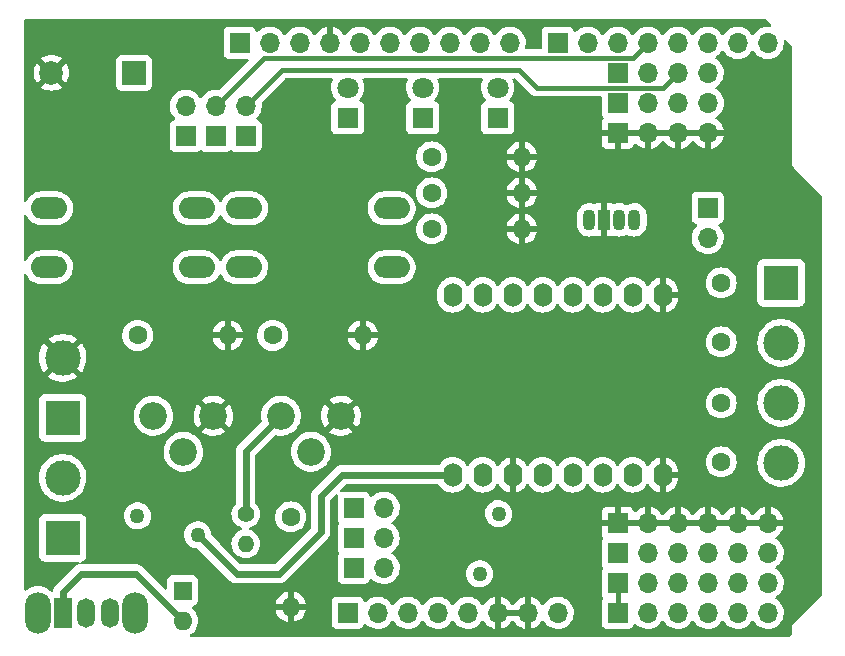
<source format=gbr>
%TF.GenerationSoftware,KiCad,Pcbnew,6.0.7-f9a2dced07~116~ubuntu20.04.1*%
%TF.CreationDate,2022-09-07T12:35:24+02:00*%
%TF.ProjectId,BATConcho,42415443-6f6e-4636-986f-2e6b69636164,rev?*%
%TF.SameCoordinates,Original*%
%TF.FileFunction,Copper,L2,Bot*%
%TF.FilePolarity,Positive*%
%FSLAX46Y46*%
G04 Gerber Fmt 4.6, Leading zero omitted, Abs format (unit mm)*
G04 Created by KiCad (PCBNEW 6.0.7-f9a2dced07~116~ubuntu20.04.1) date 2022-09-07 12:35:24*
%MOMM*%
%LPD*%
G01*
G04 APERTURE LIST*
%TA.AperFunction,ComponentPad*%
%ADD10C,1.600000*%
%TD*%
%TA.AperFunction,ComponentPad*%
%ADD11O,1.600000X1.600000*%
%TD*%
%TA.AperFunction,ComponentPad*%
%ADD12R,1.700000X1.700000*%
%TD*%
%TA.AperFunction,ComponentPad*%
%ADD13O,1.700000X1.700000*%
%TD*%
%TA.AperFunction,ComponentPad*%
%ADD14C,1.270000*%
%TD*%
%TA.AperFunction,ComponentPad*%
%ADD15O,1.070000X1.800000*%
%TD*%
%TA.AperFunction,ComponentPad*%
%ADD16R,1.070000X1.800000*%
%TD*%
%TA.AperFunction,ComponentPad*%
%ADD17O,3.048000X1.850000*%
%TD*%
%TA.AperFunction,ComponentPad*%
%ADD18C,2.340000*%
%TD*%
%TA.AperFunction,ComponentPad*%
%ADD19R,1.800000X1.800000*%
%TD*%
%TA.AperFunction,ComponentPad*%
%ADD20C,1.800000*%
%TD*%
%TA.AperFunction,ComponentPad*%
%ADD21R,3.000000X3.000000*%
%TD*%
%TA.AperFunction,ComponentPad*%
%ADD22C,3.000000*%
%TD*%
%TA.AperFunction,ComponentPad*%
%ADD23C,1.400000*%
%TD*%
%TA.AperFunction,ComponentPad*%
%ADD24O,1.400000X1.400000*%
%TD*%
%TA.AperFunction,ComponentPad*%
%ADD25R,1.600000X1.600000*%
%TD*%
%TA.AperFunction,ComponentPad*%
%ADD26R,2.000000X2.000000*%
%TD*%
%TA.AperFunction,ComponentPad*%
%ADD27C,2.000000*%
%TD*%
%TA.AperFunction,ComponentPad*%
%ADD28O,2.200000X3.500000*%
%TD*%
%TA.AperFunction,ComponentPad*%
%ADD29R,1.500000X2.500000*%
%TD*%
%TA.AperFunction,ComponentPad*%
%ADD30O,1.500000X2.500000*%
%TD*%
%TA.AperFunction,ComponentPad*%
%ADD31O,1.600000X2.000000*%
%TD*%
%TA.AperFunction,Conductor*%
%ADD32C,0.600000*%
%TD*%
%TA.AperFunction,Conductor*%
%ADD33C,0.400000*%
%TD*%
G04 APERTURE END LIST*
D10*
%TO.P,R7,1*%
%TO.N,Net-(JP7-Pad1)*%
X110160000Y-73965000D03*
D11*
%TO.P,R7,2*%
%TO.N,GND*%
X117780000Y-73965000D03*
%TD*%
D12*
%TO.P,J4,1,Pin_1*%
%TO.N,unconnected-(J4-Pad1)*%
X127940000Y-97460000D03*
D13*
%TO.P,J4,2,Pin_2*%
%TO.N,/IOREF*%
X130480000Y-97460000D03*
%TO.P,J4,3,Pin_3*%
%TO.N,/~{RESET}*%
X133020000Y-97460000D03*
%TO.P,J4,4,Pin_4*%
%TO.N,Net-(F3-Pad1)*%
X135560000Y-97460000D03*
%TO.P,J4,5,Pin_5*%
%TO.N,Net-(F1-Pad1)*%
X138100000Y-97460000D03*
%TO.P,J4,6,Pin_6*%
%TO.N,GND*%
X140640000Y-97460000D03*
%TO.P,J4,7,Pin_7*%
X143180000Y-97460000D03*
%TO.P,J4,8,Pin_8*%
%TO.N,/Vin*%
X145720000Y-97460000D03*
%TD*%
D12*
%TO.P,J6,1,Pin_1*%
%TO.N,/A0*%
X150800000Y-97460000D03*
D13*
%TO.P,J6,2,Pin_2*%
%TO.N,/A1*%
X153340000Y-97460000D03*
%TO.P,J6,3,Pin_3*%
%TO.N,/A2*%
X155880000Y-97460000D03*
%TO.P,J6,4,Pin_4*%
%TO.N,/A3*%
X158420000Y-97460000D03*
%TO.P,J6,5,Pin_5*%
%TO.N,/SDA{slash}A4*%
X160960000Y-97460000D03*
%TO.P,J6,6,Pin_6*%
%TO.N,/SCL{slash}A5*%
X163500000Y-97460000D03*
%TD*%
D12*
%TO.P,J3,1,Pin_1*%
%TO.N,/SCL{slash}A5*%
X118796000Y-49200000D03*
D13*
%TO.P,J3,2,Pin_2*%
%TO.N,/SDA{slash}A4*%
X121336000Y-49200000D03*
%TO.P,J3,3,Pin_3*%
%TO.N,/AREF*%
X123876000Y-49200000D03*
%TO.P,J3,4,Pin_4*%
%TO.N,GND*%
X126416000Y-49200000D03*
%TO.P,J3,5,Pin_5*%
%TO.N,/13*%
X128956000Y-49200000D03*
%TO.P,J3,6,Pin_6*%
%TO.N,/12*%
X131496000Y-49200000D03*
%TO.P,J3,7,Pin_7*%
%TO.N,/\u002A11*%
X134036000Y-49200000D03*
%TO.P,J3,8,Pin_8*%
%TO.N,/\u002A10*%
X136576000Y-49200000D03*
%TO.P,J3,9,Pin_9*%
%TO.N,/\u002A9*%
X139116000Y-49200000D03*
%TO.P,J3,10,Pin_10*%
%TO.N,/8*%
X141656000Y-49200000D03*
%TD*%
D12*
%TO.P,J7,1,Pin_1*%
%TO.N,/7*%
X145720000Y-49200000D03*
D13*
%TO.P,J7,2,Pin_2*%
%TO.N,/\u002A6*%
X148260000Y-49200000D03*
%TO.P,J7,3,Pin_3*%
%TO.N,/\u002A5*%
X150800000Y-49200000D03*
%TO.P,J7,4,Pin_4*%
%TO.N,/4*%
X153340000Y-49200000D03*
%TO.P,J7,5,Pin_5*%
%TO.N,/\u002A3*%
X155880000Y-49200000D03*
%TO.P,J7,6,Pin_6*%
%TO.N,/2*%
X158420000Y-49200000D03*
%TO.P,J7,7,Pin_7*%
%TO.N,/TX{slash}1*%
X160960000Y-49200000D03*
%TO.P,J7,8,Pin_8*%
%TO.N,/RX{slash}0*%
X163500000Y-49200000D03*
%TD*%
D10*
%TO.P,R2,1*%
%TO.N,Net-(JP2-Pad1)*%
X123114000Y-89332000D03*
D11*
%TO.P,R2,2*%
%TO.N,GND*%
X123114000Y-96952000D03*
%TD*%
D12*
%TO.P,J10,1,Pin_1*%
%TO.N,GND*%
X150800000Y-89840000D03*
D13*
%TO.P,J10,2,Pin_2*%
X153340000Y-89840000D03*
%TO.P,J10,3,Pin_3*%
X155880000Y-89840000D03*
%TO.P,J10,4,Pin_4*%
X158420000Y-89840000D03*
%TO.P,J10,5,Pin_5*%
X160960000Y-89840000D03*
%TO.P,J10,6,Pin_6*%
X163500000Y-89840000D03*
%TD*%
D14*
%TO.P,F1,1*%
%TO.N,Net-(F1-Pad1)*%
X139116000Y-94158000D03*
%TO.P,F1,2*%
%TO.N,+5V*%
X140716000Y-89058000D03*
%TD*%
D12*
%TO.P,J11,1,Pin_1*%
%TO.N,/\u002A5*%
X150800000Y-51740000D03*
D13*
%TO.P,J11,2,Pin_2*%
%TO.N,/4*%
X153340000Y-51740000D03*
%TO.P,J11,3,Pin_3*%
%TO.N,/\u002A3*%
X155880000Y-51740000D03*
%TO.P,J11,4,Pin_4*%
%TO.N,/2*%
X158420000Y-51740000D03*
%TD*%
D15*
%TO.P,D4,1,DOUT*%
%TO.N,unconnected-(D4-Pad1)*%
X148392000Y-64186000D03*
D16*
%TO.P,D4,2,GND*%
%TO.N,GND*%
X149662000Y-64186000D03*
D15*
%TO.P,D4,3,VDD*%
%TO.N,+5V*%
X150932000Y-64186000D03*
%TO.P,D4,4,DIN*%
%TO.N,Net-(D4-Pad4)*%
X152202000Y-64186000D03*
%TD*%
D17*
%TO.P,SW2,1,1*%
%TO.N,Net-(JP6-Pad1)*%
X119160000Y-63210000D03*
X131660000Y-63210000D03*
%TO.P,SW2,2,2*%
%TO.N,+5V*%
X119160000Y-68210000D03*
X131660000Y-68210000D03*
%TD*%
D18*
%TO.P,RV2,1,1*%
%TO.N,+5V*%
X122290000Y-80776000D03*
%TO.P,RV2,2,2*%
%TO.N,Net-(JP5-Pad1)*%
X124830000Y-83824000D03*
%TO.P,RV2,3,3*%
%TO.N,GND*%
X127370000Y-80776000D03*
%TD*%
D19*
%TO.P,D2,1,K*%
%TO.N,Net-(D2-Pad1)*%
X134290000Y-55550000D03*
D20*
%TO.P,D2,2,A*%
%TO.N,/\u002A11*%
X134290000Y-53010000D03*
%TD*%
D12*
%TO.P,JP7,1,A*%
%TO.N,Net-(JP7-Pad1)*%
X116764000Y-57079000D03*
D13*
%TO.P,JP7,2,B*%
%TO.N,/4*%
X116764000Y-54539000D03*
%TD*%
D19*
%TO.P,D3,1,K*%
%TO.N,Net-(D3-Pad1)*%
X140640000Y-55550000D03*
D20*
%TO.P,D3,2,A*%
%TO.N,/\u002A10*%
X140640000Y-53010000D03*
%TD*%
D12*
%TO.P,JP2,1,A*%
%TO.N,Net-(JP2-Pad1)*%
X128448000Y-93650000D03*
D13*
%TO.P,JP2,2,B*%
%TO.N,/A0*%
X130988000Y-93650000D03*
%TD*%
D12*
%TO.P,J13,1,Pin_1*%
%TO.N,GND*%
X150810000Y-56820000D03*
D13*
%TO.P,J13,2,Pin_2*%
X153350000Y-56820000D03*
%TO.P,J13,3,Pin_3*%
X155890000Y-56820000D03*
%TO.P,J13,4,Pin_4*%
X158430000Y-56820000D03*
%TD*%
D12*
%TO.P,J12,1,Pin_1*%
%TO.N,+5V*%
X150810000Y-54280000D03*
D13*
%TO.P,J12,2,Pin_2*%
X153350000Y-54280000D03*
%TO.P,J12,3,Pin_3*%
X155890000Y-54280000D03*
%TO.P,J12,4,Pin_4*%
X158430000Y-54280000D03*
%TD*%
D17*
%TO.P,SW3,1,1*%
%TO.N,Net-(JP7-Pad1)*%
X115150000Y-63210000D03*
X102650000Y-63210000D03*
%TO.P,SW3,2,2*%
%TO.N,+5V*%
X115150000Y-68210000D03*
X102650000Y-68210000D03*
%TD*%
D19*
%TO.P,D1,1,K*%
%TO.N,Net-(D1-Pad1)*%
X127940000Y-55550000D03*
D20*
%TO.P,D1,2,A*%
%TO.N,/12*%
X127940000Y-53010000D03*
%TD*%
D12*
%TO.P,JP6,1,A*%
%TO.N,Net-(JP6-Pad1)*%
X119304000Y-57079000D03*
D13*
%TO.P,JP6,2,B*%
%TO.N,/\u002A3*%
X119304000Y-54539000D03*
%TD*%
D10*
%TO.P,C1,1*%
%TO.N,Net-(C1-Pad1)*%
X159563000Y-69520000D03*
%TO.P,C1,2*%
%TO.N,Net-(C1-Pad2)*%
X159563000Y-74520000D03*
%TD*%
%TO.P,C2,1*%
%TO.N,Net-(C2-Pad1)*%
X159563000Y-79680000D03*
%TO.P,C2,2*%
%TO.N,Net-(C2-Pad2)*%
X159563000Y-84680000D03*
%TD*%
D21*
%TO.P,J5,1,Pin_1*%
%TO.N,/Vin*%
X103810000Y-80950000D03*
D22*
%TO.P,J5,2,Pin_2*%
%TO.N,GND*%
X103810000Y-75870000D03*
%TD*%
D10*
%TO.P,R6,1*%
%TO.N,Net-(JP6-Pad1)*%
X121590000Y-73965000D03*
D11*
%TO.P,R6,2*%
%TO.N,GND*%
X129210000Y-73965000D03*
%TD*%
D12*
%TO.P,JP5,1,A*%
%TO.N,Net-(JP5-Pad1)*%
X128448000Y-88570000D03*
D13*
%TO.P,JP5,2,B*%
%TO.N,/A2*%
X130988000Y-88570000D03*
%TD*%
D10*
%TO.P,R3,1*%
%TO.N,Net-(D1-Pad1)*%
X135052000Y-58852000D03*
D11*
%TO.P,R3,2*%
%TO.N,GND*%
X142672000Y-58852000D03*
%TD*%
D23*
%TO.P,R1,1*%
%TO.N,+5V*%
X119304000Y-89078000D03*
D24*
%TO.P,R1,2*%
%TO.N,Net-(JP2-Pad1)*%
X119304000Y-91618000D03*
%TD*%
D12*
%TO.P,JP1,1,A*%
%TO.N,Net-(BZ1-Pad1)*%
X114224000Y-57079000D03*
D13*
%TO.P,JP1,2,B*%
%TO.N,/13*%
X114224000Y-54539000D03*
%TD*%
D14*
%TO.P,F2,1*%
%TO.N,Net-(F2-Pad1)*%
X115240000Y-90856000D03*
%TO.P,F2,2*%
%TO.N,/+BAT*%
X110140000Y-89256000D03*
%TD*%
D25*
%TO.P,D5,1,K*%
%TO.N,/+BAT*%
X113970000Y-95583686D03*
D11*
%TO.P,D5,2,A*%
%TO.N,Net-(D5-Pad2)*%
X113970000Y-98123686D03*
%TD*%
D18*
%TO.P,RV1,1,1*%
%TO.N,+5V*%
X111495000Y-80776000D03*
%TO.P,RV1,2,2*%
%TO.N,Net-(JP3-Pad1)*%
X114035000Y-83824000D03*
%TO.P,RV1,3,3*%
%TO.N,GND*%
X116575000Y-80776000D03*
%TD*%
D26*
%TO.P,BZ1,1,-*%
%TO.N,Net-(BZ1-Pad1)*%
X109860000Y-51740000D03*
D27*
%TO.P,BZ1,2,+*%
%TO.N,GND*%
X102860000Y-51740000D03*
%TD*%
D28*
%TO.P,SW1,*%
%TO.N,*%
X101710000Y-97460000D03*
X109910000Y-97460000D03*
D29*
%TO.P,SW1,1,A*%
%TO.N,Net-(D5-Pad2)*%
X103810000Y-97460000D03*
D30*
%TO.P,SW1,2,B*%
%TO.N,/STUP_IN*%
X105810000Y-97460000D03*
%TO.P,SW1,3*%
%TO.N,N/C*%
X107810000Y-97460000D03*
%TD*%
D21*
%TO.P,J2,1,Pin_1*%
%TO.N,Net-(C1-Pad1)*%
X164643000Y-69520000D03*
D22*
%TO.P,J2,2,Pin_2*%
%TO.N,Net-(C1-Pad2)*%
X164643000Y-74600000D03*
%TO.P,J2,3,Pin_3*%
%TO.N,Net-(C2-Pad1)*%
X164643000Y-79680000D03*
%TO.P,J2,4,Pin_4*%
%TO.N,Net-(C2-Pad2)*%
X164643000Y-84760000D03*
%TD*%
D21*
%TO.P,J1,1,Pin_1*%
%TO.N,/STUP_IN*%
X103810000Y-91110000D03*
D22*
%TO.P,J1,2,Pin_2*%
%TO.N,/+BAT*%
X103810000Y-86030000D03*
%TD*%
D10*
%TO.P,R4,1*%
%TO.N,Net-(D2-Pad1)*%
X135052000Y-61900000D03*
D11*
%TO.P,R4,2*%
%TO.N,GND*%
X142672000Y-61900000D03*
%TD*%
D10*
%TO.P,R5,1*%
%TO.N,Net-(D3-Pad1)*%
X135052000Y-64948000D03*
D11*
%TO.P,R5,2*%
%TO.N,GND*%
X142672000Y-64948000D03*
%TD*%
D12*
%TO.P,JP3,1,A*%
%TO.N,Net-(JP3-Pad1)*%
X128443000Y-91110000D03*
D13*
%TO.P,JP3,2,B*%
%TO.N,/A1*%
X130983000Y-91110000D03*
%TD*%
D12*
%TO.P,J8,1,Pin_1*%
%TO.N,/A0*%
X150800000Y-94920000D03*
D13*
%TO.P,J8,2,Pin_2*%
%TO.N,/A1*%
X153340000Y-94920000D03*
%TO.P,J8,3,Pin_3*%
%TO.N,/A2*%
X155880000Y-94920000D03*
%TO.P,J8,4,Pin_4*%
%TO.N,/A3*%
X158420000Y-94920000D03*
%TO.P,J8,5,Pin_5*%
%TO.N,/SDA{slash}A4*%
X160960000Y-94920000D03*
%TO.P,J8,6,Pin_6*%
%TO.N,/SCL{slash}A5*%
X163500000Y-94920000D03*
%TD*%
D31*
%TO.P,U1,1,VMOT*%
%TO.N,Net-(F2-Pad1)*%
X136830000Y-85776000D03*
%TO.P,U1,2,VCC*%
%TO.N,+5V*%
X139370000Y-85776000D03*
%TO.P,U1,3,GND*%
%TO.N,GND*%
X141910000Y-85776000D03*
%TO.P,U1,4,AO1*%
%TO.N,Net-(C1-Pad1)*%
X144450000Y-85776000D03*
%TO.P,U1,5,AO2*%
%TO.N,Net-(C1-Pad2)*%
X146990000Y-85776000D03*
%TO.P,U1,6,BO2*%
%TO.N,Net-(C2-Pad1)*%
X149530000Y-85776000D03*
%TO.P,U1,7,BO1*%
%TO.N,Net-(C2-Pad2)*%
X152070000Y-85776000D03*
%TO.P,U1,8,GND*%
%TO.N,GND*%
X154610000Y-85776000D03*
%TO.P,U1,9,GND*%
X154610000Y-70536000D03*
%TO.P,U1,10,PWMB*%
%TO.N,+5V*%
X152070000Y-70536000D03*
%TO.P,U1,11,BIN2*%
%TO.N,/\u002A6*%
X149530000Y-70536000D03*
%TO.P,U1,12,BIN1*%
%TO.N,/7*%
X146990000Y-70536000D03*
%TO.P,U1,13,STBY*%
%TO.N,+5V*%
X144450000Y-70536000D03*
%TO.P,U1,14,AIN1*%
%TO.N,/8*%
X141910000Y-70536000D03*
%TO.P,U1,15,AIN2*%
%TO.N,/\u002A9*%
X139370000Y-70536000D03*
%TO.P,U1,16,PWMA*%
%TO.N,+5V*%
X136830000Y-70536000D03*
%TD*%
D12*
%TO.P,JP4,1,A*%
%TO.N,/2*%
X158420000Y-63170000D03*
D13*
%TO.P,JP4,2,B*%
%TO.N,Net-(D4-Pad4)*%
X158420000Y-65710000D03*
%TD*%
D12*
%TO.P,J9,1,Pin_1*%
%TO.N,+5V*%
X150800000Y-92380000D03*
D13*
%TO.P,J9,2,Pin_2*%
X153340000Y-92380000D03*
%TO.P,J9,3,Pin_3*%
X155880000Y-92380000D03*
%TO.P,J9,4,Pin_4*%
X158420000Y-92380000D03*
%TO.P,J9,5,Pin_5*%
X160960000Y-92380000D03*
%TO.P,J9,6,Pin_6*%
X163500000Y-92380000D03*
%TD*%
D32*
%TO.N,Net-(D5-Pad2)*%
X113970000Y-98123686D02*
X110004314Y-94158000D01*
X110004314Y-94158000D02*
X105334000Y-94158000D01*
X105334000Y-94158000D02*
X103810000Y-95682000D01*
X103810000Y-95682000D02*
X103810000Y-97460000D01*
%TO.N,+5V*%
X122290000Y-80776000D02*
X119304000Y-83762000D01*
X119304000Y-83762000D02*
X119304000Y-89078000D01*
D33*
%TO.N,/A0*%
X150800000Y-97460000D02*
X150800000Y-94920000D01*
%TO.N,/4*%
X152070000Y-50470000D02*
X120833000Y-50470000D01*
X153340000Y-49200000D02*
X152070000Y-50470000D01*
X120833000Y-50470000D02*
X116764000Y-54539000D01*
%TO.N,/\u002A3*%
X122357000Y-51486000D02*
X119304000Y-54539000D01*
X154610000Y-53010000D02*
X143942000Y-53010000D01*
X143942000Y-53010000D02*
X142418000Y-51486000D01*
X142418000Y-51486000D02*
X122357000Y-51486000D01*
X155880000Y-51740000D02*
X154610000Y-53010000D01*
D32*
%TO.N,Net-(F2-Pad1)*%
X127432000Y-85776000D02*
X125654000Y-87554000D01*
X136830000Y-85776000D02*
X127432000Y-85776000D01*
X122098000Y-94158000D02*
X118542000Y-94158000D01*
X125654000Y-90602000D02*
X122098000Y-94158000D01*
X125654000Y-87554000D02*
X125654000Y-90602000D01*
X118542000Y-94158000D02*
X115240000Y-90856000D01*
%TD*%
%TA.AperFunction,Conductor*%
%TO.N,GND*%
G36*
X163305304Y-47188502D02*
G01*
X163326278Y-47205405D01*
X163753042Y-47632169D01*
X163787068Y-47694481D01*
X163782003Y-47765296D01*
X163739456Y-47822132D01*
X163672936Y-47846943D01*
X163641855Y-47845311D01*
X163628284Y-47842894D01*
X163554452Y-47841992D01*
X163410081Y-47840228D01*
X163410079Y-47840228D01*
X163404911Y-47840165D01*
X163184091Y-47873955D01*
X162971756Y-47943357D01*
X162773607Y-48046507D01*
X162769474Y-48049610D01*
X162769471Y-48049612D01*
X162599100Y-48177530D01*
X162594965Y-48180635D01*
X162591393Y-48184373D01*
X162483729Y-48297037D01*
X162440629Y-48342138D01*
X162333201Y-48499621D01*
X162278293Y-48544621D01*
X162207768Y-48552792D01*
X162144021Y-48521538D01*
X162123324Y-48497054D01*
X162042822Y-48372617D01*
X162042820Y-48372614D01*
X162040014Y-48368277D01*
X161889670Y-48203051D01*
X161885619Y-48199852D01*
X161885615Y-48199848D01*
X161718414Y-48067800D01*
X161718410Y-48067798D01*
X161714359Y-48064598D01*
X161678028Y-48044542D01*
X161662136Y-48035769D01*
X161518789Y-47956638D01*
X161513920Y-47954914D01*
X161513916Y-47954912D01*
X161313087Y-47883795D01*
X161313083Y-47883794D01*
X161308212Y-47882069D01*
X161303119Y-47881162D01*
X161303116Y-47881161D01*
X161093373Y-47843800D01*
X161093367Y-47843799D01*
X161088284Y-47842894D01*
X161014452Y-47841992D01*
X160870081Y-47840228D01*
X160870079Y-47840228D01*
X160864911Y-47840165D01*
X160644091Y-47873955D01*
X160431756Y-47943357D01*
X160233607Y-48046507D01*
X160229474Y-48049610D01*
X160229471Y-48049612D01*
X160059100Y-48177530D01*
X160054965Y-48180635D01*
X160051393Y-48184373D01*
X159943729Y-48297037D01*
X159900629Y-48342138D01*
X159793201Y-48499621D01*
X159738293Y-48544621D01*
X159667768Y-48552792D01*
X159604021Y-48521538D01*
X159583324Y-48497054D01*
X159502822Y-48372617D01*
X159502820Y-48372614D01*
X159500014Y-48368277D01*
X159349670Y-48203051D01*
X159345619Y-48199852D01*
X159345615Y-48199848D01*
X159178414Y-48067800D01*
X159178410Y-48067798D01*
X159174359Y-48064598D01*
X159138028Y-48044542D01*
X159122136Y-48035769D01*
X158978789Y-47956638D01*
X158973920Y-47954914D01*
X158973916Y-47954912D01*
X158773087Y-47883795D01*
X158773083Y-47883794D01*
X158768212Y-47882069D01*
X158763119Y-47881162D01*
X158763116Y-47881161D01*
X158553373Y-47843800D01*
X158553367Y-47843799D01*
X158548284Y-47842894D01*
X158474452Y-47841992D01*
X158330081Y-47840228D01*
X158330079Y-47840228D01*
X158324911Y-47840165D01*
X158104091Y-47873955D01*
X157891756Y-47943357D01*
X157693607Y-48046507D01*
X157689474Y-48049610D01*
X157689471Y-48049612D01*
X157519100Y-48177530D01*
X157514965Y-48180635D01*
X157511393Y-48184373D01*
X157403729Y-48297037D01*
X157360629Y-48342138D01*
X157253201Y-48499621D01*
X157198293Y-48544621D01*
X157127768Y-48552792D01*
X157064021Y-48521538D01*
X157043324Y-48497054D01*
X156962822Y-48372617D01*
X156962820Y-48372614D01*
X156960014Y-48368277D01*
X156809670Y-48203051D01*
X156805619Y-48199852D01*
X156805615Y-48199848D01*
X156638414Y-48067800D01*
X156638410Y-48067798D01*
X156634359Y-48064598D01*
X156598028Y-48044542D01*
X156582136Y-48035769D01*
X156438789Y-47956638D01*
X156433920Y-47954914D01*
X156433916Y-47954912D01*
X156233087Y-47883795D01*
X156233083Y-47883794D01*
X156228212Y-47882069D01*
X156223119Y-47881162D01*
X156223116Y-47881161D01*
X156013373Y-47843800D01*
X156013367Y-47843799D01*
X156008284Y-47842894D01*
X155934452Y-47841992D01*
X155790081Y-47840228D01*
X155790079Y-47840228D01*
X155784911Y-47840165D01*
X155564091Y-47873955D01*
X155351756Y-47943357D01*
X155153607Y-48046507D01*
X155149474Y-48049610D01*
X155149471Y-48049612D01*
X154979100Y-48177530D01*
X154974965Y-48180635D01*
X154971393Y-48184373D01*
X154863729Y-48297037D01*
X154820629Y-48342138D01*
X154713201Y-48499621D01*
X154658293Y-48544621D01*
X154587768Y-48552792D01*
X154524021Y-48521538D01*
X154503324Y-48497054D01*
X154422822Y-48372617D01*
X154422820Y-48372614D01*
X154420014Y-48368277D01*
X154269670Y-48203051D01*
X154265619Y-48199852D01*
X154265615Y-48199848D01*
X154098414Y-48067800D01*
X154098410Y-48067798D01*
X154094359Y-48064598D01*
X154058028Y-48044542D01*
X154042136Y-48035769D01*
X153898789Y-47956638D01*
X153893920Y-47954914D01*
X153893916Y-47954912D01*
X153693087Y-47883795D01*
X153693083Y-47883794D01*
X153688212Y-47882069D01*
X153683119Y-47881162D01*
X153683116Y-47881161D01*
X153473373Y-47843800D01*
X153473367Y-47843799D01*
X153468284Y-47842894D01*
X153394452Y-47841992D01*
X153250081Y-47840228D01*
X153250079Y-47840228D01*
X153244911Y-47840165D01*
X153024091Y-47873955D01*
X152811756Y-47943357D01*
X152613607Y-48046507D01*
X152609474Y-48049610D01*
X152609471Y-48049612D01*
X152439100Y-48177530D01*
X152434965Y-48180635D01*
X152431393Y-48184373D01*
X152323729Y-48297037D01*
X152280629Y-48342138D01*
X152173201Y-48499621D01*
X152118293Y-48544621D01*
X152047768Y-48552792D01*
X151984021Y-48521538D01*
X151963324Y-48497054D01*
X151882822Y-48372617D01*
X151882820Y-48372614D01*
X151880014Y-48368277D01*
X151729670Y-48203051D01*
X151725619Y-48199852D01*
X151725615Y-48199848D01*
X151558414Y-48067800D01*
X151558410Y-48067798D01*
X151554359Y-48064598D01*
X151518028Y-48044542D01*
X151502136Y-48035769D01*
X151358789Y-47956638D01*
X151353920Y-47954914D01*
X151353916Y-47954912D01*
X151153087Y-47883795D01*
X151153083Y-47883794D01*
X151148212Y-47882069D01*
X151143119Y-47881162D01*
X151143116Y-47881161D01*
X150933373Y-47843800D01*
X150933367Y-47843799D01*
X150928284Y-47842894D01*
X150854452Y-47841992D01*
X150710081Y-47840228D01*
X150710079Y-47840228D01*
X150704911Y-47840165D01*
X150484091Y-47873955D01*
X150271756Y-47943357D01*
X150073607Y-48046507D01*
X150069474Y-48049610D01*
X150069471Y-48049612D01*
X149899100Y-48177530D01*
X149894965Y-48180635D01*
X149891393Y-48184373D01*
X149783729Y-48297037D01*
X149740629Y-48342138D01*
X149633201Y-48499621D01*
X149578293Y-48544621D01*
X149507768Y-48552792D01*
X149444021Y-48521538D01*
X149423324Y-48497054D01*
X149342822Y-48372617D01*
X149342820Y-48372614D01*
X149340014Y-48368277D01*
X149189670Y-48203051D01*
X149185619Y-48199852D01*
X149185615Y-48199848D01*
X149018414Y-48067800D01*
X149018410Y-48067798D01*
X149014359Y-48064598D01*
X148978028Y-48044542D01*
X148962136Y-48035769D01*
X148818789Y-47956638D01*
X148813920Y-47954914D01*
X148813916Y-47954912D01*
X148613087Y-47883795D01*
X148613083Y-47883794D01*
X148608212Y-47882069D01*
X148603119Y-47881162D01*
X148603116Y-47881161D01*
X148393373Y-47843800D01*
X148393367Y-47843799D01*
X148388284Y-47842894D01*
X148314452Y-47841992D01*
X148170081Y-47840228D01*
X148170079Y-47840228D01*
X148164911Y-47840165D01*
X147944091Y-47873955D01*
X147731756Y-47943357D01*
X147533607Y-48046507D01*
X147529474Y-48049610D01*
X147529471Y-48049612D01*
X147359100Y-48177530D01*
X147354965Y-48180635D01*
X147298537Y-48239684D01*
X147274283Y-48265064D01*
X147212759Y-48300494D01*
X147141846Y-48297037D01*
X147084060Y-48255791D01*
X147065207Y-48222243D01*
X147023767Y-48111703D01*
X147020615Y-48103295D01*
X146933261Y-47986739D01*
X146816705Y-47899385D01*
X146680316Y-47848255D01*
X146618134Y-47841500D01*
X144821866Y-47841500D01*
X144759684Y-47848255D01*
X144623295Y-47899385D01*
X144506739Y-47986739D01*
X144419385Y-48103295D01*
X144368255Y-48239684D01*
X144361500Y-48301866D01*
X144361500Y-49635500D01*
X144341498Y-49703621D01*
X144287842Y-49750114D01*
X144235500Y-49761500D01*
X143075264Y-49761500D01*
X143007143Y-49741498D01*
X142960650Y-49687842D01*
X142950546Y-49617568D01*
X142954705Y-49598872D01*
X142986867Y-49493015D01*
X142988370Y-49488069D01*
X143017529Y-49266590D01*
X143017611Y-49263240D01*
X143019074Y-49203365D01*
X143019074Y-49203361D01*
X143019156Y-49200000D01*
X143000852Y-48977361D01*
X142946431Y-48760702D01*
X142857354Y-48555840D01*
X142736014Y-48368277D01*
X142585670Y-48203051D01*
X142581619Y-48199852D01*
X142581615Y-48199848D01*
X142414414Y-48067800D01*
X142414410Y-48067798D01*
X142410359Y-48064598D01*
X142374028Y-48044542D01*
X142358136Y-48035769D01*
X142214789Y-47956638D01*
X142209920Y-47954914D01*
X142209916Y-47954912D01*
X142009087Y-47883795D01*
X142009083Y-47883794D01*
X142004212Y-47882069D01*
X141999119Y-47881162D01*
X141999116Y-47881161D01*
X141789373Y-47843800D01*
X141789367Y-47843799D01*
X141784284Y-47842894D01*
X141710452Y-47841992D01*
X141566081Y-47840228D01*
X141566079Y-47840228D01*
X141560911Y-47840165D01*
X141340091Y-47873955D01*
X141127756Y-47943357D01*
X140929607Y-48046507D01*
X140925474Y-48049610D01*
X140925471Y-48049612D01*
X140755100Y-48177530D01*
X140750965Y-48180635D01*
X140747393Y-48184373D01*
X140639729Y-48297037D01*
X140596629Y-48342138D01*
X140489201Y-48499621D01*
X140434293Y-48544621D01*
X140363768Y-48552792D01*
X140300021Y-48521538D01*
X140279324Y-48497054D01*
X140198822Y-48372617D01*
X140198820Y-48372614D01*
X140196014Y-48368277D01*
X140045670Y-48203051D01*
X140041619Y-48199852D01*
X140041615Y-48199848D01*
X139874414Y-48067800D01*
X139874410Y-48067798D01*
X139870359Y-48064598D01*
X139834028Y-48044542D01*
X139818136Y-48035769D01*
X139674789Y-47956638D01*
X139669920Y-47954914D01*
X139669916Y-47954912D01*
X139469087Y-47883795D01*
X139469083Y-47883794D01*
X139464212Y-47882069D01*
X139459119Y-47881162D01*
X139459116Y-47881161D01*
X139249373Y-47843800D01*
X139249367Y-47843799D01*
X139244284Y-47842894D01*
X139170452Y-47841992D01*
X139026081Y-47840228D01*
X139026079Y-47840228D01*
X139020911Y-47840165D01*
X138800091Y-47873955D01*
X138587756Y-47943357D01*
X138389607Y-48046507D01*
X138385474Y-48049610D01*
X138385471Y-48049612D01*
X138215100Y-48177530D01*
X138210965Y-48180635D01*
X138207393Y-48184373D01*
X138099729Y-48297037D01*
X138056629Y-48342138D01*
X137949201Y-48499621D01*
X137894293Y-48544621D01*
X137823768Y-48552792D01*
X137760021Y-48521538D01*
X137739324Y-48497054D01*
X137658822Y-48372617D01*
X137658820Y-48372614D01*
X137656014Y-48368277D01*
X137505670Y-48203051D01*
X137501619Y-48199852D01*
X137501615Y-48199848D01*
X137334414Y-48067800D01*
X137334410Y-48067798D01*
X137330359Y-48064598D01*
X137294028Y-48044542D01*
X137278136Y-48035769D01*
X137134789Y-47956638D01*
X137129920Y-47954914D01*
X137129916Y-47954912D01*
X136929087Y-47883795D01*
X136929083Y-47883794D01*
X136924212Y-47882069D01*
X136919119Y-47881162D01*
X136919116Y-47881161D01*
X136709373Y-47843800D01*
X136709367Y-47843799D01*
X136704284Y-47842894D01*
X136630452Y-47841992D01*
X136486081Y-47840228D01*
X136486079Y-47840228D01*
X136480911Y-47840165D01*
X136260091Y-47873955D01*
X136047756Y-47943357D01*
X135849607Y-48046507D01*
X135845474Y-48049610D01*
X135845471Y-48049612D01*
X135675100Y-48177530D01*
X135670965Y-48180635D01*
X135667393Y-48184373D01*
X135559729Y-48297037D01*
X135516629Y-48342138D01*
X135409201Y-48499621D01*
X135354293Y-48544621D01*
X135283768Y-48552792D01*
X135220021Y-48521538D01*
X135199324Y-48497054D01*
X135118822Y-48372617D01*
X135118820Y-48372614D01*
X135116014Y-48368277D01*
X134965670Y-48203051D01*
X134961619Y-48199852D01*
X134961615Y-48199848D01*
X134794414Y-48067800D01*
X134794410Y-48067798D01*
X134790359Y-48064598D01*
X134754028Y-48044542D01*
X134738136Y-48035769D01*
X134594789Y-47956638D01*
X134589920Y-47954914D01*
X134589916Y-47954912D01*
X134389087Y-47883795D01*
X134389083Y-47883794D01*
X134384212Y-47882069D01*
X134379119Y-47881162D01*
X134379116Y-47881161D01*
X134169373Y-47843800D01*
X134169367Y-47843799D01*
X134164284Y-47842894D01*
X134090452Y-47841992D01*
X133946081Y-47840228D01*
X133946079Y-47840228D01*
X133940911Y-47840165D01*
X133720091Y-47873955D01*
X133507756Y-47943357D01*
X133309607Y-48046507D01*
X133305474Y-48049610D01*
X133305471Y-48049612D01*
X133135100Y-48177530D01*
X133130965Y-48180635D01*
X133127393Y-48184373D01*
X133019729Y-48297037D01*
X132976629Y-48342138D01*
X132869201Y-48499621D01*
X132814293Y-48544621D01*
X132743768Y-48552792D01*
X132680021Y-48521538D01*
X132659324Y-48497054D01*
X132578822Y-48372617D01*
X132578820Y-48372614D01*
X132576014Y-48368277D01*
X132425670Y-48203051D01*
X132421619Y-48199852D01*
X132421615Y-48199848D01*
X132254414Y-48067800D01*
X132254410Y-48067798D01*
X132250359Y-48064598D01*
X132214028Y-48044542D01*
X132198136Y-48035769D01*
X132054789Y-47956638D01*
X132049920Y-47954914D01*
X132049916Y-47954912D01*
X131849087Y-47883795D01*
X131849083Y-47883794D01*
X131844212Y-47882069D01*
X131839119Y-47881162D01*
X131839116Y-47881161D01*
X131629373Y-47843800D01*
X131629367Y-47843799D01*
X131624284Y-47842894D01*
X131550452Y-47841992D01*
X131406081Y-47840228D01*
X131406079Y-47840228D01*
X131400911Y-47840165D01*
X131180091Y-47873955D01*
X130967756Y-47943357D01*
X130769607Y-48046507D01*
X130765474Y-48049610D01*
X130765471Y-48049612D01*
X130595100Y-48177530D01*
X130590965Y-48180635D01*
X130587393Y-48184373D01*
X130479729Y-48297037D01*
X130436629Y-48342138D01*
X130329201Y-48499621D01*
X130274293Y-48544621D01*
X130203768Y-48552792D01*
X130140021Y-48521538D01*
X130119324Y-48497054D01*
X130038822Y-48372617D01*
X130038820Y-48372614D01*
X130036014Y-48368277D01*
X129885670Y-48203051D01*
X129881619Y-48199852D01*
X129881615Y-48199848D01*
X129714414Y-48067800D01*
X129714410Y-48067798D01*
X129710359Y-48064598D01*
X129674028Y-48044542D01*
X129658136Y-48035769D01*
X129514789Y-47956638D01*
X129509920Y-47954914D01*
X129509916Y-47954912D01*
X129309087Y-47883795D01*
X129309083Y-47883794D01*
X129304212Y-47882069D01*
X129299119Y-47881162D01*
X129299116Y-47881161D01*
X129089373Y-47843800D01*
X129089367Y-47843799D01*
X129084284Y-47842894D01*
X129010452Y-47841992D01*
X128866081Y-47840228D01*
X128866079Y-47840228D01*
X128860911Y-47840165D01*
X128640091Y-47873955D01*
X128427756Y-47943357D01*
X128229607Y-48046507D01*
X128225474Y-48049610D01*
X128225471Y-48049612D01*
X128055100Y-48177530D01*
X128050965Y-48180635D01*
X128047393Y-48184373D01*
X127939729Y-48297037D01*
X127896629Y-48342138D01*
X127789204Y-48499618D01*
X127788898Y-48500066D01*
X127733987Y-48545069D01*
X127663462Y-48553240D01*
X127599715Y-48521986D01*
X127579018Y-48497502D01*
X127498426Y-48372926D01*
X127492136Y-48364757D01*
X127348806Y-48207240D01*
X127341273Y-48200215D01*
X127174139Y-48068222D01*
X127165552Y-48062517D01*
X126979117Y-47959599D01*
X126969705Y-47955369D01*
X126768959Y-47884280D01*
X126758988Y-47881646D01*
X126687837Y-47868972D01*
X126674540Y-47870432D01*
X126670000Y-47884989D01*
X126670000Y-49328000D01*
X126649998Y-49396121D01*
X126596342Y-49442614D01*
X126544000Y-49454000D01*
X126288000Y-49454000D01*
X126219879Y-49433998D01*
X126173386Y-49380342D01*
X126162000Y-49328000D01*
X126162000Y-47883102D01*
X126158082Y-47869758D01*
X126143806Y-47867771D01*
X126105324Y-47873660D01*
X126095288Y-47876051D01*
X125892868Y-47942212D01*
X125883359Y-47946209D01*
X125694463Y-48044542D01*
X125685738Y-48050036D01*
X125515433Y-48177905D01*
X125507726Y-48184748D01*
X125360590Y-48338717D01*
X125354109Y-48346722D01*
X125249498Y-48500074D01*
X125194587Y-48545076D01*
X125124062Y-48553247D01*
X125060315Y-48521993D01*
X125039618Y-48497509D01*
X124958822Y-48372617D01*
X124958820Y-48372614D01*
X124956014Y-48368277D01*
X124805670Y-48203051D01*
X124801619Y-48199852D01*
X124801615Y-48199848D01*
X124634414Y-48067800D01*
X124634410Y-48067798D01*
X124630359Y-48064598D01*
X124594028Y-48044542D01*
X124578136Y-48035769D01*
X124434789Y-47956638D01*
X124429920Y-47954914D01*
X124429916Y-47954912D01*
X124229087Y-47883795D01*
X124229083Y-47883794D01*
X124224212Y-47882069D01*
X124219119Y-47881162D01*
X124219116Y-47881161D01*
X124009373Y-47843800D01*
X124009367Y-47843799D01*
X124004284Y-47842894D01*
X123930452Y-47841992D01*
X123786081Y-47840228D01*
X123786079Y-47840228D01*
X123780911Y-47840165D01*
X123560091Y-47873955D01*
X123347756Y-47943357D01*
X123149607Y-48046507D01*
X123145474Y-48049610D01*
X123145471Y-48049612D01*
X122975100Y-48177530D01*
X122970965Y-48180635D01*
X122967393Y-48184373D01*
X122859729Y-48297037D01*
X122816629Y-48342138D01*
X122709201Y-48499621D01*
X122654293Y-48544621D01*
X122583768Y-48552792D01*
X122520021Y-48521538D01*
X122499324Y-48497054D01*
X122418822Y-48372617D01*
X122418820Y-48372614D01*
X122416014Y-48368277D01*
X122265670Y-48203051D01*
X122261619Y-48199852D01*
X122261615Y-48199848D01*
X122094414Y-48067800D01*
X122094410Y-48067798D01*
X122090359Y-48064598D01*
X122054028Y-48044542D01*
X122038136Y-48035769D01*
X121894789Y-47956638D01*
X121889920Y-47954914D01*
X121889916Y-47954912D01*
X121689087Y-47883795D01*
X121689083Y-47883794D01*
X121684212Y-47882069D01*
X121679119Y-47881162D01*
X121679116Y-47881161D01*
X121469373Y-47843800D01*
X121469367Y-47843799D01*
X121464284Y-47842894D01*
X121390452Y-47841992D01*
X121246081Y-47840228D01*
X121246079Y-47840228D01*
X121240911Y-47840165D01*
X121020091Y-47873955D01*
X120807756Y-47943357D01*
X120609607Y-48046507D01*
X120605474Y-48049610D01*
X120605471Y-48049612D01*
X120435100Y-48177530D01*
X120430965Y-48180635D01*
X120374537Y-48239684D01*
X120350283Y-48265064D01*
X120288759Y-48300494D01*
X120217846Y-48297037D01*
X120160060Y-48255791D01*
X120141207Y-48222243D01*
X120099767Y-48111703D01*
X120096615Y-48103295D01*
X120009261Y-47986739D01*
X119892705Y-47899385D01*
X119756316Y-47848255D01*
X119694134Y-47841500D01*
X117897866Y-47841500D01*
X117835684Y-47848255D01*
X117699295Y-47899385D01*
X117582739Y-47986739D01*
X117495385Y-48103295D01*
X117444255Y-48239684D01*
X117437500Y-48301866D01*
X117437500Y-50098134D01*
X117444255Y-50160316D01*
X117495385Y-50296705D01*
X117582739Y-50413261D01*
X117699295Y-50500615D01*
X117835684Y-50551745D01*
X117897866Y-50558500D01*
X119438340Y-50558500D01*
X119506461Y-50578502D01*
X119552954Y-50632158D01*
X119563058Y-50702432D01*
X119533564Y-50767012D01*
X119527435Y-50773595D01*
X117131316Y-53169714D01*
X117069004Y-53203740D01*
X117020125Y-53204666D01*
X116897373Y-53182800D01*
X116897367Y-53182799D01*
X116892284Y-53181894D01*
X116818452Y-53180992D01*
X116674081Y-53179228D01*
X116674079Y-53179228D01*
X116668911Y-53179165D01*
X116448091Y-53212955D01*
X116235756Y-53282357D01*
X116037607Y-53385507D01*
X116033474Y-53388610D01*
X116033471Y-53388612D01*
X115863100Y-53516530D01*
X115858965Y-53519635D01*
X115833894Y-53545870D01*
X115737026Y-53647237D01*
X115704629Y-53681138D01*
X115597201Y-53838621D01*
X115542293Y-53883621D01*
X115471768Y-53891792D01*
X115408021Y-53860538D01*
X115387324Y-53836054D01*
X115306822Y-53711617D01*
X115306820Y-53711614D01*
X115304014Y-53707277D01*
X115153670Y-53542051D01*
X115149619Y-53538852D01*
X115149615Y-53538848D01*
X114982414Y-53406800D01*
X114982410Y-53406798D01*
X114978359Y-53403598D01*
X114782789Y-53295638D01*
X114777920Y-53293914D01*
X114777916Y-53293912D01*
X114577087Y-53222795D01*
X114577083Y-53222794D01*
X114572212Y-53221069D01*
X114567119Y-53220162D01*
X114567116Y-53220161D01*
X114357373Y-53182800D01*
X114357367Y-53182799D01*
X114352284Y-53181894D01*
X114278452Y-53180992D01*
X114134081Y-53179228D01*
X114134079Y-53179228D01*
X114128911Y-53179165D01*
X113908091Y-53212955D01*
X113695756Y-53282357D01*
X113497607Y-53385507D01*
X113493474Y-53388610D01*
X113493471Y-53388612D01*
X113323100Y-53516530D01*
X113318965Y-53519635D01*
X113293894Y-53545870D01*
X113197026Y-53647237D01*
X113164629Y-53681138D01*
X113161720Y-53685403D01*
X113161714Y-53685411D01*
X113125897Y-53737917D01*
X113038743Y-53865680D01*
X113010741Y-53926005D01*
X112952098Y-54052342D01*
X112944688Y-54068305D01*
X112884989Y-54283570D01*
X112861251Y-54505695D01*
X112861548Y-54510848D01*
X112861548Y-54510851D01*
X112866993Y-54605283D01*
X112874110Y-54728715D01*
X112875247Y-54733761D01*
X112875248Y-54733767D01*
X112882891Y-54767680D01*
X112923222Y-54946639D01*
X113007266Y-55153616D01*
X113048629Y-55221115D01*
X113121291Y-55339688D01*
X113123987Y-55344088D01*
X113270250Y-55512938D01*
X113274230Y-55516242D01*
X113278981Y-55520187D01*
X113318616Y-55579090D01*
X113320113Y-55650071D01*
X113282997Y-55710593D01*
X113242724Y-55735112D01*
X113127295Y-55778385D01*
X113010739Y-55865739D01*
X112923385Y-55982295D01*
X112872255Y-56118684D01*
X112865500Y-56180866D01*
X112865500Y-57977134D01*
X112872255Y-58039316D01*
X112923385Y-58175705D01*
X113010739Y-58292261D01*
X113127295Y-58379615D01*
X113263684Y-58430745D01*
X113325866Y-58437500D01*
X115122134Y-58437500D01*
X115184316Y-58430745D01*
X115320705Y-58379615D01*
X115418436Y-58306370D01*
X115484941Y-58281522D01*
X115554324Y-58296575D01*
X115569562Y-58306368D01*
X115667295Y-58379615D01*
X115803684Y-58430745D01*
X115865866Y-58437500D01*
X117662134Y-58437500D01*
X117724316Y-58430745D01*
X117860705Y-58379615D01*
X117958436Y-58306370D01*
X118024941Y-58281522D01*
X118094324Y-58296575D01*
X118109562Y-58306368D01*
X118207295Y-58379615D01*
X118343684Y-58430745D01*
X118405866Y-58437500D01*
X120202134Y-58437500D01*
X120264316Y-58430745D01*
X120400705Y-58379615D01*
X120517261Y-58292261D01*
X120604615Y-58175705D01*
X120655745Y-58039316D01*
X120662500Y-57977134D01*
X120662500Y-56180866D01*
X120655745Y-56118684D01*
X120604615Y-55982295D01*
X120517261Y-55865739D01*
X120400705Y-55778385D01*
X120388132Y-55773672D01*
X120282203Y-55733960D01*
X120225439Y-55691318D01*
X120200739Y-55624756D01*
X120215947Y-55555408D01*
X120237493Y-55526727D01*
X120289550Y-55474852D01*
X120342096Y-55422489D01*
X120401594Y-55339689D01*
X120469435Y-55245277D01*
X120472453Y-55241077D01*
X120493320Y-55198857D01*
X120569136Y-55045453D01*
X120569137Y-55045451D01*
X120571430Y-55040811D01*
X120636370Y-54827069D01*
X120665529Y-54605590D01*
X120666571Y-54562939D01*
X120667074Y-54542365D01*
X120667074Y-54542361D01*
X120667156Y-54539000D01*
X120648852Y-54316361D01*
X120647593Y-54311348D01*
X120647591Y-54311337D01*
X120642115Y-54289540D01*
X120644918Y-54218598D01*
X120675223Y-54169747D01*
X122613565Y-52231405D01*
X122675877Y-52197379D01*
X122702660Y-52194500D01*
X126568213Y-52194500D01*
X126636334Y-52214502D01*
X126682827Y-52268158D01*
X126692931Y-52338432D01*
X126682501Y-52373551D01*
X126613602Y-52521981D01*
X126551707Y-52745169D01*
X126527095Y-52975469D01*
X126527392Y-52980622D01*
X126527392Y-52980625D01*
X126538965Y-53181343D01*
X126540427Y-53206697D01*
X126541564Y-53211743D01*
X126541565Y-53211749D01*
X126573741Y-53354523D01*
X126591346Y-53432642D01*
X126593288Y-53437424D01*
X126593289Y-53437428D01*
X126672618Y-53632792D01*
X126678484Y-53647237D01*
X126799501Y-53844719D01*
X126802882Y-53848622D01*
X126911304Y-53973788D01*
X126940786Y-54038373D01*
X126930671Y-54108646D01*
X126884170Y-54162294D01*
X126860296Y-54174267D01*
X126804515Y-54195179D01*
X126793295Y-54199385D01*
X126676739Y-54286739D01*
X126589385Y-54403295D01*
X126538255Y-54539684D01*
X126531500Y-54601866D01*
X126531500Y-56498134D01*
X126538255Y-56560316D01*
X126589385Y-56696705D01*
X126676739Y-56813261D01*
X126793295Y-56900615D01*
X126929684Y-56951745D01*
X126991866Y-56958500D01*
X128888134Y-56958500D01*
X128950316Y-56951745D01*
X129086705Y-56900615D01*
X129203261Y-56813261D01*
X129290615Y-56696705D01*
X129341745Y-56560316D01*
X129348500Y-56498134D01*
X129348500Y-54601866D01*
X129341745Y-54539684D01*
X129290615Y-54403295D01*
X129203261Y-54286739D01*
X129086705Y-54199385D01*
X129078296Y-54196233D01*
X129078295Y-54196232D01*
X129019804Y-54174305D01*
X128963039Y-54131664D01*
X128938339Y-54065103D01*
X128953546Y-53995754D01*
X128975093Y-53967073D01*
X129012636Y-53929660D01*
X129012640Y-53929655D01*
X129016303Y-53926005D01*
X129151458Y-53737917D01*
X129158967Y-53722725D01*
X129251784Y-53534922D01*
X129251785Y-53534920D01*
X129254078Y-53530280D01*
X129321408Y-53308671D01*
X129351640Y-53079041D01*
X129352683Y-53036375D01*
X129353245Y-53013365D01*
X129353245Y-53013361D01*
X129353327Y-53010000D01*
X129344467Y-52902229D01*
X129334773Y-52784318D01*
X129334772Y-52784312D01*
X129334349Y-52779167D01*
X129291315Y-52607840D01*
X129279184Y-52559544D01*
X129279183Y-52559540D01*
X129277925Y-52554533D01*
X129275867Y-52549800D01*
X129275864Y-52549791D01*
X129198011Y-52370743D01*
X129189190Y-52300296D01*
X129219857Y-52236264D01*
X129280273Y-52198976D01*
X129313560Y-52194500D01*
X132918213Y-52194500D01*
X132986334Y-52214502D01*
X133032827Y-52268158D01*
X133042931Y-52338432D01*
X133032501Y-52373551D01*
X132963602Y-52521981D01*
X132901707Y-52745169D01*
X132877095Y-52975469D01*
X132877392Y-52980622D01*
X132877392Y-52980625D01*
X132888965Y-53181343D01*
X132890427Y-53206697D01*
X132891564Y-53211743D01*
X132891565Y-53211749D01*
X132923741Y-53354523D01*
X132941346Y-53432642D01*
X132943288Y-53437424D01*
X132943289Y-53437428D01*
X133022618Y-53632792D01*
X133028484Y-53647237D01*
X133149501Y-53844719D01*
X133152882Y-53848622D01*
X133261304Y-53973788D01*
X133290786Y-54038373D01*
X133280671Y-54108646D01*
X133234170Y-54162294D01*
X133210296Y-54174267D01*
X133154515Y-54195179D01*
X133143295Y-54199385D01*
X133026739Y-54286739D01*
X132939385Y-54403295D01*
X132888255Y-54539684D01*
X132881500Y-54601866D01*
X132881500Y-56498134D01*
X132888255Y-56560316D01*
X132939385Y-56696705D01*
X133026739Y-56813261D01*
X133143295Y-56900615D01*
X133279684Y-56951745D01*
X133341866Y-56958500D01*
X135238134Y-56958500D01*
X135300316Y-56951745D01*
X135436705Y-56900615D01*
X135553261Y-56813261D01*
X135640615Y-56696705D01*
X135691745Y-56560316D01*
X135698500Y-56498134D01*
X135698500Y-54601866D01*
X135691745Y-54539684D01*
X135640615Y-54403295D01*
X135553261Y-54286739D01*
X135436705Y-54199385D01*
X135428296Y-54196233D01*
X135428295Y-54196232D01*
X135369804Y-54174305D01*
X135313039Y-54131664D01*
X135288339Y-54065103D01*
X135303546Y-53995754D01*
X135325093Y-53967073D01*
X135362636Y-53929660D01*
X135362640Y-53929655D01*
X135366303Y-53926005D01*
X135501458Y-53737917D01*
X135508967Y-53722725D01*
X135601784Y-53534922D01*
X135601785Y-53534920D01*
X135604078Y-53530280D01*
X135671408Y-53308671D01*
X135701640Y-53079041D01*
X135702683Y-53036375D01*
X135703245Y-53013365D01*
X135703245Y-53013361D01*
X135703327Y-53010000D01*
X135694467Y-52902229D01*
X135684773Y-52784318D01*
X135684772Y-52784312D01*
X135684349Y-52779167D01*
X135641315Y-52607840D01*
X135629184Y-52559544D01*
X135629183Y-52559540D01*
X135627925Y-52554533D01*
X135625867Y-52549800D01*
X135625864Y-52549791D01*
X135548011Y-52370743D01*
X135539190Y-52300296D01*
X135569857Y-52236264D01*
X135630273Y-52198976D01*
X135663560Y-52194500D01*
X139268213Y-52194500D01*
X139336334Y-52214502D01*
X139382827Y-52268158D01*
X139392931Y-52338432D01*
X139382501Y-52373551D01*
X139313602Y-52521981D01*
X139251707Y-52745169D01*
X139227095Y-52975469D01*
X139227392Y-52980622D01*
X139227392Y-52980625D01*
X139238965Y-53181343D01*
X139240427Y-53206697D01*
X139241564Y-53211743D01*
X139241565Y-53211749D01*
X139273741Y-53354523D01*
X139291346Y-53432642D01*
X139293288Y-53437424D01*
X139293289Y-53437428D01*
X139372618Y-53632792D01*
X139378484Y-53647237D01*
X139499501Y-53844719D01*
X139502882Y-53848622D01*
X139611304Y-53973788D01*
X139640786Y-54038373D01*
X139630671Y-54108646D01*
X139584170Y-54162294D01*
X139560296Y-54174267D01*
X139504515Y-54195179D01*
X139493295Y-54199385D01*
X139376739Y-54286739D01*
X139289385Y-54403295D01*
X139238255Y-54539684D01*
X139231500Y-54601866D01*
X139231500Y-56498134D01*
X139238255Y-56560316D01*
X139289385Y-56696705D01*
X139376739Y-56813261D01*
X139493295Y-56900615D01*
X139629684Y-56951745D01*
X139691866Y-56958500D01*
X141588134Y-56958500D01*
X141650316Y-56951745D01*
X141786705Y-56900615D01*
X141903261Y-56813261D01*
X141990615Y-56696705D01*
X142041745Y-56560316D01*
X142048500Y-56498134D01*
X142048500Y-54601866D01*
X142041745Y-54539684D01*
X141990615Y-54403295D01*
X141903261Y-54286739D01*
X141786705Y-54199385D01*
X141778296Y-54196233D01*
X141778295Y-54196232D01*
X141719804Y-54174305D01*
X141663039Y-54131664D01*
X141638339Y-54065103D01*
X141653546Y-53995754D01*
X141675093Y-53967073D01*
X141712636Y-53929660D01*
X141712640Y-53929655D01*
X141716303Y-53926005D01*
X141851458Y-53737917D01*
X141858967Y-53722725D01*
X141951784Y-53534922D01*
X141951785Y-53534920D01*
X141954078Y-53530280D01*
X142021408Y-53308671D01*
X142051640Y-53079041D01*
X142052683Y-53036375D01*
X142053245Y-53013365D01*
X142053245Y-53013361D01*
X142053327Y-53010000D01*
X142044467Y-52902229D01*
X142034773Y-52784318D01*
X142034772Y-52784312D01*
X142034349Y-52779167D01*
X141991315Y-52607840D01*
X141979184Y-52559544D01*
X141979183Y-52559540D01*
X141977925Y-52554533D01*
X141975867Y-52549800D01*
X141975864Y-52549791D01*
X141898011Y-52370743D01*
X141889190Y-52300296D01*
X141919857Y-52236264D01*
X141980273Y-52198976D01*
X142013560Y-52194500D01*
X142072340Y-52194500D01*
X142140461Y-52214502D01*
X142161435Y-52231405D01*
X142832258Y-52902229D01*
X143420557Y-53490528D01*
X143426411Y-53496793D01*
X143464439Y-53540385D01*
X143516729Y-53577136D01*
X143521971Y-53581028D01*
X143572282Y-53620476D01*
X143579201Y-53623600D01*
X143581493Y-53624988D01*
X143596165Y-53633357D01*
X143598525Y-53634622D01*
X143604739Y-53638990D01*
X143611818Y-53641750D01*
X143611820Y-53641751D01*
X143664275Y-53662202D01*
X143670344Y-53664753D01*
X143728573Y-53691045D01*
X143736046Y-53692430D01*
X143738612Y-53693234D01*
X143754835Y-53697855D01*
X143757427Y-53698520D01*
X143764509Y-53701282D01*
X143772044Y-53702274D01*
X143827861Y-53709622D01*
X143834377Y-53710654D01*
X143839573Y-53711617D01*
X143897186Y-53722295D01*
X143904766Y-53721858D01*
X143904767Y-53721858D01*
X143959380Y-53718709D01*
X143966633Y-53718500D01*
X149325500Y-53718500D01*
X149393621Y-53738502D01*
X149440114Y-53792158D01*
X149451500Y-53844500D01*
X149451500Y-55178134D01*
X149458255Y-55240316D01*
X149509385Y-55376705D01*
X149526276Y-55399242D01*
X149582942Y-55474852D01*
X149607790Y-55541358D01*
X149592737Y-55610741D01*
X149582942Y-55625982D01*
X149515214Y-55716351D01*
X149506676Y-55731946D01*
X149461522Y-55852394D01*
X149457895Y-55867649D01*
X149452369Y-55918514D01*
X149452000Y-55925328D01*
X149452000Y-56547885D01*
X149456475Y-56563124D01*
X149457865Y-56564329D01*
X149465548Y-56566000D01*
X159748344Y-56566000D01*
X159761875Y-56562027D01*
X159763180Y-56552947D01*
X159721214Y-56385875D01*
X159717894Y-56376124D01*
X159632972Y-56180814D01*
X159628105Y-56171739D01*
X159512426Y-55992926D01*
X159506136Y-55984757D01*
X159362806Y-55827240D01*
X159355273Y-55820215D01*
X159188139Y-55688222D01*
X159179556Y-55682520D01*
X159142602Y-55662120D01*
X159092631Y-55611687D01*
X159077859Y-55542245D01*
X159102975Y-55475839D01*
X159130327Y-55449232D01*
X159173703Y-55418292D01*
X159309860Y-55321173D01*
X159468096Y-55163489D01*
X159475191Y-55153616D01*
X159595435Y-54986277D01*
X159598453Y-54982077D01*
X159615968Y-54946639D01*
X159695136Y-54786453D01*
X159695137Y-54786451D01*
X159697430Y-54781811D01*
X159750970Y-54605590D01*
X159760865Y-54573023D01*
X159760865Y-54573021D01*
X159762370Y-54568069D01*
X159791529Y-54346590D01*
X159791611Y-54343240D01*
X159793074Y-54283365D01*
X159793074Y-54283361D01*
X159793156Y-54280000D01*
X159774852Y-54057361D01*
X159720431Y-53840702D01*
X159631354Y-53635840D01*
X159554169Y-53516530D01*
X159512822Y-53452617D01*
X159512820Y-53452614D01*
X159510014Y-53448277D01*
X159359670Y-53283051D01*
X159355619Y-53279852D01*
X159355615Y-53279848D01*
X159188414Y-53147800D01*
X159188410Y-53147798D01*
X159184359Y-53144598D01*
X159179835Y-53142100D01*
X159179831Y-53142098D01*
X159137417Y-53118684D01*
X159087447Y-53068252D01*
X159072675Y-52998809D01*
X159097792Y-52932403D01*
X159125143Y-52905797D01*
X159295656Y-52784172D01*
X159295659Y-52784170D01*
X159299860Y-52781173D01*
X159340980Y-52740197D01*
X159454435Y-52627137D01*
X159458096Y-52623489D01*
X159474199Y-52601080D01*
X159585435Y-52446277D01*
X159588453Y-52442077D01*
X159593949Y-52430958D01*
X159685136Y-52246453D01*
X159685137Y-52246451D01*
X159687430Y-52241811D01*
X159752370Y-52028069D01*
X159781529Y-51806590D01*
X159783156Y-51740000D01*
X159764852Y-51517361D01*
X159710431Y-51300702D01*
X159621354Y-51095840D01*
X159500014Y-50908277D01*
X159349670Y-50743051D01*
X159345619Y-50739852D01*
X159345615Y-50739848D01*
X159178414Y-50607800D01*
X159178410Y-50607798D01*
X159174359Y-50604598D01*
X159133053Y-50581796D01*
X159083084Y-50531364D01*
X159068312Y-50461921D01*
X159093428Y-50395516D01*
X159120780Y-50368909D01*
X159164603Y-50337650D01*
X159299860Y-50241173D01*
X159458096Y-50083489D01*
X159588453Y-49902077D01*
X159589776Y-49903028D01*
X159636645Y-49859857D01*
X159706580Y-49847625D01*
X159772026Y-49875144D01*
X159799875Y-49906994D01*
X159859987Y-50005088D01*
X160006250Y-50173938D01*
X160178126Y-50316632D01*
X160371000Y-50429338D01*
X160579692Y-50509030D01*
X160584760Y-50510061D01*
X160584763Y-50510062D01*
X160689466Y-50531364D01*
X160798597Y-50553567D01*
X160803772Y-50553757D01*
X160803774Y-50553757D01*
X161016673Y-50561564D01*
X161016677Y-50561564D01*
X161021837Y-50561753D01*
X161026957Y-50561097D01*
X161026959Y-50561097D01*
X161238288Y-50534025D01*
X161238289Y-50534025D01*
X161243416Y-50533368D01*
X161250096Y-50531364D01*
X161452429Y-50470661D01*
X161452434Y-50470659D01*
X161457384Y-50469174D01*
X161657994Y-50370896D01*
X161839860Y-50241173D01*
X161998096Y-50083489D01*
X162128453Y-49902077D01*
X162129776Y-49903028D01*
X162176645Y-49859857D01*
X162246580Y-49847625D01*
X162312026Y-49875144D01*
X162339875Y-49906994D01*
X162399987Y-50005088D01*
X162546250Y-50173938D01*
X162718126Y-50316632D01*
X162911000Y-50429338D01*
X163119692Y-50509030D01*
X163124760Y-50510061D01*
X163124763Y-50510062D01*
X163229466Y-50531364D01*
X163338597Y-50553567D01*
X163343772Y-50553757D01*
X163343774Y-50553757D01*
X163556673Y-50561564D01*
X163556677Y-50561564D01*
X163561837Y-50561753D01*
X163566957Y-50561097D01*
X163566959Y-50561097D01*
X163778288Y-50534025D01*
X163778289Y-50534025D01*
X163783416Y-50533368D01*
X163790096Y-50531364D01*
X163992429Y-50470661D01*
X163992434Y-50470659D01*
X163997384Y-50469174D01*
X164197994Y-50370896D01*
X164379860Y-50241173D01*
X164538096Y-50083489D01*
X164668453Y-49902077D01*
X164689320Y-49859857D01*
X164765136Y-49706453D01*
X164765137Y-49706451D01*
X164767430Y-49701811D01*
X164832370Y-49488069D01*
X164861529Y-49266590D01*
X164861611Y-49263240D01*
X164863074Y-49203365D01*
X164863074Y-49203361D01*
X164863156Y-49200000D01*
X164850290Y-49043508D01*
X164864643Y-48973979D01*
X164914308Y-48923246D01*
X164983518Y-48907418D01*
X165050298Y-48931520D01*
X165064961Y-48944090D01*
X165494595Y-49373724D01*
X165528621Y-49436036D01*
X165531500Y-49462819D01*
X165531500Y-59288928D01*
X165530145Y-59301058D01*
X165530627Y-59301097D01*
X165529907Y-59310044D01*
X165527926Y-59318800D01*
X165528482Y-59327760D01*
X165531258Y-59372508D01*
X165531500Y-59380310D01*
X165531500Y-59396513D01*
X165532136Y-59400953D01*
X165532984Y-59406878D01*
X165534013Y-59416928D01*
X165536945Y-59464177D01*
X165539994Y-59472623D01*
X165540593Y-59475514D01*
X165544822Y-59492480D01*
X165545648Y-59495305D01*
X165546920Y-59504187D01*
X165566522Y-59547298D01*
X165570327Y-59556647D01*
X165586404Y-59601181D01*
X165591699Y-59608429D01*
X165593080Y-59611027D01*
X165601915Y-59626145D01*
X165603494Y-59628614D01*
X165607208Y-59636782D01*
X165613064Y-59643578D01*
X165638115Y-59672652D01*
X165644401Y-59680569D01*
X165649548Y-59687615D01*
X165649553Y-59687620D01*
X165652425Y-59691552D01*
X165663400Y-59702527D01*
X165669758Y-59709374D01*
X165702287Y-59747127D01*
X165709822Y-59752011D01*
X165716066Y-59757458D01*
X165727931Y-59767058D01*
X168034595Y-62073723D01*
X168068621Y-62136035D01*
X168071500Y-62162818D01*
X168071500Y-95927182D01*
X168051498Y-95995303D01*
X168034595Y-96016277D01*
X165730696Y-98320177D01*
X165721156Y-98327800D01*
X165721470Y-98328168D01*
X165714634Y-98333986D01*
X165707042Y-98338776D01*
X165701100Y-98345504D01*
X165671407Y-98379125D01*
X165666061Y-98384812D01*
X165654618Y-98396255D01*
X165650976Y-98401115D01*
X165648341Y-98404630D01*
X165641967Y-98412459D01*
X165610622Y-98447951D01*
X165606808Y-98456074D01*
X165605174Y-98458562D01*
X165596186Y-98473523D01*
X165594771Y-98476108D01*
X165589384Y-98483295D01*
X165586233Y-98491701D01*
X165572759Y-98527642D01*
X165568833Y-98536958D01*
X165548719Y-98579800D01*
X165547338Y-98588669D01*
X165546472Y-98591502D01*
X165542042Y-98608389D01*
X165541408Y-98611274D01*
X165538255Y-98619684D01*
X165537590Y-98628639D01*
X165534746Y-98666906D01*
X165533592Y-98676952D01*
X165531500Y-98690386D01*
X165531500Y-98705906D01*
X165531154Y-98715243D01*
X165527461Y-98764941D01*
X165529335Y-98773720D01*
X165529898Y-98781978D01*
X165531500Y-98797161D01*
X165531500Y-99188633D01*
X165530000Y-99208018D01*
X165527690Y-99222851D01*
X165527690Y-99222855D01*
X165526309Y-99231724D01*
X165527473Y-99240629D01*
X165527364Y-99249598D01*
X165526550Y-99249588D01*
X165526257Y-99271098D01*
X165522215Y-99296622D01*
X165510033Y-99334116D01*
X165492145Y-99369224D01*
X165468973Y-99401117D01*
X165441117Y-99428973D01*
X165409226Y-99452144D01*
X165374116Y-99470034D01*
X165336627Y-99482214D01*
X165311974Y-99486119D01*
X165292250Y-99487551D01*
X165284276Y-99486309D01*
X165252714Y-99490436D01*
X165236379Y-99491500D01*
X114697153Y-99491500D01*
X114629032Y-99471498D01*
X114582539Y-99417842D01*
X114572435Y-99347568D01*
X114601929Y-99282988D01*
X114627319Y-99262023D01*
X114626749Y-99261209D01*
X114809789Y-99133043D01*
X114809792Y-99133041D01*
X114814300Y-99129884D01*
X114976198Y-98967986D01*
X114994400Y-98941992D01*
X115070108Y-98833869D01*
X115107523Y-98780435D01*
X115109846Y-98775453D01*
X115109849Y-98775448D01*
X115201961Y-98577911D01*
X115201961Y-98577910D01*
X115204284Y-98572929D01*
X115222810Y-98503792D01*
X115261839Y-98358134D01*
X126581500Y-98358134D01*
X126588255Y-98420316D01*
X126639385Y-98556705D01*
X126726739Y-98673261D01*
X126843295Y-98760615D01*
X126979684Y-98811745D01*
X127041866Y-98818500D01*
X128838134Y-98818500D01*
X128900316Y-98811745D01*
X129036705Y-98760615D01*
X129153261Y-98673261D01*
X129240615Y-98556705D01*
X129262799Y-98497529D01*
X129284598Y-98439382D01*
X129327240Y-98382618D01*
X129393802Y-98357918D01*
X129463150Y-98373126D01*
X129497817Y-98401114D01*
X129526250Y-98433938D01*
X129698126Y-98576632D01*
X129891000Y-98689338D01*
X130099692Y-98769030D01*
X130104760Y-98770061D01*
X130104763Y-98770062D01*
X130172598Y-98783863D01*
X130318597Y-98813567D01*
X130323772Y-98813757D01*
X130323774Y-98813757D01*
X130536673Y-98821564D01*
X130536677Y-98821564D01*
X130541837Y-98821753D01*
X130546957Y-98821097D01*
X130546959Y-98821097D01*
X130758288Y-98794025D01*
X130758289Y-98794025D01*
X130763416Y-98793368D01*
X130768366Y-98791883D01*
X130972429Y-98730661D01*
X130972434Y-98730659D01*
X130977384Y-98729174D01*
X131177994Y-98630896D01*
X131359860Y-98501173D01*
X131518096Y-98343489D01*
X131527693Y-98330134D01*
X131648453Y-98162077D01*
X131649776Y-98163028D01*
X131696645Y-98119857D01*
X131766580Y-98107625D01*
X131832026Y-98135144D01*
X131859875Y-98166994D01*
X131869984Y-98183490D01*
X131919987Y-98265088D01*
X132066250Y-98433938D01*
X132238126Y-98576632D01*
X132431000Y-98689338D01*
X132639692Y-98769030D01*
X132644760Y-98770061D01*
X132644763Y-98770062D01*
X132712598Y-98783863D01*
X132858597Y-98813567D01*
X132863772Y-98813757D01*
X132863774Y-98813757D01*
X133076673Y-98821564D01*
X133076677Y-98821564D01*
X133081837Y-98821753D01*
X133086957Y-98821097D01*
X133086959Y-98821097D01*
X133298288Y-98794025D01*
X133298289Y-98794025D01*
X133303416Y-98793368D01*
X133308366Y-98791883D01*
X133512429Y-98730661D01*
X133512434Y-98730659D01*
X133517384Y-98729174D01*
X133717994Y-98630896D01*
X133899860Y-98501173D01*
X134058096Y-98343489D01*
X134067693Y-98330134D01*
X134188453Y-98162077D01*
X134189776Y-98163028D01*
X134236645Y-98119857D01*
X134306580Y-98107625D01*
X134372026Y-98135144D01*
X134399875Y-98166994D01*
X134409984Y-98183490D01*
X134459987Y-98265088D01*
X134606250Y-98433938D01*
X134778126Y-98576632D01*
X134971000Y-98689338D01*
X135179692Y-98769030D01*
X135184760Y-98770061D01*
X135184763Y-98770062D01*
X135252598Y-98783863D01*
X135398597Y-98813567D01*
X135403772Y-98813757D01*
X135403774Y-98813757D01*
X135616673Y-98821564D01*
X135616677Y-98821564D01*
X135621837Y-98821753D01*
X135626957Y-98821097D01*
X135626959Y-98821097D01*
X135838288Y-98794025D01*
X135838289Y-98794025D01*
X135843416Y-98793368D01*
X135848366Y-98791883D01*
X136052429Y-98730661D01*
X136052434Y-98730659D01*
X136057384Y-98729174D01*
X136257994Y-98630896D01*
X136439860Y-98501173D01*
X136598096Y-98343489D01*
X136607693Y-98330134D01*
X136728453Y-98162077D01*
X136729776Y-98163028D01*
X136776645Y-98119857D01*
X136846580Y-98107625D01*
X136912026Y-98135144D01*
X136939875Y-98166994D01*
X136949984Y-98183490D01*
X136999987Y-98265088D01*
X137146250Y-98433938D01*
X137318126Y-98576632D01*
X137511000Y-98689338D01*
X137719692Y-98769030D01*
X137724760Y-98770061D01*
X137724763Y-98770062D01*
X137792598Y-98783863D01*
X137938597Y-98813567D01*
X137943772Y-98813757D01*
X137943774Y-98813757D01*
X138156673Y-98821564D01*
X138156677Y-98821564D01*
X138161837Y-98821753D01*
X138166957Y-98821097D01*
X138166959Y-98821097D01*
X138378288Y-98794025D01*
X138378289Y-98794025D01*
X138383416Y-98793368D01*
X138388366Y-98791883D01*
X138592429Y-98730661D01*
X138592434Y-98730659D01*
X138597384Y-98729174D01*
X138797994Y-98630896D01*
X138979860Y-98501173D01*
X139138096Y-98343489D01*
X139147693Y-98330134D01*
X139268453Y-98162077D01*
X139269640Y-98162930D01*
X139316960Y-98119362D01*
X139386897Y-98107145D01*
X139452338Y-98134678D01*
X139480166Y-98166511D01*
X139537694Y-98260388D01*
X139543777Y-98268699D01*
X139683213Y-98429667D01*
X139690580Y-98436883D01*
X139854434Y-98572916D01*
X139862881Y-98578831D01*
X140046756Y-98686279D01*
X140056042Y-98690729D01*
X140255001Y-98766703D01*
X140264899Y-98769579D01*
X140368250Y-98790606D01*
X140382299Y-98789410D01*
X140386000Y-98779065D01*
X140386000Y-98778517D01*
X140894000Y-98778517D01*
X140898064Y-98792359D01*
X140911478Y-98794393D01*
X140918184Y-98793534D01*
X140928262Y-98791392D01*
X141132255Y-98730191D01*
X141141842Y-98726433D01*
X141333095Y-98632739D01*
X141341945Y-98627464D01*
X141515328Y-98503792D01*
X141523200Y-98497139D01*
X141674052Y-98346812D01*
X141680730Y-98338965D01*
X141808022Y-98161819D01*
X141809147Y-98162627D01*
X141856669Y-98118876D01*
X141926607Y-98106661D01*
X141992046Y-98134197D01*
X142019870Y-98166028D01*
X142077690Y-98260383D01*
X142083777Y-98268699D01*
X142223213Y-98429667D01*
X142230580Y-98436883D01*
X142394434Y-98572916D01*
X142402881Y-98578831D01*
X142586756Y-98686279D01*
X142596042Y-98690729D01*
X142795001Y-98766703D01*
X142804899Y-98769579D01*
X142908250Y-98790606D01*
X142922299Y-98789410D01*
X142926000Y-98779065D01*
X142926000Y-98778517D01*
X143434000Y-98778517D01*
X143438064Y-98792359D01*
X143451478Y-98794393D01*
X143458184Y-98793534D01*
X143468262Y-98791392D01*
X143672255Y-98730191D01*
X143681842Y-98726433D01*
X143873095Y-98632739D01*
X143881945Y-98627464D01*
X144055328Y-98503792D01*
X144063200Y-98497139D01*
X144214052Y-98346812D01*
X144220730Y-98338965D01*
X144348022Y-98161819D01*
X144349279Y-98162722D01*
X144396373Y-98119362D01*
X144466311Y-98107145D01*
X144531751Y-98134678D01*
X144559579Y-98166511D01*
X144569984Y-98183490D01*
X144619987Y-98265088D01*
X144766250Y-98433938D01*
X144938126Y-98576632D01*
X145131000Y-98689338D01*
X145339692Y-98769030D01*
X145344760Y-98770061D01*
X145344763Y-98770062D01*
X145412598Y-98783863D01*
X145558597Y-98813567D01*
X145563772Y-98813757D01*
X145563774Y-98813757D01*
X145776673Y-98821564D01*
X145776677Y-98821564D01*
X145781837Y-98821753D01*
X145786957Y-98821097D01*
X145786959Y-98821097D01*
X145998288Y-98794025D01*
X145998289Y-98794025D01*
X146003416Y-98793368D01*
X146008366Y-98791883D01*
X146212429Y-98730661D01*
X146212434Y-98730659D01*
X146217384Y-98729174D01*
X146417994Y-98630896D01*
X146599860Y-98501173D01*
X146743400Y-98358134D01*
X149441500Y-98358134D01*
X149448255Y-98420316D01*
X149499385Y-98556705D01*
X149586739Y-98673261D01*
X149703295Y-98760615D01*
X149839684Y-98811745D01*
X149901866Y-98818500D01*
X151698134Y-98818500D01*
X151760316Y-98811745D01*
X151896705Y-98760615D01*
X152013261Y-98673261D01*
X152100615Y-98556705D01*
X152122799Y-98497529D01*
X152144598Y-98439382D01*
X152187240Y-98382618D01*
X152253802Y-98357918D01*
X152323150Y-98373126D01*
X152357817Y-98401114D01*
X152386250Y-98433938D01*
X152558126Y-98576632D01*
X152751000Y-98689338D01*
X152959692Y-98769030D01*
X152964760Y-98770061D01*
X152964763Y-98770062D01*
X153032598Y-98783863D01*
X153178597Y-98813567D01*
X153183772Y-98813757D01*
X153183774Y-98813757D01*
X153396673Y-98821564D01*
X153396677Y-98821564D01*
X153401837Y-98821753D01*
X153406957Y-98821097D01*
X153406959Y-98821097D01*
X153618288Y-98794025D01*
X153618289Y-98794025D01*
X153623416Y-98793368D01*
X153628366Y-98791883D01*
X153832429Y-98730661D01*
X153832434Y-98730659D01*
X153837384Y-98729174D01*
X154037994Y-98630896D01*
X154219860Y-98501173D01*
X154378096Y-98343489D01*
X154387693Y-98330134D01*
X154508453Y-98162077D01*
X154509776Y-98163028D01*
X154556645Y-98119857D01*
X154626580Y-98107625D01*
X154692026Y-98135144D01*
X154719875Y-98166994D01*
X154729984Y-98183490D01*
X154779987Y-98265088D01*
X154926250Y-98433938D01*
X155098126Y-98576632D01*
X155291000Y-98689338D01*
X155499692Y-98769030D01*
X155504760Y-98770061D01*
X155504763Y-98770062D01*
X155572598Y-98783863D01*
X155718597Y-98813567D01*
X155723772Y-98813757D01*
X155723774Y-98813757D01*
X155936673Y-98821564D01*
X155936677Y-98821564D01*
X155941837Y-98821753D01*
X155946957Y-98821097D01*
X155946959Y-98821097D01*
X156158288Y-98794025D01*
X156158289Y-98794025D01*
X156163416Y-98793368D01*
X156168366Y-98791883D01*
X156372429Y-98730661D01*
X156372434Y-98730659D01*
X156377384Y-98729174D01*
X156577994Y-98630896D01*
X156759860Y-98501173D01*
X156918096Y-98343489D01*
X156927693Y-98330134D01*
X157048453Y-98162077D01*
X157049776Y-98163028D01*
X157096645Y-98119857D01*
X157166580Y-98107625D01*
X157232026Y-98135144D01*
X157259875Y-98166994D01*
X157269984Y-98183490D01*
X157319987Y-98265088D01*
X157466250Y-98433938D01*
X157638126Y-98576632D01*
X157831000Y-98689338D01*
X158039692Y-98769030D01*
X158044760Y-98770061D01*
X158044763Y-98770062D01*
X158112598Y-98783863D01*
X158258597Y-98813567D01*
X158263772Y-98813757D01*
X158263774Y-98813757D01*
X158476673Y-98821564D01*
X158476677Y-98821564D01*
X158481837Y-98821753D01*
X158486957Y-98821097D01*
X158486959Y-98821097D01*
X158698288Y-98794025D01*
X158698289Y-98794025D01*
X158703416Y-98793368D01*
X158708366Y-98791883D01*
X158912429Y-98730661D01*
X158912434Y-98730659D01*
X158917384Y-98729174D01*
X159117994Y-98630896D01*
X159299860Y-98501173D01*
X159458096Y-98343489D01*
X159467693Y-98330134D01*
X159588453Y-98162077D01*
X159589776Y-98163028D01*
X159636645Y-98119857D01*
X159706580Y-98107625D01*
X159772026Y-98135144D01*
X159799875Y-98166994D01*
X159809984Y-98183490D01*
X159859987Y-98265088D01*
X160006250Y-98433938D01*
X160178126Y-98576632D01*
X160371000Y-98689338D01*
X160579692Y-98769030D01*
X160584760Y-98770061D01*
X160584763Y-98770062D01*
X160652598Y-98783863D01*
X160798597Y-98813567D01*
X160803772Y-98813757D01*
X160803774Y-98813757D01*
X161016673Y-98821564D01*
X161016677Y-98821564D01*
X161021837Y-98821753D01*
X161026957Y-98821097D01*
X161026959Y-98821097D01*
X161238288Y-98794025D01*
X161238289Y-98794025D01*
X161243416Y-98793368D01*
X161248366Y-98791883D01*
X161452429Y-98730661D01*
X161452434Y-98730659D01*
X161457384Y-98729174D01*
X161657994Y-98630896D01*
X161839860Y-98501173D01*
X161998096Y-98343489D01*
X162007693Y-98330134D01*
X162128453Y-98162077D01*
X162129776Y-98163028D01*
X162176645Y-98119857D01*
X162246580Y-98107625D01*
X162312026Y-98135144D01*
X162339875Y-98166994D01*
X162349984Y-98183490D01*
X162399987Y-98265088D01*
X162546250Y-98433938D01*
X162718126Y-98576632D01*
X162911000Y-98689338D01*
X163119692Y-98769030D01*
X163124760Y-98770061D01*
X163124763Y-98770062D01*
X163192598Y-98783863D01*
X163338597Y-98813567D01*
X163343772Y-98813757D01*
X163343774Y-98813757D01*
X163556673Y-98821564D01*
X163556677Y-98821564D01*
X163561837Y-98821753D01*
X163566957Y-98821097D01*
X163566959Y-98821097D01*
X163778288Y-98794025D01*
X163778289Y-98794025D01*
X163783416Y-98793368D01*
X163788366Y-98791883D01*
X163992429Y-98730661D01*
X163992434Y-98730659D01*
X163997384Y-98729174D01*
X164197994Y-98630896D01*
X164379860Y-98501173D01*
X164538096Y-98343489D01*
X164547693Y-98330134D01*
X164665435Y-98166277D01*
X164668453Y-98162077D01*
X164681995Y-98134678D01*
X164765136Y-97966453D01*
X164765137Y-97966451D01*
X164767430Y-97961811D01*
X164832370Y-97748069D01*
X164861529Y-97526590D01*
X164863156Y-97460000D01*
X164844852Y-97237361D01*
X164790431Y-97020702D01*
X164701354Y-96815840D01*
X164613401Y-96679885D01*
X164582822Y-96632617D01*
X164582820Y-96632614D01*
X164580014Y-96628277D01*
X164429670Y-96463051D01*
X164425619Y-96459852D01*
X164425615Y-96459848D01*
X164258414Y-96327800D01*
X164258410Y-96327798D01*
X164254359Y-96324598D01*
X164213053Y-96301796D01*
X164163084Y-96251364D01*
X164148312Y-96181921D01*
X164173428Y-96115516D01*
X164200780Y-96088909D01*
X164244603Y-96057650D01*
X164379860Y-95961173D01*
X164538096Y-95803489D01*
X164593195Y-95726811D01*
X164665435Y-95626277D01*
X164668453Y-95622077D01*
X164689320Y-95579857D01*
X164765136Y-95426453D01*
X164765137Y-95426451D01*
X164767430Y-95421811D01*
X164829842Y-95216391D01*
X164830865Y-95213023D01*
X164830865Y-95213021D01*
X164832370Y-95208069D01*
X164861529Y-94986590D01*
X164861843Y-94973732D01*
X164863074Y-94923365D01*
X164863074Y-94923361D01*
X164863156Y-94920000D01*
X164844852Y-94697361D01*
X164790431Y-94480702D01*
X164701354Y-94275840D01*
X164624119Y-94156453D01*
X164582822Y-94092617D01*
X164582820Y-94092614D01*
X164580014Y-94088277D01*
X164429670Y-93923051D01*
X164425619Y-93919852D01*
X164425615Y-93919848D01*
X164258414Y-93787800D01*
X164258410Y-93787798D01*
X164254359Y-93784598D01*
X164213053Y-93761796D01*
X164163084Y-93711364D01*
X164148312Y-93641921D01*
X164173428Y-93575516D01*
X164200780Y-93548909D01*
X164246018Y-93516641D01*
X164379860Y-93421173D01*
X164388840Y-93412225D01*
X164525700Y-93275842D01*
X164538096Y-93263489D01*
X164668453Y-93082077D01*
X164677503Y-93063767D01*
X164765136Y-92886453D01*
X164765137Y-92886451D01*
X164767430Y-92881811D01*
X164832370Y-92668069D01*
X164861529Y-92446590D01*
X164863156Y-92380000D01*
X164844852Y-92157361D01*
X164790431Y-91940702D01*
X164701354Y-91735840D01*
X164580014Y-91548277D01*
X164429670Y-91383051D01*
X164425619Y-91379852D01*
X164425615Y-91379848D01*
X164258414Y-91247800D01*
X164258410Y-91247798D01*
X164254359Y-91244598D01*
X164212569Y-91221529D01*
X164162598Y-91171097D01*
X164147826Y-91101654D01*
X164172942Y-91035248D01*
X164200294Y-91008641D01*
X164375328Y-90883792D01*
X164383200Y-90877139D01*
X164534052Y-90726812D01*
X164540730Y-90718965D01*
X164665003Y-90546020D01*
X164670313Y-90537183D01*
X164764670Y-90346267D01*
X164768469Y-90336672D01*
X164830377Y-90132910D01*
X164832555Y-90122837D01*
X164833986Y-90111962D01*
X164831775Y-90097778D01*
X164818617Y-90094000D01*
X149460116Y-90094000D01*
X149444877Y-90098475D01*
X149443672Y-90099865D01*
X149442001Y-90107548D01*
X149442001Y-90734669D01*
X149442371Y-90741490D01*
X149447895Y-90792352D01*
X149451521Y-90807604D01*
X149496676Y-90928054D01*
X149505214Y-90943649D01*
X149572942Y-91034018D01*
X149597790Y-91100525D01*
X149582737Y-91169907D01*
X149572942Y-91185148D01*
X149499385Y-91283295D01*
X149448255Y-91419684D01*
X149441500Y-91481866D01*
X149441500Y-93278134D01*
X149448255Y-93340316D01*
X149499385Y-93476705D01*
X149556817Y-93553336D01*
X149572630Y-93574435D01*
X149597478Y-93640941D01*
X149582425Y-93710324D01*
X149572632Y-93725562D01*
X149499385Y-93823295D01*
X149448255Y-93959684D01*
X149441500Y-94021866D01*
X149441500Y-95818134D01*
X149448255Y-95880316D01*
X149499385Y-96016705D01*
X149572630Y-96114435D01*
X149597478Y-96180941D01*
X149582425Y-96250324D01*
X149572632Y-96265562D01*
X149499385Y-96363295D01*
X149448255Y-96499684D01*
X149441500Y-96561866D01*
X149441500Y-98358134D01*
X146743400Y-98358134D01*
X146758096Y-98343489D01*
X146767693Y-98330134D01*
X146885435Y-98166277D01*
X146888453Y-98162077D01*
X146901995Y-98134678D01*
X146985136Y-97966453D01*
X146985137Y-97966451D01*
X146987430Y-97961811D01*
X147052370Y-97748069D01*
X147081529Y-97526590D01*
X147083156Y-97460000D01*
X147064852Y-97237361D01*
X147010431Y-97020702D01*
X146921354Y-96815840D01*
X146833401Y-96679885D01*
X146802822Y-96632617D01*
X146802820Y-96632614D01*
X146800014Y-96628277D01*
X146649670Y-96463051D01*
X146645619Y-96459852D01*
X146645615Y-96459848D01*
X146478414Y-96327800D01*
X146478410Y-96327798D01*
X146474359Y-96324598D01*
X146465525Y-96319721D01*
X146367420Y-96265565D01*
X146278789Y-96216638D01*
X146273920Y-96214914D01*
X146273916Y-96214912D01*
X146073087Y-96143795D01*
X146073083Y-96143794D01*
X146068212Y-96142069D01*
X146063119Y-96141162D01*
X146063116Y-96141161D01*
X145853373Y-96103800D01*
X145853367Y-96103799D01*
X145848284Y-96102894D01*
X145774452Y-96101992D01*
X145630081Y-96100228D01*
X145630079Y-96100228D01*
X145624911Y-96100165D01*
X145404091Y-96133955D01*
X145191756Y-96203357D01*
X144993607Y-96306507D01*
X144989474Y-96309610D01*
X144989471Y-96309612D01*
X144826705Y-96431820D01*
X144814965Y-96440635D01*
X144811393Y-96444373D01*
X144703729Y-96557037D01*
X144660629Y-96602138D01*
X144657720Y-96606403D01*
X144657714Y-96606411D01*
X144647092Y-96621983D01*
X144553204Y-96759618D01*
X144552898Y-96760066D01*
X144497987Y-96805069D01*
X144427462Y-96813240D01*
X144363715Y-96781986D01*
X144343018Y-96757502D01*
X144262426Y-96632926D01*
X144256136Y-96624757D01*
X144112806Y-96467240D01*
X144105273Y-96460215D01*
X143938139Y-96328222D01*
X143929552Y-96322517D01*
X143743117Y-96219599D01*
X143733705Y-96215369D01*
X143532959Y-96144280D01*
X143522988Y-96141646D01*
X143451837Y-96128972D01*
X143438540Y-96130432D01*
X143434000Y-96144989D01*
X143434000Y-98778517D01*
X142926000Y-98778517D01*
X142926000Y-97732115D01*
X142921525Y-97716876D01*
X142920135Y-97715671D01*
X142912452Y-97714000D01*
X140912115Y-97714000D01*
X140896876Y-97718475D01*
X140895671Y-97719865D01*
X140894000Y-97727548D01*
X140894000Y-98778517D01*
X140386000Y-98778517D01*
X140386000Y-97187885D01*
X140894000Y-97187885D01*
X140898475Y-97203124D01*
X140899865Y-97204329D01*
X140907548Y-97206000D01*
X142907885Y-97206000D01*
X142923124Y-97201525D01*
X142924329Y-97200135D01*
X142926000Y-97192452D01*
X142926000Y-96143102D01*
X142922082Y-96129758D01*
X142907806Y-96127771D01*
X142869324Y-96133660D01*
X142859288Y-96136051D01*
X142656868Y-96202212D01*
X142647359Y-96206209D01*
X142458463Y-96304542D01*
X142449738Y-96310036D01*
X142279433Y-96437905D01*
X142271726Y-96444748D01*
X142124590Y-96598717D01*
X142118104Y-96606727D01*
X142013193Y-96760521D01*
X141958282Y-96805524D01*
X141887757Y-96813695D01*
X141824010Y-96782441D01*
X141803313Y-96757957D01*
X141722427Y-96632926D01*
X141716136Y-96624757D01*
X141572806Y-96467240D01*
X141565273Y-96460215D01*
X141398139Y-96328222D01*
X141389552Y-96322517D01*
X141203117Y-96219599D01*
X141193705Y-96215369D01*
X140992959Y-96144280D01*
X140982988Y-96141646D01*
X140911837Y-96128972D01*
X140898540Y-96130432D01*
X140894000Y-96144989D01*
X140894000Y-97187885D01*
X140386000Y-97187885D01*
X140386000Y-96143102D01*
X140382082Y-96129758D01*
X140367806Y-96127771D01*
X140329324Y-96133660D01*
X140319288Y-96136051D01*
X140116868Y-96202212D01*
X140107359Y-96206209D01*
X139918463Y-96304542D01*
X139909738Y-96310036D01*
X139739433Y-96437905D01*
X139731726Y-96444748D01*
X139584590Y-96598717D01*
X139578109Y-96606722D01*
X139473498Y-96760074D01*
X139418587Y-96805076D01*
X139348062Y-96813247D01*
X139284315Y-96781993D01*
X139263618Y-96757509D01*
X139182822Y-96632617D01*
X139182820Y-96632614D01*
X139180014Y-96628277D01*
X139029670Y-96463051D01*
X139025619Y-96459852D01*
X139025615Y-96459848D01*
X138858414Y-96327800D01*
X138858410Y-96327798D01*
X138854359Y-96324598D01*
X138845525Y-96319721D01*
X138747420Y-96265565D01*
X138658789Y-96216638D01*
X138653920Y-96214914D01*
X138653916Y-96214912D01*
X138453087Y-96143795D01*
X138453083Y-96143794D01*
X138448212Y-96142069D01*
X138443119Y-96141162D01*
X138443116Y-96141161D01*
X138233373Y-96103800D01*
X138233367Y-96103799D01*
X138228284Y-96102894D01*
X138154452Y-96101992D01*
X138010081Y-96100228D01*
X138010079Y-96100228D01*
X138004911Y-96100165D01*
X137784091Y-96133955D01*
X137571756Y-96203357D01*
X137373607Y-96306507D01*
X137369474Y-96309610D01*
X137369471Y-96309612D01*
X137206705Y-96431820D01*
X137194965Y-96440635D01*
X137191393Y-96444373D01*
X137083729Y-96557037D01*
X137040629Y-96602138D01*
X136933201Y-96759621D01*
X136878293Y-96804621D01*
X136807768Y-96812792D01*
X136744021Y-96781538D01*
X136723324Y-96757054D01*
X136642822Y-96632617D01*
X136642820Y-96632614D01*
X136640014Y-96628277D01*
X136489670Y-96463051D01*
X136485619Y-96459852D01*
X136485615Y-96459848D01*
X136318414Y-96327800D01*
X136318410Y-96327798D01*
X136314359Y-96324598D01*
X136305525Y-96319721D01*
X136207420Y-96265565D01*
X136118789Y-96216638D01*
X136113920Y-96214914D01*
X136113916Y-96214912D01*
X135913087Y-96143795D01*
X135913083Y-96143794D01*
X135908212Y-96142069D01*
X135903119Y-96141162D01*
X135903116Y-96141161D01*
X135693373Y-96103800D01*
X135693367Y-96103799D01*
X135688284Y-96102894D01*
X135614452Y-96101992D01*
X135470081Y-96100228D01*
X135470079Y-96100228D01*
X135464911Y-96100165D01*
X135244091Y-96133955D01*
X135031756Y-96203357D01*
X134833607Y-96306507D01*
X134829474Y-96309610D01*
X134829471Y-96309612D01*
X134666705Y-96431820D01*
X134654965Y-96440635D01*
X134651393Y-96444373D01*
X134543729Y-96557037D01*
X134500629Y-96602138D01*
X134393201Y-96759621D01*
X134338293Y-96804621D01*
X134267768Y-96812792D01*
X134204021Y-96781538D01*
X134183324Y-96757054D01*
X134102822Y-96632617D01*
X134102820Y-96632614D01*
X134100014Y-96628277D01*
X133949670Y-96463051D01*
X133945619Y-96459852D01*
X133945615Y-96459848D01*
X133778414Y-96327800D01*
X133778410Y-96327798D01*
X133774359Y-96324598D01*
X133765525Y-96319721D01*
X133667420Y-96265565D01*
X133578789Y-96216638D01*
X133573920Y-96214914D01*
X133573916Y-96214912D01*
X133373087Y-96143795D01*
X133373083Y-96143794D01*
X133368212Y-96142069D01*
X133363119Y-96141162D01*
X133363116Y-96141161D01*
X133153373Y-96103800D01*
X133153367Y-96103799D01*
X133148284Y-96102894D01*
X133074452Y-96101992D01*
X132930081Y-96100228D01*
X132930079Y-96100228D01*
X132924911Y-96100165D01*
X132704091Y-96133955D01*
X132491756Y-96203357D01*
X132293607Y-96306507D01*
X132289474Y-96309610D01*
X132289471Y-96309612D01*
X132126705Y-96431820D01*
X132114965Y-96440635D01*
X132111393Y-96444373D01*
X132003729Y-96557037D01*
X131960629Y-96602138D01*
X131853201Y-96759621D01*
X131798293Y-96804621D01*
X131727768Y-96812792D01*
X131664021Y-96781538D01*
X131643324Y-96757054D01*
X131562822Y-96632617D01*
X131562820Y-96632614D01*
X131560014Y-96628277D01*
X131409670Y-96463051D01*
X131405619Y-96459852D01*
X131405615Y-96459848D01*
X131238414Y-96327800D01*
X131238410Y-96327798D01*
X131234359Y-96324598D01*
X131225525Y-96319721D01*
X131127420Y-96265565D01*
X131038789Y-96216638D01*
X131033920Y-96214914D01*
X131033916Y-96214912D01*
X130833087Y-96143795D01*
X130833083Y-96143794D01*
X130828212Y-96142069D01*
X130823119Y-96141162D01*
X130823116Y-96141161D01*
X130613373Y-96103800D01*
X130613367Y-96103799D01*
X130608284Y-96102894D01*
X130534452Y-96101992D01*
X130390081Y-96100228D01*
X130390079Y-96100228D01*
X130384911Y-96100165D01*
X130164091Y-96133955D01*
X129951756Y-96203357D01*
X129753607Y-96306507D01*
X129749474Y-96309610D01*
X129749471Y-96309612D01*
X129586705Y-96431820D01*
X129574965Y-96440635D01*
X129495543Y-96523746D01*
X129494283Y-96525064D01*
X129432759Y-96560494D01*
X129361846Y-96557037D01*
X129304060Y-96515791D01*
X129285207Y-96482243D01*
X129243767Y-96371703D01*
X129240615Y-96363295D01*
X129153261Y-96246739D01*
X129036705Y-96159385D01*
X128900316Y-96108255D01*
X128838134Y-96101500D01*
X127041866Y-96101500D01*
X126979684Y-96108255D01*
X126843295Y-96159385D01*
X126726739Y-96246739D01*
X126639385Y-96363295D01*
X126588255Y-96499684D01*
X126581500Y-96561866D01*
X126581500Y-98358134D01*
X115261839Y-98358134D01*
X115262119Y-98357088D01*
X115262119Y-98357086D01*
X115263543Y-98351773D01*
X115283498Y-98123686D01*
X115263543Y-97895599D01*
X115216455Y-97719865D01*
X115205707Y-97679753D01*
X115205706Y-97679751D01*
X115204284Y-97674443D01*
X115136887Y-97529908D01*
X115109849Y-97471924D01*
X115109846Y-97471919D01*
X115107523Y-97466937D01*
X114976198Y-97279386D01*
X114915334Y-97218522D01*
X121831273Y-97218522D01*
X121878764Y-97395761D01*
X121882510Y-97406053D01*
X121974586Y-97603511D01*
X121980069Y-97613007D01*
X122105028Y-97791467D01*
X122112084Y-97799875D01*
X122266125Y-97953916D01*
X122274533Y-97960972D01*
X122452993Y-98085931D01*
X122462489Y-98091414D01*
X122659947Y-98183490D01*
X122670239Y-98187236D01*
X122842503Y-98233394D01*
X122856599Y-98233058D01*
X122860000Y-98225116D01*
X122860000Y-98219967D01*
X123368000Y-98219967D01*
X123371973Y-98233498D01*
X123380522Y-98234727D01*
X123557761Y-98187236D01*
X123568053Y-98183490D01*
X123765511Y-98091414D01*
X123775007Y-98085931D01*
X123953467Y-97960972D01*
X123961875Y-97953916D01*
X124115916Y-97799875D01*
X124122972Y-97791467D01*
X124247931Y-97613007D01*
X124253414Y-97603511D01*
X124345490Y-97406053D01*
X124349236Y-97395761D01*
X124395394Y-97223497D01*
X124395058Y-97209401D01*
X124387116Y-97206000D01*
X123386115Y-97206000D01*
X123370876Y-97210475D01*
X123369671Y-97211865D01*
X123368000Y-97219548D01*
X123368000Y-98219967D01*
X122860000Y-98219967D01*
X122860000Y-97224115D01*
X122855525Y-97208876D01*
X122854135Y-97207671D01*
X122846452Y-97206000D01*
X121846033Y-97206000D01*
X121832502Y-97209973D01*
X121831273Y-97218522D01*
X114915334Y-97218522D01*
X114814300Y-97117488D01*
X114809789Y-97114329D01*
X114805576Y-97110794D01*
X114806527Y-97109660D01*
X114766529Y-97059615D01*
X114759224Y-96988996D01*
X114791258Y-96925637D01*
X114852462Y-96889656D01*
X114869517Y-96886604D01*
X114880316Y-96885431D01*
X115016705Y-96834301D01*
X115133261Y-96746947D01*
X115183058Y-96680503D01*
X121832606Y-96680503D01*
X121832942Y-96694599D01*
X121840884Y-96698000D01*
X122841885Y-96698000D01*
X122857124Y-96693525D01*
X122858329Y-96692135D01*
X122860000Y-96684452D01*
X122860000Y-96679885D01*
X123368000Y-96679885D01*
X123372475Y-96695124D01*
X123373865Y-96696329D01*
X123381548Y-96698000D01*
X124381967Y-96698000D01*
X124395498Y-96694027D01*
X124396727Y-96685478D01*
X124349236Y-96508239D01*
X124345490Y-96497947D01*
X124253414Y-96300489D01*
X124247931Y-96290993D01*
X124122972Y-96112533D01*
X124115916Y-96104125D01*
X123961875Y-95950084D01*
X123953467Y-95943028D01*
X123775007Y-95818069D01*
X123765511Y-95812586D01*
X123568053Y-95720510D01*
X123557761Y-95716764D01*
X123385497Y-95670606D01*
X123371401Y-95670942D01*
X123368000Y-95678884D01*
X123368000Y-96679885D01*
X122860000Y-96679885D01*
X122860000Y-95684033D01*
X122856027Y-95670502D01*
X122847478Y-95669273D01*
X122670239Y-95716764D01*
X122659947Y-95720510D01*
X122462489Y-95812586D01*
X122452993Y-95818069D01*
X122274533Y-95943028D01*
X122266125Y-95950084D01*
X122112084Y-96104125D01*
X122105028Y-96112533D01*
X121980069Y-96290993D01*
X121974586Y-96300489D01*
X121882510Y-96497947D01*
X121878764Y-96508239D01*
X121832606Y-96680503D01*
X115183058Y-96680503D01*
X115220615Y-96630391D01*
X115271745Y-96494002D01*
X115278500Y-96431820D01*
X115278500Y-94735552D01*
X115271745Y-94673370D01*
X115220615Y-94536981D01*
X115133261Y-94420425D01*
X115016705Y-94333071D01*
X114880316Y-94281941D01*
X114818134Y-94275186D01*
X113121866Y-94275186D01*
X113059684Y-94281941D01*
X112923295Y-94333071D01*
X112806739Y-94420425D01*
X112719385Y-94536981D01*
X112668255Y-94673370D01*
X112661500Y-94735552D01*
X112661500Y-95367604D01*
X112641498Y-95435725D01*
X112587842Y-95482218D01*
X112517568Y-95492322D01*
X112452988Y-95462828D01*
X112446405Y-95456699D01*
X110582548Y-93592842D01*
X110581620Y-93591905D01*
X110523471Y-93532525D01*
X110523470Y-93532524D01*
X110518543Y-93527493D01*
X110482093Y-93504002D01*
X110471768Y-93496583D01*
X110437871Y-93469524D01*
X110407676Y-93454927D01*
X110394259Y-93447398D01*
X110366076Y-93429235D01*
X110359459Y-93426827D01*
X110359454Y-93426824D01*
X110325341Y-93414408D01*
X110313598Y-93409447D01*
X110280911Y-93393646D01*
X110280906Y-93393644D01*
X110274565Y-93390579D01*
X110267707Y-93388996D01*
X110267705Y-93388995D01*
X110241888Y-93383035D01*
X110227145Y-93378668D01*
X110195629Y-93367197D01*
X110188639Y-93366314D01*
X110188631Y-93366312D01*
X110152613Y-93361762D01*
X110140061Y-93359526D01*
X110104700Y-93351362D01*
X110104697Y-93351362D01*
X110097829Y-93349776D01*
X110090783Y-93349751D01*
X110090780Y-93349751D01*
X110057258Y-93349634D01*
X110056376Y-93349605D01*
X110055545Y-93349500D01*
X110018895Y-93349500D01*
X110018455Y-93349499D01*
X109919971Y-93349155D01*
X109919966Y-93349155D01*
X109916444Y-93349143D01*
X109915244Y-93349411D01*
X109913607Y-93349500D01*
X105481156Y-93349500D01*
X105413035Y-93329498D01*
X105366542Y-93275842D01*
X105356438Y-93205568D01*
X105385932Y-93140988D01*
X105436927Y-93105518D01*
X105548295Y-93063768D01*
X105548296Y-93063767D01*
X105556705Y-93060615D01*
X105673261Y-92973261D01*
X105760615Y-92856705D01*
X105811745Y-92720316D01*
X105818500Y-92658134D01*
X105818500Y-90825938D01*
X114091995Y-90825938D01*
X114105740Y-91035649D01*
X114157471Y-91239343D01*
X114159890Y-91244590D01*
X114243038Y-91424953D01*
X114243041Y-91424958D01*
X114245457Y-91430199D01*
X114248788Y-91434912D01*
X114248789Y-91434914D01*
X114328907Y-91548277D01*
X114366751Y-91601825D01*
X114517289Y-91748474D01*
X114522085Y-91751679D01*
X114522088Y-91751681D01*
X114618763Y-91816277D01*
X114692031Y-91865233D01*
X114697339Y-91867514D01*
X114697340Y-91867514D01*
X114879822Y-91945914D01*
X114879825Y-91945915D01*
X114885125Y-91948192D01*
X114890754Y-91949466D01*
X114890755Y-91949466D01*
X115084467Y-91993299D01*
X115084473Y-91993300D01*
X115090104Y-91994574D01*
X115095875Y-91994801D01*
X115095877Y-91994801D01*
X115191839Y-91998571D01*
X115259122Y-92021232D01*
X115275987Y-92035379D01*
X117963766Y-94723158D01*
X117964694Y-94724095D01*
X118004021Y-94764254D01*
X118027771Y-94788507D01*
X118064221Y-94811998D01*
X118074546Y-94819417D01*
X118108443Y-94846476D01*
X118114784Y-94849541D01*
X118114785Y-94849542D01*
X118138637Y-94861072D01*
X118152054Y-94868601D01*
X118180238Y-94886765D01*
X118186855Y-94889173D01*
X118186860Y-94889176D01*
X118220973Y-94901592D01*
X118232716Y-94906553D01*
X118265403Y-94922354D01*
X118265408Y-94922356D01*
X118271749Y-94925421D01*
X118278607Y-94927004D01*
X118278609Y-94927005D01*
X118304426Y-94932965D01*
X118319169Y-94937332D01*
X118350685Y-94948803D01*
X118357675Y-94949686D01*
X118357683Y-94949688D01*
X118393701Y-94954238D01*
X118406253Y-94956474D01*
X118441614Y-94964638D01*
X118441617Y-94964638D01*
X118448485Y-94966224D01*
X118455531Y-94966249D01*
X118455534Y-94966249D01*
X118489056Y-94966366D01*
X118489938Y-94966395D01*
X118490769Y-94966500D01*
X118527419Y-94966500D01*
X118527859Y-94966501D01*
X118626343Y-94966845D01*
X118626348Y-94966845D01*
X118629870Y-94966857D01*
X118631070Y-94966589D01*
X118632707Y-94966500D01*
X122088786Y-94966500D01*
X122090106Y-94966507D01*
X122180221Y-94967451D01*
X122222597Y-94958289D01*
X122235163Y-94956231D01*
X122278255Y-94951397D01*
X122284906Y-94949081D01*
X122284910Y-94949080D01*
X122309930Y-94940367D01*
X122324742Y-94936204D01*
X122350619Y-94930609D01*
X122357510Y-94929119D01*
X122396813Y-94910792D01*
X122408589Y-94906010D01*
X122449552Y-94891745D01*
X122455527Y-94888011D01*
X122455530Y-94888010D01*
X122477995Y-94873973D01*
X122491512Y-94866634D01*
X122515514Y-94855441D01*
X122515515Y-94855440D01*
X122521902Y-94852462D01*
X122556153Y-94825894D01*
X122566612Y-94818598D01*
X122597404Y-94799358D01*
X122597407Y-94799356D01*
X122603376Y-94795626D01*
X122632179Y-94767024D01*
X122632804Y-94766439D01*
X122633470Y-94765922D01*
X122659460Y-94739932D01*
X122732082Y-94667815D01*
X122732740Y-94666778D01*
X122733843Y-94665549D01*
X126219158Y-91180234D01*
X126220095Y-91179306D01*
X126279475Y-91121157D01*
X126279476Y-91121156D01*
X126284507Y-91116229D01*
X126307998Y-91079779D01*
X126315417Y-91069454D01*
X126342476Y-91035557D01*
X126345540Y-91029218D01*
X126345543Y-91029214D01*
X126357074Y-91005362D01*
X126364601Y-90991949D01*
X126378947Y-90969687D01*
X126378948Y-90969684D01*
X126382765Y-90963762D01*
X126386713Y-90952916D01*
X126397592Y-90923027D01*
X126402553Y-90911283D01*
X126418352Y-90878601D01*
X126418353Y-90878599D01*
X126421421Y-90872252D01*
X126428966Y-90839573D01*
X126433334Y-90824825D01*
X126436225Y-90816883D01*
X126444803Y-90793315D01*
X126445685Y-90786329D01*
X126445687Y-90786323D01*
X126450238Y-90750299D01*
X126452474Y-90737747D01*
X126460638Y-90702386D01*
X126460638Y-90702383D01*
X126462224Y-90695515D01*
X126462328Y-90665954D01*
X126462366Y-90654944D01*
X126462395Y-90654062D01*
X126462500Y-90653231D01*
X126462500Y-90616428D01*
X126462758Y-90542627D01*
X126462845Y-90517657D01*
X126462845Y-90517652D01*
X126462857Y-90514130D01*
X126462589Y-90512930D01*
X126462500Y-90511293D01*
X126462500Y-87941082D01*
X126482502Y-87872961D01*
X126499405Y-87851987D01*
X126897661Y-87453731D01*
X126959973Y-87419705D01*
X127030788Y-87424770D01*
X127087624Y-87467317D01*
X127112435Y-87533837D01*
X127104738Y-87587055D01*
X127096255Y-87609684D01*
X127089500Y-87671866D01*
X127089500Y-89468134D01*
X127096255Y-89530316D01*
X127147385Y-89666705D01*
X127218131Y-89761100D01*
X127242978Y-89827605D01*
X127227925Y-89896987D01*
X127218131Y-89912228D01*
X127142385Y-90013295D01*
X127091255Y-90149684D01*
X127084500Y-90211866D01*
X127084500Y-92008134D01*
X127091255Y-92070316D01*
X127142385Y-92206705D01*
X127215274Y-92303960D01*
X127218130Y-92307771D01*
X127242978Y-92374277D01*
X127227925Y-92443660D01*
X127218133Y-92458896D01*
X127147385Y-92553295D01*
X127096255Y-92689684D01*
X127089500Y-92751866D01*
X127089500Y-94548134D01*
X127096255Y-94610316D01*
X127147385Y-94746705D01*
X127234739Y-94863261D01*
X127351295Y-94950615D01*
X127487684Y-95001745D01*
X127549866Y-95008500D01*
X129346134Y-95008500D01*
X129408316Y-95001745D01*
X129544705Y-94950615D01*
X129661261Y-94863261D01*
X129748615Y-94746705D01*
X129757442Y-94723158D01*
X129792598Y-94629382D01*
X129835240Y-94572618D01*
X129901802Y-94547918D01*
X129971150Y-94563126D01*
X130005817Y-94591114D01*
X130034250Y-94623938D01*
X130206126Y-94766632D01*
X130399000Y-94879338D01*
X130403825Y-94881180D01*
X130403826Y-94881181D01*
X130437553Y-94894060D01*
X130607692Y-94959030D01*
X130612760Y-94960061D01*
X130612763Y-94960062D01*
X130661812Y-94970041D01*
X130826597Y-95003567D01*
X130831772Y-95003757D01*
X130831774Y-95003757D01*
X131044673Y-95011564D01*
X131044677Y-95011564D01*
X131049837Y-95011753D01*
X131054957Y-95011097D01*
X131054959Y-95011097D01*
X131266288Y-94984025D01*
X131266289Y-94984025D01*
X131271416Y-94983368D01*
X131276366Y-94981883D01*
X131480429Y-94920661D01*
X131480434Y-94920659D01*
X131485384Y-94919174D01*
X131685994Y-94820896D01*
X131867860Y-94691173D01*
X131885726Y-94673370D01*
X132014154Y-94545389D01*
X132026096Y-94533489D01*
X132156453Y-94352077D01*
X132163185Y-94338457D01*
X132253136Y-94156453D01*
X132253137Y-94156451D01*
X132255430Y-94151811D01*
X132262683Y-94127938D01*
X137967995Y-94127938D01*
X137981740Y-94337649D01*
X138033471Y-94541343D01*
X138035890Y-94546590D01*
X138119038Y-94726953D01*
X138119041Y-94726958D01*
X138121457Y-94732199D01*
X138124788Y-94736912D01*
X138124789Y-94736914D01*
X138235850Y-94894060D01*
X138242751Y-94903825D01*
X138393289Y-95050474D01*
X138398085Y-95053679D01*
X138398088Y-95053681D01*
X138473797Y-95104268D01*
X138568031Y-95167233D01*
X138573339Y-95169514D01*
X138573340Y-95169514D01*
X138755822Y-95247914D01*
X138755825Y-95247915D01*
X138761125Y-95250192D01*
X138766754Y-95251466D01*
X138766755Y-95251466D01*
X138960467Y-95295299D01*
X138960473Y-95295300D01*
X138966104Y-95296574D01*
X138971875Y-95296801D01*
X138971877Y-95296801D01*
X139035433Y-95299298D01*
X139176103Y-95304825D01*
X139384088Y-95274669D01*
X139389552Y-95272814D01*
X139389557Y-95272813D01*
X139577624Y-95208973D01*
X139577629Y-95208971D01*
X139583096Y-95207115D01*
X139588293Y-95204205D01*
X139703370Y-95139758D01*
X139766460Y-95104426D01*
X139928041Y-94970041D01*
X140062426Y-94808460D01*
X140165115Y-94625096D01*
X140166971Y-94619629D01*
X140166973Y-94619624D01*
X140230813Y-94431557D01*
X140230814Y-94431552D01*
X140232669Y-94426088D01*
X140262825Y-94218103D01*
X140264399Y-94158000D01*
X140245169Y-93948721D01*
X140239007Y-93926870D01*
X140216646Y-93847586D01*
X140188123Y-93746451D01*
X140095171Y-93557963D01*
X140064315Y-93516641D01*
X139972880Y-93394195D01*
X139972879Y-93394194D01*
X139969427Y-93389571D01*
X139964905Y-93385391D01*
X139819341Y-93250833D01*
X139819338Y-93250831D01*
X139815101Y-93246914D01*
X139637362Y-93134769D01*
X139442163Y-93056892D01*
X139436506Y-93055767D01*
X139436500Y-93055765D01*
X139241707Y-93017019D01*
X139241705Y-93017019D01*
X139236040Y-93015892D01*
X139230265Y-93015816D01*
X139230261Y-93015816D01*
X139125001Y-93014438D01*
X139025898Y-93013141D01*
X139020201Y-93014120D01*
X139020200Y-93014120D01*
X138870421Y-93039857D01*
X138818772Y-93048732D01*
X138621601Y-93121472D01*
X138616640Y-93124424D01*
X138616639Y-93124424D01*
X138471620Y-93210702D01*
X138440988Y-93228926D01*
X138282981Y-93367494D01*
X138261932Y-93394195D01*
X138158546Y-93525340D01*
X138152872Y-93532537D01*
X138150181Y-93537653D01*
X138150179Y-93537655D01*
X138057710Y-93713410D01*
X138055018Y-93718527D01*
X137992696Y-93919234D01*
X137992017Y-93924969D01*
X137992017Y-93924970D01*
X137986979Y-93967540D01*
X137967995Y-94127938D01*
X132262683Y-94127938D01*
X132320370Y-93938069D01*
X132349529Y-93716590D01*
X132351156Y-93650000D01*
X132332852Y-93427361D01*
X132278431Y-93210702D01*
X132189354Y-93005840D01*
X132068014Y-92818277D01*
X131917670Y-92653051D01*
X131913619Y-92649852D01*
X131913615Y-92649848D01*
X131746414Y-92517800D01*
X131746410Y-92517798D01*
X131742359Y-92514598D01*
X131698236Y-92490241D01*
X131648265Y-92439808D01*
X131633493Y-92370366D01*
X131658609Y-92303960D01*
X131685961Y-92277353D01*
X131695074Y-92270853D01*
X131862860Y-92151173D01*
X132021096Y-91993489D01*
X132151453Y-91812077D01*
X132181303Y-91751681D01*
X132248136Y-91616453D01*
X132248137Y-91616451D01*
X132250430Y-91611811D01*
X132315370Y-91398069D01*
X132344529Y-91176590D01*
X132345830Y-91123357D01*
X132346074Y-91113365D01*
X132346074Y-91113361D01*
X132346156Y-91110000D01*
X132327852Y-90887361D01*
X132273431Y-90670702D01*
X132184354Y-90465840D01*
X132106999Y-90346267D01*
X132065822Y-90282617D01*
X132065820Y-90282614D01*
X132063014Y-90278277D01*
X131912670Y-90113051D01*
X131908619Y-90109852D01*
X131908615Y-90109848D01*
X131741414Y-89977800D01*
X131741410Y-89977798D01*
X131737359Y-89974598D01*
X131698872Y-89953352D01*
X131648902Y-89902921D01*
X131634130Y-89833478D01*
X131659246Y-89767073D01*
X131686598Y-89740465D01*
X131867860Y-89611173D01*
X131920749Y-89558469D01*
X131979739Y-89499684D01*
X132026096Y-89453489D01*
X132031054Y-89446590D01*
X132153435Y-89276277D01*
X132156453Y-89272077D01*
X132173469Y-89237649D01*
X132253136Y-89076453D01*
X132253137Y-89076451D01*
X132255430Y-89071811D01*
X132268760Y-89027938D01*
X139567995Y-89027938D01*
X139581740Y-89237649D01*
X139633471Y-89441343D01*
X139635890Y-89446590D01*
X139719038Y-89626953D01*
X139719041Y-89626958D01*
X139721457Y-89632199D01*
X139724788Y-89636912D01*
X139724789Y-89636914D01*
X139828218Y-89783261D01*
X139842751Y-89803825D01*
X139993289Y-89950474D01*
X139998085Y-89953679D01*
X139998088Y-89953681D01*
X140140106Y-90048574D01*
X140168031Y-90067233D01*
X140173339Y-90069514D01*
X140173340Y-90069514D01*
X140355822Y-90147914D01*
X140355825Y-90147915D01*
X140361125Y-90150192D01*
X140366754Y-90151466D01*
X140366755Y-90151466D01*
X140560467Y-90195299D01*
X140560473Y-90195300D01*
X140566104Y-90196574D01*
X140571875Y-90196801D01*
X140571877Y-90196801D01*
X140635433Y-90199298D01*
X140776103Y-90204825D01*
X140984088Y-90174669D01*
X140989552Y-90172814D01*
X140989557Y-90172813D01*
X141177624Y-90108973D01*
X141177629Y-90108971D01*
X141183096Y-90107115D01*
X141199769Y-90097778D01*
X141264210Y-90061689D01*
X141366460Y-90004426D01*
X141528041Y-89870041D01*
X141662426Y-89708460D01*
X141741152Y-89567885D01*
X149442000Y-89567885D01*
X149446475Y-89583124D01*
X149447865Y-89584329D01*
X149455548Y-89586000D01*
X150527885Y-89586000D01*
X150543124Y-89581525D01*
X150544329Y-89580135D01*
X150546000Y-89572452D01*
X150546000Y-89567885D01*
X151054000Y-89567885D01*
X151058475Y-89583124D01*
X151059865Y-89584329D01*
X151067548Y-89586000D01*
X153067885Y-89586000D01*
X153083124Y-89581525D01*
X153084329Y-89580135D01*
X153086000Y-89572452D01*
X153086000Y-89567885D01*
X153594000Y-89567885D01*
X153598475Y-89583124D01*
X153599865Y-89584329D01*
X153607548Y-89586000D01*
X155607885Y-89586000D01*
X155623124Y-89581525D01*
X155624329Y-89580135D01*
X155626000Y-89572452D01*
X155626000Y-89567885D01*
X156134000Y-89567885D01*
X156138475Y-89583124D01*
X156139865Y-89584329D01*
X156147548Y-89586000D01*
X158147885Y-89586000D01*
X158163124Y-89581525D01*
X158164329Y-89580135D01*
X158166000Y-89572452D01*
X158166000Y-89567885D01*
X158674000Y-89567885D01*
X158678475Y-89583124D01*
X158679865Y-89584329D01*
X158687548Y-89586000D01*
X160687885Y-89586000D01*
X160703124Y-89581525D01*
X160704329Y-89580135D01*
X160706000Y-89572452D01*
X160706000Y-89567885D01*
X161214000Y-89567885D01*
X161218475Y-89583124D01*
X161219865Y-89584329D01*
X161227548Y-89586000D01*
X163227885Y-89586000D01*
X163243124Y-89581525D01*
X163244329Y-89580135D01*
X163246000Y-89572452D01*
X163246000Y-89567885D01*
X163754000Y-89567885D01*
X163758475Y-89583124D01*
X163759865Y-89584329D01*
X163767548Y-89586000D01*
X164818344Y-89586000D01*
X164831875Y-89582027D01*
X164833180Y-89572947D01*
X164791214Y-89405875D01*
X164787894Y-89396124D01*
X164702972Y-89200814D01*
X164698105Y-89191739D01*
X164582426Y-89012926D01*
X164576136Y-89004757D01*
X164432806Y-88847240D01*
X164425273Y-88840215D01*
X164258139Y-88708222D01*
X164249552Y-88702517D01*
X164063117Y-88599599D01*
X164053705Y-88595369D01*
X163852959Y-88524280D01*
X163842988Y-88521646D01*
X163771837Y-88508972D01*
X163758540Y-88510432D01*
X163754000Y-88524989D01*
X163754000Y-89567885D01*
X163246000Y-89567885D01*
X163246000Y-88523102D01*
X163242082Y-88509758D01*
X163227806Y-88507771D01*
X163189324Y-88513660D01*
X163179288Y-88516051D01*
X162976868Y-88582212D01*
X162967359Y-88586209D01*
X162778463Y-88684542D01*
X162769738Y-88690036D01*
X162599433Y-88817905D01*
X162591726Y-88824748D01*
X162444590Y-88978717D01*
X162438104Y-88986727D01*
X162333193Y-89140521D01*
X162278282Y-89185524D01*
X162207757Y-89193695D01*
X162144010Y-89162441D01*
X162123313Y-89137957D01*
X162042427Y-89012926D01*
X162036136Y-89004757D01*
X161892806Y-88847240D01*
X161885273Y-88840215D01*
X161718139Y-88708222D01*
X161709552Y-88702517D01*
X161523117Y-88599599D01*
X161513705Y-88595369D01*
X161312959Y-88524280D01*
X161302988Y-88521646D01*
X161231837Y-88508972D01*
X161218540Y-88510432D01*
X161214000Y-88524989D01*
X161214000Y-89567885D01*
X160706000Y-89567885D01*
X160706000Y-88523102D01*
X160702082Y-88509758D01*
X160687806Y-88507771D01*
X160649324Y-88513660D01*
X160639288Y-88516051D01*
X160436868Y-88582212D01*
X160427359Y-88586209D01*
X160238463Y-88684542D01*
X160229738Y-88690036D01*
X160059433Y-88817905D01*
X160051726Y-88824748D01*
X159904590Y-88978717D01*
X159898104Y-88986727D01*
X159793193Y-89140521D01*
X159738282Y-89185524D01*
X159667757Y-89193695D01*
X159604010Y-89162441D01*
X159583313Y-89137957D01*
X159502427Y-89012926D01*
X159496136Y-89004757D01*
X159352806Y-88847240D01*
X159345273Y-88840215D01*
X159178139Y-88708222D01*
X159169552Y-88702517D01*
X158983117Y-88599599D01*
X158973705Y-88595369D01*
X158772959Y-88524280D01*
X158762988Y-88521646D01*
X158691837Y-88508972D01*
X158678540Y-88510432D01*
X158674000Y-88524989D01*
X158674000Y-89567885D01*
X158166000Y-89567885D01*
X158166000Y-88523102D01*
X158162082Y-88509758D01*
X158147806Y-88507771D01*
X158109324Y-88513660D01*
X158099288Y-88516051D01*
X157896868Y-88582212D01*
X157887359Y-88586209D01*
X157698463Y-88684542D01*
X157689738Y-88690036D01*
X157519433Y-88817905D01*
X157511726Y-88824748D01*
X157364590Y-88978717D01*
X157358104Y-88986727D01*
X157253193Y-89140521D01*
X157198282Y-89185524D01*
X157127757Y-89193695D01*
X157064010Y-89162441D01*
X157043313Y-89137957D01*
X156962427Y-89012926D01*
X156956136Y-89004757D01*
X156812806Y-88847240D01*
X156805273Y-88840215D01*
X156638139Y-88708222D01*
X156629552Y-88702517D01*
X156443117Y-88599599D01*
X156433705Y-88595369D01*
X156232959Y-88524280D01*
X156222988Y-88521646D01*
X156151837Y-88508972D01*
X156138540Y-88510432D01*
X156134000Y-88524989D01*
X156134000Y-89567885D01*
X155626000Y-89567885D01*
X155626000Y-88523102D01*
X155622082Y-88509758D01*
X155607806Y-88507771D01*
X155569324Y-88513660D01*
X155559288Y-88516051D01*
X155356868Y-88582212D01*
X155347359Y-88586209D01*
X155158463Y-88684542D01*
X155149738Y-88690036D01*
X154979433Y-88817905D01*
X154971726Y-88824748D01*
X154824590Y-88978717D01*
X154818104Y-88986727D01*
X154713193Y-89140521D01*
X154658282Y-89185524D01*
X154587757Y-89193695D01*
X154524010Y-89162441D01*
X154503313Y-89137957D01*
X154422427Y-89012926D01*
X154416136Y-89004757D01*
X154272806Y-88847240D01*
X154265273Y-88840215D01*
X154098139Y-88708222D01*
X154089552Y-88702517D01*
X153903117Y-88599599D01*
X153893705Y-88595369D01*
X153692959Y-88524280D01*
X153682988Y-88521646D01*
X153611837Y-88508972D01*
X153598540Y-88510432D01*
X153594000Y-88524989D01*
X153594000Y-89567885D01*
X153086000Y-89567885D01*
X153086000Y-88523102D01*
X153082082Y-88509758D01*
X153067806Y-88507771D01*
X153029324Y-88513660D01*
X153019288Y-88516051D01*
X152816868Y-88582212D01*
X152807359Y-88586209D01*
X152618463Y-88684542D01*
X152609738Y-88690036D01*
X152439433Y-88817905D01*
X152431726Y-88824748D01*
X152354094Y-88905985D01*
X152292570Y-88941415D01*
X152221657Y-88937958D01*
X152163871Y-88896712D01*
X152145018Y-88863164D01*
X152103324Y-88751946D01*
X152094786Y-88736351D01*
X152018285Y-88634276D01*
X152005724Y-88621715D01*
X151903649Y-88545214D01*
X151888054Y-88536676D01*
X151767606Y-88491522D01*
X151752351Y-88487895D01*
X151701486Y-88482369D01*
X151694672Y-88482000D01*
X151072115Y-88482000D01*
X151056876Y-88486475D01*
X151055671Y-88487865D01*
X151054000Y-88495548D01*
X151054000Y-89567885D01*
X150546000Y-89567885D01*
X150546000Y-88500116D01*
X150541525Y-88484877D01*
X150540135Y-88483672D01*
X150532452Y-88482001D01*
X149905331Y-88482001D01*
X149898510Y-88482371D01*
X149847648Y-88487895D01*
X149832396Y-88491521D01*
X149711946Y-88536676D01*
X149696351Y-88545214D01*
X149594276Y-88621715D01*
X149581715Y-88634276D01*
X149505214Y-88736351D01*
X149496676Y-88751946D01*
X149451522Y-88872394D01*
X149447895Y-88887649D01*
X149442369Y-88938514D01*
X149442000Y-88945328D01*
X149442000Y-89567885D01*
X141741152Y-89567885D01*
X141754563Y-89543938D01*
X141762291Y-89530139D01*
X141762292Y-89530137D01*
X141765115Y-89525096D01*
X141766971Y-89519629D01*
X141766973Y-89519624D01*
X141830813Y-89331557D01*
X141830814Y-89331552D01*
X141832669Y-89326088D01*
X141862825Y-89118103D01*
X141864399Y-89058000D01*
X141845169Y-88848721D01*
X141836090Y-88816527D01*
X141794313Y-88668400D01*
X141788123Y-88646451D01*
X141695171Y-88457963D01*
X141610754Y-88344914D01*
X141572880Y-88294195D01*
X141572879Y-88294194D01*
X141569427Y-88289571D01*
X141491433Y-88217474D01*
X141419341Y-88150833D01*
X141419338Y-88150831D01*
X141415101Y-88146914D01*
X141237362Y-88034769D01*
X141042163Y-87956892D01*
X141036506Y-87955767D01*
X141036500Y-87955765D01*
X140841707Y-87917019D01*
X140841705Y-87917019D01*
X140836040Y-87915892D01*
X140830265Y-87915816D01*
X140830261Y-87915816D01*
X140725001Y-87914438D01*
X140625898Y-87913141D01*
X140620201Y-87914120D01*
X140620200Y-87914120D01*
X140474652Y-87939130D01*
X140418772Y-87948732D01*
X140221601Y-88021472D01*
X140216640Y-88024424D01*
X140216639Y-88024424D01*
X140189842Y-88040367D01*
X140040988Y-88128926D01*
X139882981Y-88267494D01*
X139855199Y-88302736D01*
X139815951Y-88352522D01*
X139752872Y-88432537D01*
X139750181Y-88437653D01*
X139750179Y-88437655D01*
X139698082Y-88536676D01*
X139655018Y-88618527D01*
X139592696Y-88819234D01*
X139567995Y-89027938D01*
X132268760Y-89027938D01*
X132320370Y-88858069D01*
X132349529Y-88636590D01*
X132349788Y-88625998D01*
X132351074Y-88573365D01*
X132351074Y-88573361D01*
X132351156Y-88570000D01*
X132332852Y-88347361D01*
X132278431Y-88130702D01*
X132189354Y-87925840D01*
X132068014Y-87738277D01*
X131917670Y-87573051D01*
X131913619Y-87569852D01*
X131913615Y-87569848D01*
X131746414Y-87437800D01*
X131746410Y-87437798D01*
X131742359Y-87434598D01*
X131546789Y-87326638D01*
X131541920Y-87324914D01*
X131541916Y-87324912D01*
X131341087Y-87253795D01*
X131341083Y-87253794D01*
X131336212Y-87252069D01*
X131331119Y-87251162D01*
X131331116Y-87251161D01*
X131121373Y-87213800D01*
X131121367Y-87213799D01*
X131116284Y-87212894D01*
X131042452Y-87211992D01*
X130898081Y-87210228D01*
X130898079Y-87210228D01*
X130892911Y-87210165D01*
X130672091Y-87243955D01*
X130459756Y-87313357D01*
X130261607Y-87416507D01*
X130257474Y-87419610D01*
X130257471Y-87419612D01*
X130097317Y-87539859D01*
X130082965Y-87550635D01*
X130026537Y-87609684D01*
X130002283Y-87635064D01*
X129940759Y-87670494D01*
X129869846Y-87667037D01*
X129812060Y-87625791D01*
X129793207Y-87592243D01*
X129751767Y-87481703D01*
X129748615Y-87473295D01*
X129661261Y-87356739D01*
X129544705Y-87269385D01*
X129408316Y-87218255D01*
X129346134Y-87211500D01*
X127549866Y-87211500D01*
X127487684Y-87218255D01*
X127480286Y-87221028D01*
X127480279Y-87221030D01*
X127465053Y-87226738D01*
X127394246Y-87231921D01*
X127331878Y-87197999D01*
X127297749Y-87135744D01*
X127302696Y-87064920D01*
X127331730Y-87019661D01*
X127729986Y-86621405D01*
X127792298Y-86587379D01*
X127819081Y-86584500D01*
X135593101Y-86584500D01*
X135661222Y-86604502D01*
X135696314Y-86638229D01*
X135816691Y-86810144D01*
X135823802Y-86820300D01*
X135985700Y-86982198D01*
X135990208Y-86985355D01*
X135990211Y-86985357D01*
X136060885Y-87034843D01*
X136173251Y-87113523D01*
X136178233Y-87115846D01*
X136178238Y-87115849D01*
X136356258Y-87198860D01*
X136380757Y-87210284D01*
X136386065Y-87211706D01*
X136386067Y-87211707D01*
X136596598Y-87268119D01*
X136596600Y-87268119D01*
X136601913Y-87269543D01*
X136830000Y-87289498D01*
X137058087Y-87269543D01*
X137063400Y-87268119D01*
X137063402Y-87268119D01*
X137273933Y-87211707D01*
X137273935Y-87211706D01*
X137279243Y-87210284D01*
X137303742Y-87198860D01*
X137481762Y-87115849D01*
X137481767Y-87115846D01*
X137486749Y-87113523D01*
X137599115Y-87034843D01*
X137669789Y-86985357D01*
X137669792Y-86985355D01*
X137674300Y-86982198D01*
X137836198Y-86820300D01*
X137843310Y-86810144D01*
X137903985Y-86723491D01*
X137967523Y-86632749D01*
X137969846Y-86627767D01*
X137969849Y-86627762D01*
X137985805Y-86593543D01*
X138032722Y-86540258D01*
X138100999Y-86520797D01*
X138168959Y-86541339D01*
X138214195Y-86593543D01*
X138230151Y-86627762D01*
X138230154Y-86627767D01*
X138232477Y-86632749D01*
X138296015Y-86723491D01*
X138356691Y-86810144D01*
X138363802Y-86820300D01*
X138525700Y-86982198D01*
X138530208Y-86985355D01*
X138530211Y-86985357D01*
X138600885Y-87034843D01*
X138713251Y-87113523D01*
X138718233Y-87115846D01*
X138718238Y-87115849D01*
X138896258Y-87198860D01*
X138920757Y-87210284D01*
X138926065Y-87211706D01*
X138926067Y-87211707D01*
X139136598Y-87268119D01*
X139136600Y-87268119D01*
X139141913Y-87269543D01*
X139370000Y-87289498D01*
X139598087Y-87269543D01*
X139603400Y-87268119D01*
X139603402Y-87268119D01*
X139813933Y-87211707D01*
X139813935Y-87211706D01*
X139819243Y-87210284D01*
X139843742Y-87198860D01*
X140021762Y-87115849D01*
X140021767Y-87115846D01*
X140026749Y-87113523D01*
X140139115Y-87034843D01*
X140209789Y-86985357D01*
X140209792Y-86985355D01*
X140214300Y-86982198D01*
X140376198Y-86820300D01*
X140383310Y-86810144D01*
X140443985Y-86723491D01*
X140507523Y-86632749D01*
X140509846Y-86627767D01*
X140509849Y-86627762D01*
X140526081Y-86592951D01*
X140572998Y-86539666D01*
X140641275Y-86520205D01*
X140709235Y-86540747D01*
X140754471Y-86592951D01*
X140770586Y-86627511D01*
X140776069Y-86637007D01*
X140901028Y-86815467D01*
X140908084Y-86823875D01*
X141062125Y-86977916D01*
X141070533Y-86984972D01*
X141248993Y-87109931D01*
X141258489Y-87115414D01*
X141455947Y-87207490D01*
X141466239Y-87211236D01*
X141638503Y-87257394D01*
X141652599Y-87257058D01*
X141656000Y-87249116D01*
X141656000Y-87243967D01*
X142164000Y-87243967D01*
X142167973Y-87257498D01*
X142176522Y-87258727D01*
X142353761Y-87211236D01*
X142364053Y-87207490D01*
X142561511Y-87115414D01*
X142571007Y-87109931D01*
X142749467Y-86984972D01*
X142757875Y-86977916D01*
X142911916Y-86823875D01*
X142918972Y-86815467D01*
X143043931Y-86637007D01*
X143049414Y-86627511D01*
X143065529Y-86592951D01*
X143112446Y-86539666D01*
X143180723Y-86520205D01*
X143248683Y-86540747D01*
X143293919Y-86592951D01*
X143310151Y-86627762D01*
X143310154Y-86627767D01*
X143312477Y-86632749D01*
X143376015Y-86723491D01*
X143436691Y-86810144D01*
X143443802Y-86820300D01*
X143605700Y-86982198D01*
X143610208Y-86985355D01*
X143610211Y-86985357D01*
X143680885Y-87034843D01*
X143793251Y-87113523D01*
X143798233Y-87115846D01*
X143798238Y-87115849D01*
X143976258Y-87198860D01*
X144000757Y-87210284D01*
X144006065Y-87211706D01*
X144006067Y-87211707D01*
X144216598Y-87268119D01*
X144216600Y-87268119D01*
X144221913Y-87269543D01*
X144450000Y-87289498D01*
X144678087Y-87269543D01*
X144683400Y-87268119D01*
X144683402Y-87268119D01*
X144893933Y-87211707D01*
X144893935Y-87211706D01*
X144899243Y-87210284D01*
X144923742Y-87198860D01*
X145101762Y-87115849D01*
X145101767Y-87115846D01*
X145106749Y-87113523D01*
X145219115Y-87034843D01*
X145289789Y-86985357D01*
X145289792Y-86985355D01*
X145294300Y-86982198D01*
X145456198Y-86820300D01*
X145463310Y-86810144D01*
X145523985Y-86723491D01*
X145587523Y-86632749D01*
X145589846Y-86627767D01*
X145589849Y-86627762D01*
X145605805Y-86593543D01*
X145652722Y-86540258D01*
X145720999Y-86520797D01*
X145788959Y-86541339D01*
X145834195Y-86593543D01*
X145850151Y-86627762D01*
X145850154Y-86627767D01*
X145852477Y-86632749D01*
X145916015Y-86723491D01*
X145976691Y-86810144D01*
X145983802Y-86820300D01*
X146145700Y-86982198D01*
X146150208Y-86985355D01*
X146150211Y-86985357D01*
X146220885Y-87034843D01*
X146333251Y-87113523D01*
X146338233Y-87115846D01*
X146338238Y-87115849D01*
X146516258Y-87198860D01*
X146540757Y-87210284D01*
X146546065Y-87211706D01*
X146546067Y-87211707D01*
X146756598Y-87268119D01*
X146756600Y-87268119D01*
X146761913Y-87269543D01*
X146990000Y-87289498D01*
X147218087Y-87269543D01*
X147223400Y-87268119D01*
X147223402Y-87268119D01*
X147433933Y-87211707D01*
X147433935Y-87211706D01*
X147439243Y-87210284D01*
X147463742Y-87198860D01*
X147641762Y-87115849D01*
X147641767Y-87115846D01*
X147646749Y-87113523D01*
X147759115Y-87034843D01*
X147829789Y-86985357D01*
X147829792Y-86985355D01*
X147834300Y-86982198D01*
X147996198Y-86820300D01*
X148003310Y-86810144D01*
X148063985Y-86723491D01*
X148127523Y-86632749D01*
X148129846Y-86627767D01*
X148129849Y-86627762D01*
X148145805Y-86593543D01*
X148192722Y-86540258D01*
X148260999Y-86520797D01*
X148328959Y-86541339D01*
X148374195Y-86593543D01*
X148390151Y-86627762D01*
X148390154Y-86627767D01*
X148392477Y-86632749D01*
X148456015Y-86723491D01*
X148516691Y-86810144D01*
X148523802Y-86820300D01*
X148685700Y-86982198D01*
X148690208Y-86985355D01*
X148690211Y-86985357D01*
X148760885Y-87034843D01*
X148873251Y-87113523D01*
X148878233Y-87115846D01*
X148878238Y-87115849D01*
X149056258Y-87198860D01*
X149080757Y-87210284D01*
X149086065Y-87211706D01*
X149086067Y-87211707D01*
X149296598Y-87268119D01*
X149296600Y-87268119D01*
X149301913Y-87269543D01*
X149530000Y-87289498D01*
X149758087Y-87269543D01*
X149763400Y-87268119D01*
X149763402Y-87268119D01*
X149973933Y-87211707D01*
X149973935Y-87211706D01*
X149979243Y-87210284D01*
X150003742Y-87198860D01*
X150181762Y-87115849D01*
X150181767Y-87115846D01*
X150186749Y-87113523D01*
X150299115Y-87034843D01*
X150369789Y-86985357D01*
X150369792Y-86985355D01*
X150374300Y-86982198D01*
X150536198Y-86820300D01*
X150543310Y-86810144D01*
X150603985Y-86723491D01*
X150667523Y-86632749D01*
X150669846Y-86627767D01*
X150669849Y-86627762D01*
X150685805Y-86593543D01*
X150732722Y-86540258D01*
X150800999Y-86520797D01*
X150868959Y-86541339D01*
X150914195Y-86593543D01*
X150930151Y-86627762D01*
X150930154Y-86627767D01*
X150932477Y-86632749D01*
X150996015Y-86723491D01*
X151056691Y-86810144D01*
X151063802Y-86820300D01*
X151225700Y-86982198D01*
X151230208Y-86985355D01*
X151230211Y-86985357D01*
X151300885Y-87034843D01*
X151413251Y-87113523D01*
X151418233Y-87115846D01*
X151418238Y-87115849D01*
X151596258Y-87198860D01*
X151620757Y-87210284D01*
X151626065Y-87211706D01*
X151626067Y-87211707D01*
X151836598Y-87268119D01*
X151836600Y-87268119D01*
X151841913Y-87269543D01*
X152070000Y-87289498D01*
X152298087Y-87269543D01*
X152303400Y-87268119D01*
X152303402Y-87268119D01*
X152513933Y-87211707D01*
X152513935Y-87211706D01*
X152519243Y-87210284D01*
X152543742Y-87198860D01*
X152721762Y-87115849D01*
X152721767Y-87115846D01*
X152726749Y-87113523D01*
X152839115Y-87034843D01*
X152909789Y-86985357D01*
X152909792Y-86985355D01*
X152914300Y-86982198D01*
X153076198Y-86820300D01*
X153083310Y-86810144D01*
X153143985Y-86723491D01*
X153207523Y-86632749D01*
X153209846Y-86627767D01*
X153209849Y-86627762D01*
X153226081Y-86592951D01*
X153272998Y-86539666D01*
X153341275Y-86520205D01*
X153409235Y-86540747D01*
X153454471Y-86592951D01*
X153470586Y-86627511D01*
X153476069Y-86637007D01*
X153601028Y-86815467D01*
X153608084Y-86823875D01*
X153762125Y-86977916D01*
X153770533Y-86984972D01*
X153948993Y-87109931D01*
X153958489Y-87115414D01*
X154155947Y-87207490D01*
X154166239Y-87211236D01*
X154338503Y-87257394D01*
X154352599Y-87257058D01*
X154356000Y-87249116D01*
X154356000Y-87243967D01*
X154864000Y-87243967D01*
X154867973Y-87257498D01*
X154876522Y-87258727D01*
X155053761Y-87211236D01*
X155064053Y-87207490D01*
X155261511Y-87115414D01*
X155271007Y-87109931D01*
X155449467Y-86984972D01*
X155457875Y-86977916D01*
X155611916Y-86823875D01*
X155618972Y-86815467D01*
X155743931Y-86637007D01*
X155749414Y-86627511D01*
X155841490Y-86430053D01*
X155845236Y-86419761D01*
X155901625Y-86209312D01*
X155903528Y-86198519D01*
X155916988Y-86044670D01*
X155913525Y-86032876D01*
X155912135Y-86031671D01*
X155904452Y-86030000D01*
X154882115Y-86030000D01*
X154866876Y-86034475D01*
X154865671Y-86035865D01*
X154864000Y-86043548D01*
X154864000Y-87243967D01*
X154356000Y-87243967D01*
X154356000Y-85503885D01*
X154864000Y-85503885D01*
X154868475Y-85519124D01*
X154869865Y-85520329D01*
X154877548Y-85522000D01*
X155899885Y-85522000D01*
X155915124Y-85517525D01*
X155916329Y-85516135D01*
X155917348Y-85511447D01*
X155903528Y-85353481D01*
X155901625Y-85342688D01*
X155845236Y-85132239D01*
X155841490Y-85121947D01*
X155749414Y-84924489D01*
X155743931Y-84914993D01*
X155618972Y-84736533D01*
X155611916Y-84728125D01*
X155563791Y-84680000D01*
X158249502Y-84680000D01*
X158269457Y-84908087D01*
X158270881Y-84913400D01*
X158270881Y-84913402D01*
X158325008Y-85115403D01*
X158328716Y-85129243D01*
X158331039Y-85134224D01*
X158331039Y-85134225D01*
X158423151Y-85331762D01*
X158423154Y-85331767D01*
X158425477Y-85336749D01*
X158437193Y-85353481D01*
X158553178Y-85519124D01*
X158556802Y-85524300D01*
X158718700Y-85686198D01*
X158723208Y-85689355D01*
X158723211Y-85689357D01*
X158783713Y-85731721D01*
X158906251Y-85817523D01*
X158911233Y-85819846D01*
X158911238Y-85819849D01*
X159108775Y-85911961D01*
X159113757Y-85914284D01*
X159119065Y-85915706D01*
X159119067Y-85915707D01*
X159329598Y-85972119D01*
X159329600Y-85972119D01*
X159334913Y-85973543D01*
X159563000Y-85993498D01*
X159791087Y-85973543D01*
X159796400Y-85972119D01*
X159796402Y-85972119D01*
X160006933Y-85915707D01*
X160006935Y-85915706D01*
X160012243Y-85914284D01*
X160017225Y-85911961D01*
X160214762Y-85819849D01*
X160214767Y-85819846D01*
X160219749Y-85817523D01*
X160342287Y-85731721D01*
X160402789Y-85689357D01*
X160402792Y-85689355D01*
X160407300Y-85686198D01*
X160569198Y-85524300D01*
X160572823Y-85519124D01*
X160688807Y-85353481D01*
X160700523Y-85336749D01*
X160702846Y-85331767D01*
X160702849Y-85331762D01*
X160794961Y-85134225D01*
X160794961Y-85134224D01*
X160797284Y-85129243D01*
X160800993Y-85115403D01*
X160855119Y-84913402D01*
X160855119Y-84913400D01*
X160856543Y-84908087D01*
X160871343Y-84738918D01*
X162629917Y-84738918D01*
X162645682Y-85012320D01*
X162646507Y-85016525D01*
X162646508Y-85016533D01*
X162668621Y-85129243D01*
X162698405Y-85281053D01*
X162699792Y-85285103D01*
X162699793Y-85285108D01*
X162785723Y-85536088D01*
X162787112Y-85540144D01*
X162789039Y-85543975D01*
X162887718Y-85740177D01*
X162910160Y-85784799D01*
X162912586Y-85788328D01*
X162912589Y-85788334D01*
X162999153Y-85914284D01*
X163065274Y-86010490D01*
X163068161Y-86013663D01*
X163068162Y-86013664D01*
X163088363Y-86035865D01*
X163249582Y-86213043D01*
X163459675Y-86388707D01*
X163463316Y-86390991D01*
X163688024Y-86531951D01*
X163688028Y-86531953D01*
X163691664Y-86534234D01*
X163809367Y-86587379D01*
X163937345Y-86645164D01*
X163937349Y-86645166D01*
X163941257Y-86646930D01*
X163945377Y-86648150D01*
X163945376Y-86648150D01*
X164199723Y-86723491D01*
X164199727Y-86723492D01*
X164203836Y-86724709D01*
X164208070Y-86725357D01*
X164208075Y-86725358D01*
X164470298Y-86765483D01*
X164470300Y-86765483D01*
X164474540Y-86766132D01*
X164613912Y-86768322D01*
X164744071Y-86770367D01*
X164744077Y-86770367D01*
X164748362Y-86770434D01*
X165020235Y-86737534D01*
X165285127Y-86668041D01*
X165289087Y-86666401D01*
X165289092Y-86666399D01*
X165438523Y-86604502D01*
X165538136Y-86563241D01*
X165774582Y-86425073D01*
X165990089Y-86256094D01*
X166031809Y-86213043D01*
X166177686Y-86062509D01*
X166180669Y-86059431D01*
X166183202Y-86055983D01*
X166183206Y-86055978D01*
X166340257Y-85842178D01*
X166342795Y-85838723D01*
X166370154Y-85788334D01*
X166471418Y-85601830D01*
X166471419Y-85601828D01*
X166473468Y-85598054D01*
X166543146Y-85413657D01*
X166568751Y-85345895D01*
X166568752Y-85345891D01*
X166570269Y-85341877D01*
X166596658Y-85226656D01*
X166630449Y-85079117D01*
X166630450Y-85079113D01*
X166631407Y-85074933D01*
X166632374Y-85064107D01*
X166655531Y-84804627D01*
X166655531Y-84804625D01*
X166655751Y-84802161D01*
X166656193Y-84760000D01*
X166656024Y-84757519D01*
X166637859Y-84491055D01*
X166637858Y-84491049D01*
X166637567Y-84486778D01*
X166618600Y-84395188D01*
X166595254Y-84282457D01*
X166582032Y-84218612D01*
X166490617Y-83960465D01*
X166399852Y-83784611D01*
X166366978Y-83720919D01*
X166366978Y-83720918D01*
X166365013Y-83717112D01*
X166355040Y-83702921D01*
X166286279Y-83605084D01*
X166207545Y-83493057D01*
X166089082Y-83365575D01*
X166024046Y-83295588D01*
X166024043Y-83295585D01*
X166021125Y-83292445D01*
X166017810Y-83289731D01*
X166017806Y-83289728D01*
X165812523Y-83121706D01*
X165809205Y-83118990D01*
X165575704Y-82975901D01*
X165571768Y-82974173D01*
X165328873Y-82867549D01*
X165328869Y-82867548D01*
X165324945Y-82865825D01*
X165061566Y-82790800D01*
X165057324Y-82790196D01*
X165057318Y-82790195D01*
X164856834Y-82761662D01*
X164790443Y-82752213D01*
X164646589Y-82751460D01*
X164520877Y-82750802D01*
X164520871Y-82750802D01*
X164516591Y-82750780D01*
X164512347Y-82751339D01*
X164512343Y-82751339D01*
X164393302Y-82767011D01*
X164245078Y-82786525D01*
X164240938Y-82787658D01*
X164240936Y-82787658D01*
X164173593Y-82806081D01*
X163980928Y-82858788D01*
X163976980Y-82860472D01*
X163732982Y-82964546D01*
X163732978Y-82964548D01*
X163729030Y-82966232D01*
X163709125Y-82978145D01*
X163497725Y-83104664D01*
X163497721Y-83104667D01*
X163494043Y-83106868D01*
X163280318Y-83278094D01*
X163203886Y-83358637D01*
X163120060Y-83446971D01*
X163091808Y-83476742D01*
X162932002Y-83699136D01*
X162803857Y-83941161D01*
X162802385Y-83945184D01*
X162802383Y-83945188D01*
X162734578Y-84130472D01*
X162709743Y-84198337D01*
X162651404Y-84465907D01*
X162629917Y-84738918D01*
X160871343Y-84738918D01*
X160876498Y-84680000D01*
X160856543Y-84451913D01*
X160842550Y-84399691D01*
X160798707Y-84236067D01*
X160798706Y-84236065D01*
X160797284Y-84230757D01*
X160784117Y-84202520D01*
X160702849Y-84028238D01*
X160702846Y-84028233D01*
X160700523Y-84023251D01*
X160620479Y-83908936D01*
X160572357Y-83840211D01*
X160572355Y-83840208D01*
X160569198Y-83835700D01*
X160407300Y-83673802D01*
X160402792Y-83670645D01*
X160402789Y-83670643D01*
X160270028Y-83577683D01*
X160219749Y-83542477D01*
X160214767Y-83540154D01*
X160214762Y-83540151D01*
X160017225Y-83448039D01*
X160017224Y-83448039D01*
X160012243Y-83445716D01*
X160006935Y-83444294D01*
X160006933Y-83444293D01*
X159796402Y-83387881D01*
X159796400Y-83387881D01*
X159791087Y-83386457D01*
X159563000Y-83366502D01*
X159334913Y-83386457D01*
X159329600Y-83387881D01*
X159329598Y-83387881D01*
X159119067Y-83444293D01*
X159119065Y-83444294D01*
X159113757Y-83445716D01*
X159108776Y-83448039D01*
X159108775Y-83448039D01*
X158911238Y-83540151D01*
X158911233Y-83540154D01*
X158906251Y-83542477D01*
X158855972Y-83577683D01*
X158723211Y-83670643D01*
X158723208Y-83670645D01*
X158718700Y-83673802D01*
X158556802Y-83835700D01*
X158553645Y-83840208D01*
X158553643Y-83840211D01*
X158505521Y-83908936D01*
X158425477Y-84023251D01*
X158423154Y-84028233D01*
X158423151Y-84028238D01*
X158341883Y-84202520D01*
X158328716Y-84230757D01*
X158327294Y-84236065D01*
X158327293Y-84236067D01*
X158283450Y-84399691D01*
X158269457Y-84451913D01*
X158249502Y-84680000D01*
X155563791Y-84680000D01*
X155457875Y-84574084D01*
X155449467Y-84567028D01*
X155271007Y-84442069D01*
X155261511Y-84436586D01*
X155064053Y-84344510D01*
X155053761Y-84340764D01*
X154881497Y-84294606D01*
X154867401Y-84294942D01*
X154864000Y-84302884D01*
X154864000Y-85503885D01*
X154356000Y-85503885D01*
X154356000Y-84308033D01*
X154352027Y-84294502D01*
X154343478Y-84293273D01*
X154166239Y-84340764D01*
X154155947Y-84344510D01*
X153958489Y-84436586D01*
X153948993Y-84442069D01*
X153770533Y-84567028D01*
X153762125Y-84574084D01*
X153608084Y-84728125D01*
X153601028Y-84736533D01*
X153476069Y-84914993D01*
X153470586Y-84924489D01*
X153454471Y-84959049D01*
X153407554Y-85012334D01*
X153339277Y-85031795D01*
X153271317Y-85011253D01*
X153226081Y-84959049D01*
X153209849Y-84924238D01*
X153209846Y-84924233D01*
X153207523Y-84919251D01*
X153127262Y-84804627D01*
X153079357Y-84736211D01*
X153079355Y-84736208D01*
X153076198Y-84731700D01*
X152914300Y-84569802D01*
X152909792Y-84566645D01*
X152909789Y-84566643D01*
X152765923Y-84465907D01*
X152726749Y-84438477D01*
X152721767Y-84436154D01*
X152721762Y-84436151D01*
X152524225Y-84344039D01*
X152524224Y-84344039D01*
X152519243Y-84341716D01*
X152513935Y-84340294D01*
X152513933Y-84340293D01*
X152303402Y-84283881D01*
X152303400Y-84283881D01*
X152298087Y-84282457D01*
X152070000Y-84262502D01*
X151841913Y-84282457D01*
X151836600Y-84283881D01*
X151836598Y-84283881D01*
X151626067Y-84340293D01*
X151626065Y-84340294D01*
X151620757Y-84341716D01*
X151615776Y-84344039D01*
X151615775Y-84344039D01*
X151418238Y-84436151D01*
X151418233Y-84436154D01*
X151413251Y-84438477D01*
X151374077Y-84465907D01*
X151230211Y-84566643D01*
X151230208Y-84566645D01*
X151225700Y-84569802D01*
X151063802Y-84731700D01*
X151060645Y-84736208D01*
X151060643Y-84736211D01*
X151012738Y-84804627D01*
X150932477Y-84919251D01*
X150930154Y-84924233D01*
X150930151Y-84924238D01*
X150914195Y-84958457D01*
X150867278Y-85011742D01*
X150799001Y-85031203D01*
X150731041Y-85010661D01*
X150685805Y-84958457D01*
X150669849Y-84924238D01*
X150669846Y-84924233D01*
X150667523Y-84919251D01*
X150587262Y-84804627D01*
X150539357Y-84736211D01*
X150539355Y-84736208D01*
X150536198Y-84731700D01*
X150374300Y-84569802D01*
X150369792Y-84566645D01*
X150369789Y-84566643D01*
X150225923Y-84465907D01*
X150186749Y-84438477D01*
X150181767Y-84436154D01*
X150181762Y-84436151D01*
X149984225Y-84344039D01*
X149984224Y-84344039D01*
X149979243Y-84341716D01*
X149973935Y-84340294D01*
X149973933Y-84340293D01*
X149763402Y-84283881D01*
X149763400Y-84283881D01*
X149758087Y-84282457D01*
X149530000Y-84262502D01*
X149301913Y-84282457D01*
X149296600Y-84283881D01*
X149296598Y-84283881D01*
X149086067Y-84340293D01*
X149086065Y-84340294D01*
X149080757Y-84341716D01*
X149075776Y-84344039D01*
X149075775Y-84344039D01*
X148878238Y-84436151D01*
X148878233Y-84436154D01*
X148873251Y-84438477D01*
X148834077Y-84465907D01*
X148690211Y-84566643D01*
X148690208Y-84566645D01*
X148685700Y-84569802D01*
X148523802Y-84731700D01*
X148520645Y-84736208D01*
X148520643Y-84736211D01*
X148472738Y-84804627D01*
X148392477Y-84919251D01*
X148390154Y-84924233D01*
X148390151Y-84924238D01*
X148374195Y-84958457D01*
X148327278Y-85011742D01*
X148259001Y-85031203D01*
X148191041Y-85010661D01*
X148145805Y-84958457D01*
X148129849Y-84924238D01*
X148129846Y-84924233D01*
X148127523Y-84919251D01*
X148047262Y-84804627D01*
X147999357Y-84736211D01*
X147999355Y-84736208D01*
X147996198Y-84731700D01*
X147834300Y-84569802D01*
X147829792Y-84566645D01*
X147829789Y-84566643D01*
X147685923Y-84465907D01*
X147646749Y-84438477D01*
X147641767Y-84436154D01*
X147641762Y-84436151D01*
X147444225Y-84344039D01*
X147444224Y-84344039D01*
X147439243Y-84341716D01*
X147433935Y-84340294D01*
X147433933Y-84340293D01*
X147223402Y-84283881D01*
X147223400Y-84283881D01*
X147218087Y-84282457D01*
X146990000Y-84262502D01*
X146761913Y-84282457D01*
X146756600Y-84283881D01*
X146756598Y-84283881D01*
X146546067Y-84340293D01*
X146546065Y-84340294D01*
X146540757Y-84341716D01*
X146535776Y-84344039D01*
X146535775Y-84344039D01*
X146338238Y-84436151D01*
X146338233Y-84436154D01*
X146333251Y-84438477D01*
X146294077Y-84465907D01*
X146150211Y-84566643D01*
X146150208Y-84566645D01*
X146145700Y-84569802D01*
X145983802Y-84731700D01*
X145980645Y-84736208D01*
X145980643Y-84736211D01*
X145932738Y-84804627D01*
X145852477Y-84919251D01*
X145850154Y-84924233D01*
X145850151Y-84924238D01*
X145834195Y-84958457D01*
X145787278Y-85011742D01*
X145719001Y-85031203D01*
X145651041Y-85010661D01*
X145605805Y-84958457D01*
X145589849Y-84924238D01*
X145589846Y-84924233D01*
X145587523Y-84919251D01*
X145507262Y-84804627D01*
X145459357Y-84736211D01*
X145459355Y-84736208D01*
X145456198Y-84731700D01*
X145294300Y-84569802D01*
X145289792Y-84566645D01*
X145289789Y-84566643D01*
X145145923Y-84465907D01*
X145106749Y-84438477D01*
X145101767Y-84436154D01*
X145101762Y-84436151D01*
X144904225Y-84344039D01*
X144904224Y-84344039D01*
X144899243Y-84341716D01*
X144893935Y-84340294D01*
X144893933Y-84340293D01*
X144683402Y-84283881D01*
X144683400Y-84283881D01*
X144678087Y-84282457D01*
X144450000Y-84262502D01*
X144221913Y-84282457D01*
X144216600Y-84283881D01*
X144216598Y-84283881D01*
X144006067Y-84340293D01*
X144006065Y-84340294D01*
X144000757Y-84341716D01*
X143995776Y-84344039D01*
X143995775Y-84344039D01*
X143798238Y-84436151D01*
X143798233Y-84436154D01*
X143793251Y-84438477D01*
X143754077Y-84465907D01*
X143610211Y-84566643D01*
X143610208Y-84566645D01*
X143605700Y-84569802D01*
X143443802Y-84731700D01*
X143440645Y-84736208D01*
X143440643Y-84736211D01*
X143392738Y-84804627D01*
X143312477Y-84919251D01*
X143310154Y-84924233D01*
X143310151Y-84924238D01*
X143293919Y-84959049D01*
X143247002Y-85012334D01*
X143178725Y-85031795D01*
X143110765Y-85011253D01*
X143065529Y-84959049D01*
X143049414Y-84924489D01*
X143043931Y-84914993D01*
X142918972Y-84736533D01*
X142911916Y-84728125D01*
X142757875Y-84574084D01*
X142749467Y-84567028D01*
X142571007Y-84442069D01*
X142561511Y-84436586D01*
X142364053Y-84344510D01*
X142353761Y-84340764D01*
X142181497Y-84294606D01*
X142167401Y-84294942D01*
X142164000Y-84302884D01*
X142164000Y-87243967D01*
X141656000Y-87243967D01*
X141656000Y-84308033D01*
X141652027Y-84294502D01*
X141643478Y-84293273D01*
X141466239Y-84340764D01*
X141455947Y-84344510D01*
X141258489Y-84436586D01*
X141248993Y-84442069D01*
X141070533Y-84567028D01*
X141062125Y-84574084D01*
X140908084Y-84728125D01*
X140901028Y-84736533D01*
X140776069Y-84914993D01*
X140770586Y-84924489D01*
X140754471Y-84959049D01*
X140707554Y-85012334D01*
X140639277Y-85031795D01*
X140571317Y-85011253D01*
X140526081Y-84959049D01*
X140509849Y-84924238D01*
X140509846Y-84924233D01*
X140507523Y-84919251D01*
X140427262Y-84804627D01*
X140379357Y-84736211D01*
X140379355Y-84736208D01*
X140376198Y-84731700D01*
X140214300Y-84569802D01*
X140209792Y-84566645D01*
X140209789Y-84566643D01*
X140065923Y-84465907D01*
X140026749Y-84438477D01*
X140021767Y-84436154D01*
X140021762Y-84436151D01*
X139824225Y-84344039D01*
X139824224Y-84344039D01*
X139819243Y-84341716D01*
X139813935Y-84340294D01*
X139813933Y-84340293D01*
X139603402Y-84283881D01*
X139603400Y-84283881D01*
X139598087Y-84282457D01*
X139370000Y-84262502D01*
X139141913Y-84282457D01*
X139136600Y-84283881D01*
X139136598Y-84283881D01*
X138926067Y-84340293D01*
X138926065Y-84340294D01*
X138920757Y-84341716D01*
X138915776Y-84344039D01*
X138915775Y-84344039D01*
X138718238Y-84436151D01*
X138718233Y-84436154D01*
X138713251Y-84438477D01*
X138674077Y-84465907D01*
X138530211Y-84566643D01*
X138530208Y-84566645D01*
X138525700Y-84569802D01*
X138363802Y-84731700D01*
X138360645Y-84736208D01*
X138360643Y-84736211D01*
X138312738Y-84804627D01*
X138232477Y-84919251D01*
X138230154Y-84924233D01*
X138230151Y-84924238D01*
X138214195Y-84958457D01*
X138167278Y-85011742D01*
X138099001Y-85031203D01*
X138031041Y-85010661D01*
X137985805Y-84958457D01*
X137969849Y-84924238D01*
X137969846Y-84924233D01*
X137967523Y-84919251D01*
X137887262Y-84804627D01*
X137839357Y-84736211D01*
X137839355Y-84736208D01*
X137836198Y-84731700D01*
X137674300Y-84569802D01*
X137669792Y-84566645D01*
X137669789Y-84566643D01*
X137525923Y-84465907D01*
X137486749Y-84438477D01*
X137481767Y-84436154D01*
X137481762Y-84436151D01*
X137284225Y-84344039D01*
X137284224Y-84344039D01*
X137279243Y-84341716D01*
X137273935Y-84340294D01*
X137273933Y-84340293D01*
X137063402Y-84283881D01*
X137063400Y-84283881D01*
X137058087Y-84282457D01*
X136830000Y-84262502D01*
X136601913Y-84282457D01*
X136596600Y-84283881D01*
X136596598Y-84283881D01*
X136386067Y-84340293D01*
X136386065Y-84340294D01*
X136380757Y-84341716D01*
X136375776Y-84344039D01*
X136375775Y-84344039D01*
X136178238Y-84436151D01*
X136178233Y-84436154D01*
X136173251Y-84438477D01*
X136134077Y-84465907D01*
X135990211Y-84566643D01*
X135990208Y-84566645D01*
X135985700Y-84569802D01*
X135823802Y-84731700D01*
X135820645Y-84736208D01*
X135820643Y-84736211D01*
X135696314Y-84913771D01*
X135640857Y-84958099D01*
X135593101Y-84967500D01*
X127441260Y-84967500D01*
X127439941Y-84967493D01*
X127349779Y-84966549D01*
X127342893Y-84968038D01*
X127342891Y-84968038D01*
X127333563Y-84970055D01*
X127307403Y-84975711D01*
X127294837Y-84977769D01*
X127251745Y-84982603D01*
X127245094Y-84984919D01*
X127245090Y-84984920D01*
X127220070Y-84993633D01*
X127205257Y-84997796D01*
X127172490Y-85004881D01*
X127133189Y-85023207D01*
X127121406Y-85027992D01*
X127080448Y-85042255D01*
X127074471Y-85045990D01*
X127052016Y-85060021D01*
X127038499Y-85067360D01*
X127014481Y-85078560D01*
X127014477Y-85078562D01*
X127008098Y-85081537D01*
X127002534Y-85085853D01*
X127002532Y-85085854D01*
X126973840Y-85108109D01*
X126963385Y-85115403D01*
X126949734Y-85123933D01*
X126926624Y-85138374D01*
X126921627Y-85143336D01*
X126921626Y-85143337D01*
X126897821Y-85166976D01*
X126897196Y-85167561D01*
X126896530Y-85168078D01*
X126870540Y-85194068D01*
X126797918Y-85266185D01*
X126797260Y-85267222D01*
X126796157Y-85268451D01*
X125088842Y-86975766D01*
X125087905Y-86976694D01*
X125044029Y-87019661D01*
X125023493Y-87039771D01*
X125000002Y-87076221D01*
X124992583Y-87086546D01*
X124965524Y-87120443D01*
X124962459Y-87126784D01*
X124962458Y-87126785D01*
X124950928Y-87150637D01*
X124943399Y-87164054D01*
X124925235Y-87192238D01*
X124922827Y-87198855D01*
X124922824Y-87198860D01*
X124910408Y-87232973D01*
X124905447Y-87244716D01*
X124889646Y-87277403D01*
X124889644Y-87277408D01*
X124886579Y-87283749D01*
X124884996Y-87290607D01*
X124884995Y-87290609D01*
X124879035Y-87316426D01*
X124874668Y-87331169D01*
X124863197Y-87362685D01*
X124862314Y-87369675D01*
X124862312Y-87369683D01*
X124857762Y-87405701D01*
X124855526Y-87418253D01*
X124851753Y-87434598D01*
X124845776Y-87460485D01*
X124845751Y-87467531D01*
X124845751Y-87467534D01*
X124845634Y-87501056D01*
X124845605Y-87501938D01*
X124845500Y-87502769D01*
X124845500Y-87539419D01*
X124845499Y-87539859D01*
X124845167Y-87635064D01*
X124845143Y-87641870D01*
X124845411Y-87643070D01*
X124845500Y-87644707D01*
X124845500Y-90214919D01*
X124825498Y-90283040D01*
X124808595Y-90304014D01*
X121800013Y-93312595D01*
X121737701Y-93346621D01*
X121710918Y-93349500D01*
X118929081Y-93349500D01*
X118860960Y-93329498D01*
X118839986Y-93312595D01*
X117145392Y-91618000D01*
X118090884Y-91618000D01*
X118109314Y-91828655D01*
X118110738Y-91833968D01*
X118110738Y-91833970D01*
X118158316Y-92011531D01*
X118164044Y-92032910D01*
X118166366Y-92037891D01*
X118166367Y-92037892D01*
X118189379Y-92087240D01*
X118253411Y-92224558D01*
X118374699Y-92397776D01*
X118524224Y-92547301D01*
X118697442Y-92668589D01*
X118702420Y-92670910D01*
X118702423Y-92670912D01*
X118884108Y-92755633D01*
X118889090Y-92757956D01*
X118894398Y-92759378D01*
X118894400Y-92759379D01*
X119088030Y-92811262D01*
X119088032Y-92811262D01*
X119093345Y-92812686D01*
X119304000Y-92831116D01*
X119514655Y-92812686D01*
X119519968Y-92811262D01*
X119519970Y-92811262D01*
X119713600Y-92759379D01*
X119713602Y-92759378D01*
X119718910Y-92757956D01*
X119723892Y-92755633D01*
X119905577Y-92670912D01*
X119905580Y-92670910D01*
X119910558Y-92668589D01*
X120083776Y-92547301D01*
X120233301Y-92397776D01*
X120354589Y-92224558D01*
X120418622Y-92087240D01*
X120441633Y-92037892D01*
X120441634Y-92037891D01*
X120443956Y-92032910D01*
X120449685Y-92011531D01*
X120497262Y-91833970D01*
X120497262Y-91833968D01*
X120498686Y-91828655D01*
X120517116Y-91618000D01*
X120498686Y-91407345D01*
X120493200Y-91386870D01*
X120445379Y-91208400D01*
X120445378Y-91208398D01*
X120443956Y-91203090D01*
X120441633Y-91198108D01*
X120356912Y-91016423D01*
X120356910Y-91016420D01*
X120354589Y-91011442D01*
X120233301Y-90838224D01*
X120083776Y-90688699D01*
X119910558Y-90567411D01*
X119905580Y-90565090D01*
X119905577Y-90565088D01*
X119723892Y-90480367D01*
X119723891Y-90480366D01*
X119718910Y-90478044D01*
X119713602Y-90476622D01*
X119713600Y-90476621D01*
X119687796Y-90469707D01*
X119627173Y-90432755D01*
X119596152Y-90368894D01*
X119604580Y-90298400D01*
X119649783Y-90243653D01*
X119687796Y-90226293D01*
X119713600Y-90219379D01*
X119713602Y-90219378D01*
X119718910Y-90217956D01*
X119723892Y-90215633D01*
X119905577Y-90130912D01*
X119905580Y-90130910D01*
X119910558Y-90128589D01*
X120083776Y-90007301D01*
X120233301Y-89857776D01*
X120354589Y-89684558D01*
X120373227Y-89644590D01*
X120441633Y-89497892D01*
X120441634Y-89497891D01*
X120443956Y-89492910D01*
X120449685Y-89471531D01*
X120487072Y-89332000D01*
X121800502Y-89332000D01*
X121820457Y-89560087D01*
X121821881Y-89565400D01*
X121821881Y-89565402D01*
X121873229Y-89757032D01*
X121879716Y-89781243D01*
X121882039Y-89786224D01*
X121882039Y-89786225D01*
X121974151Y-89983762D01*
X121974154Y-89983767D01*
X121976477Y-89988749D01*
X122042931Y-90083655D01*
X122090564Y-90151681D01*
X122107802Y-90176300D01*
X122269700Y-90338198D01*
X122274208Y-90341355D01*
X122274211Y-90341357D01*
X122320112Y-90373497D01*
X122457251Y-90469523D01*
X122462233Y-90471846D01*
X122462238Y-90471849D01*
X122659775Y-90563961D01*
X122664757Y-90566284D01*
X122670065Y-90567706D01*
X122670067Y-90567707D01*
X122880598Y-90624119D01*
X122880600Y-90624119D01*
X122885913Y-90625543D01*
X123114000Y-90645498D01*
X123342087Y-90625543D01*
X123347400Y-90624119D01*
X123347402Y-90624119D01*
X123557933Y-90567707D01*
X123557935Y-90567706D01*
X123563243Y-90566284D01*
X123568225Y-90563961D01*
X123765762Y-90471849D01*
X123765767Y-90471846D01*
X123770749Y-90469523D01*
X123907888Y-90373497D01*
X123953789Y-90341357D01*
X123953792Y-90341355D01*
X123958300Y-90338198D01*
X124120198Y-90176300D01*
X124137437Y-90151681D01*
X124185069Y-90083655D01*
X124251523Y-89988749D01*
X124253846Y-89983767D01*
X124253849Y-89983762D01*
X124345961Y-89786225D01*
X124345961Y-89786224D01*
X124348284Y-89781243D01*
X124354772Y-89757032D01*
X124406119Y-89565402D01*
X124406119Y-89565400D01*
X124407543Y-89560087D01*
X124427498Y-89332000D01*
X124407543Y-89103913D01*
X124395241Y-89058000D01*
X124349707Y-88888067D01*
X124349706Y-88888065D01*
X124348284Y-88882757D01*
X124336772Y-88858069D01*
X124253849Y-88680238D01*
X124253846Y-88680233D01*
X124251523Y-88675251D01*
X124160470Y-88545214D01*
X124123357Y-88492211D01*
X124123355Y-88492208D01*
X124120198Y-88487700D01*
X123958300Y-88325802D01*
X123953792Y-88322645D01*
X123953789Y-88322643D01*
X123869594Y-88263689D01*
X123770749Y-88194477D01*
X123765767Y-88192154D01*
X123765762Y-88192151D01*
X123568225Y-88100039D01*
X123568224Y-88100039D01*
X123563243Y-88097716D01*
X123557935Y-88096294D01*
X123557933Y-88096293D01*
X123347402Y-88039881D01*
X123347400Y-88039881D01*
X123342087Y-88038457D01*
X123114000Y-88018502D01*
X122885913Y-88038457D01*
X122880600Y-88039881D01*
X122880598Y-88039881D01*
X122670067Y-88096293D01*
X122670065Y-88096294D01*
X122664757Y-88097716D01*
X122659776Y-88100039D01*
X122659775Y-88100039D01*
X122462238Y-88192151D01*
X122462233Y-88192154D01*
X122457251Y-88194477D01*
X122358406Y-88263689D01*
X122274211Y-88322643D01*
X122274208Y-88322645D01*
X122269700Y-88325802D01*
X122107802Y-88487700D01*
X122104645Y-88492208D01*
X122104643Y-88492211D01*
X122067530Y-88545214D01*
X121976477Y-88675251D01*
X121974154Y-88680233D01*
X121974151Y-88680238D01*
X121891228Y-88858069D01*
X121879716Y-88882757D01*
X121878294Y-88888065D01*
X121878293Y-88888067D01*
X121832759Y-89058000D01*
X121820457Y-89103913D01*
X121800502Y-89332000D01*
X120487072Y-89332000D01*
X120497262Y-89293970D01*
X120497262Y-89293968D01*
X120498686Y-89288655D01*
X120517116Y-89078000D01*
X120498686Y-88867345D01*
X120494826Y-88852939D01*
X120445379Y-88668400D01*
X120445378Y-88668398D01*
X120443956Y-88663090D01*
X120402117Y-88573365D01*
X120356912Y-88476423D01*
X120356910Y-88476420D01*
X120354589Y-88471442D01*
X120233301Y-88298224D01*
X120149405Y-88214328D01*
X120115379Y-88152016D01*
X120112500Y-88125233D01*
X120112500Y-84149082D01*
X120132502Y-84080961D01*
X120149405Y-84059987D01*
X120429453Y-83779939D01*
X123147370Y-83779939D01*
X123147594Y-83784606D01*
X123147594Y-83784611D01*
X123150865Y-83852707D01*
X123159339Y-84029131D01*
X123208010Y-84273818D01*
X123292314Y-84508622D01*
X123410398Y-84728386D01*
X123413193Y-84732130D01*
X123413195Y-84732132D01*
X123434005Y-84760000D01*
X123559668Y-84928283D01*
X123736844Y-85103921D01*
X123740606Y-85106679D01*
X123740609Y-85106682D01*
X123914941Y-85234506D01*
X123938036Y-85251440D01*
X123942171Y-85253616D01*
X123942175Y-85253618D01*
X124002028Y-85285108D01*
X124158823Y-85367602D01*
X124394354Y-85449853D01*
X124398947Y-85450725D01*
X124634867Y-85495516D01*
X124634870Y-85495516D01*
X124639456Y-85496387D01*
X124764100Y-85501285D01*
X124884075Y-85505999D01*
X124884081Y-85505999D01*
X124888743Y-85506182D01*
X124986134Y-85495516D01*
X125132087Y-85479532D01*
X125132092Y-85479531D01*
X125136740Y-85479022D01*
X125192593Y-85464317D01*
X125373476Y-85416694D01*
X125373478Y-85416693D01*
X125377999Y-85415503D01*
X125382296Y-85413657D01*
X125602924Y-85318868D01*
X125602926Y-85318867D01*
X125607218Y-85317023D01*
X125747094Y-85230465D01*
X125815391Y-85188202D01*
X125815395Y-85188199D01*
X125819364Y-85185743D01*
X125869456Y-85143337D01*
X126006209Y-85027567D01*
X126006210Y-85027566D01*
X126009775Y-85024548D01*
X126067216Y-84959049D01*
X126171187Y-84840494D01*
X126171191Y-84840489D01*
X126174269Y-84836979D01*
X126195079Y-84804627D01*
X126306703Y-84631087D01*
X126309231Y-84627157D01*
X126411697Y-84399691D01*
X126437547Y-84308033D01*
X126478146Y-84164082D01*
X126478147Y-84164079D01*
X126479416Y-84159578D01*
X126492059Y-84060195D01*
X126510502Y-83915222D01*
X126510502Y-83915218D01*
X126510900Y-83912092D01*
X126513207Y-83824000D01*
X126502045Y-83673802D01*
X126495064Y-83579858D01*
X126495063Y-83579854D01*
X126494718Y-83575206D01*
X126439659Y-83331878D01*
X126425547Y-83295588D01*
X126350931Y-83103714D01*
X126350930Y-83103712D01*
X126349238Y-83099361D01*
X126225442Y-82882763D01*
X126070990Y-82686842D01*
X125889276Y-82515902D01*
X125764493Y-82429337D01*
X125688130Y-82376362D01*
X125688125Y-82376359D01*
X125684292Y-82373700D01*
X125680110Y-82371637D01*
X125680102Y-82371633D01*
X125464728Y-82265423D01*
X125464725Y-82265422D01*
X125460540Y-82263358D01*
X125222937Y-82187300D01*
X125218330Y-82186550D01*
X125218327Y-82186549D01*
X124981312Y-82147949D01*
X124981313Y-82147949D01*
X124976701Y-82147198D01*
X124855753Y-82145615D01*
X124731920Y-82143994D01*
X124731917Y-82143994D01*
X124727243Y-82143933D01*
X124480042Y-82177575D01*
X124475556Y-82178883D01*
X124475554Y-82178883D01*
X124446677Y-82187300D01*
X124240528Y-82247387D01*
X124013965Y-82351834D01*
X123990066Y-82367503D01*
X123809242Y-82486056D01*
X123809237Y-82486060D01*
X123805329Y-82488622D01*
X123619202Y-82654746D01*
X123459675Y-82846557D01*
X123330252Y-83059840D01*
X123328443Y-83064154D01*
X123328442Y-83064156D01*
X123236168Y-83284205D01*
X123233775Y-83289911D01*
X123232624Y-83294443D01*
X123232623Y-83294446D01*
X123223989Y-83328443D01*
X123172365Y-83531714D01*
X123147370Y-83779939D01*
X120429453Y-83779939D01*
X121767885Y-82441507D01*
X121830197Y-82407481D01*
X121880479Y-82406813D01*
X122099456Y-82448387D01*
X122224099Y-82453284D01*
X122344075Y-82457999D01*
X122344081Y-82457999D01*
X122348743Y-82458182D01*
X122438181Y-82448387D01*
X122592087Y-82431532D01*
X122592092Y-82431531D01*
X122596740Y-82431022D01*
X122686154Y-82407481D01*
X122833476Y-82368694D01*
X122833478Y-82368693D01*
X122837999Y-82367503D01*
X122879025Y-82349877D01*
X123062924Y-82270868D01*
X123062926Y-82270867D01*
X123067218Y-82269023D01*
X123169679Y-82205618D01*
X123275391Y-82140202D01*
X123275395Y-82140199D01*
X123279364Y-82137743D01*
X123290997Y-82127895D01*
X126382851Y-82127895D01*
X126391563Y-82139415D01*
X126474529Y-82200249D01*
X126482444Y-82205194D01*
X126694873Y-82316959D01*
X126703447Y-82320687D01*
X126930067Y-82399826D01*
X126939077Y-82402240D01*
X127174923Y-82447017D01*
X127184180Y-82448071D01*
X127424058Y-82457497D01*
X127433372Y-82457171D01*
X127671996Y-82431038D01*
X127681173Y-82429337D01*
X127913312Y-82368220D01*
X127922132Y-82365183D01*
X128142693Y-82270423D01*
X128150965Y-82266116D01*
X128354026Y-82140458D01*
X128360751Y-82130253D01*
X128354688Y-82119899D01*
X127382810Y-81148020D01*
X127368869Y-81140408D01*
X127367034Y-81140539D01*
X127360420Y-81144790D01*
X126389509Y-82115702D01*
X126382851Y-82127895D01*
X123290997Y-82127895D01*
X123469775Y-81976548D01*
X123551316Y-81883569D01*
X123631187Y-81792494D01*
X123631191Y-81792489D01*
X123634269Y-81788979D01*
X123650803Y-81763275D01*
X123762816Y-81589130D01*
X123769231Y-81579157D01*
X123871697Y-81351691D01*
X123899112Y-81254484D01*
X123938146Y-81116082D01*
X123938147Y-81116079D01*
X123939416Y-81111578D01*
X123957157Y-80972119D01*
X123970502Y-80867222D01*
X123970502Y-80867218D01*
X123970900Y-80864092D01*
X123970984Y-80860909D01*
X123972243Y-80812828D01*
X123973207Y-80776000D01*
X123970281Y-80736624D01*
X125688096Y-80736624D01*
X125699614Y-80976398D01*
X125700751Y-80985658D01*
X125747581Y-81221095D01*
X125750075Y-81230088D01*
X125831189Y-81456009D01*
X125834989Y-81464544D01*
X125948607Y-81675996D01*
X125953618Y-81683863D01*
X126006609Y-81754826D01*
X126017867Y-81763275D01*
X126030286Y-81756503D01*
X126997980Y-80788810D01*
X127004357Y-80777131D01*
X127734408Y-80777131D01*
X127734539Y-80778966D01*
X127738790Y-80785580D01*
X128712024Y-81758813D01*
X128724404Y-81765573D01*
X128732745Y-81759330D01*
X128846265Y-81582843D01*
X128850708Y-81574659D01*
X128949304Y-81355783D01*
X128952494Y-81347018D01*
X129017654Y-81115981D01*
X129019514Y-81106839D01*
X129050001Y-80867196D01*
X129050482Y-80860909D01*
X129052622Y-80779160D01*
X129052471Y-80772851D01*
X129034568Y-80531932D01*
X129033191Y-80522726D01*
X128980210Y-80288582D01*
X128977486Y-80279671D01*
X128890478Y-80055930D01*
X128886467Y-80047521D01*
X128767347Y-79839105D01*
X128762130Y-79831370D01*
X128734425Y-79796227D01*
X128722501Y-79787758D01*
X128710965Y-79794246D01*
X127742020Y-80763190D01*
X127734408Y-80777131D01*
X127004357Y-80777131D01*
X127005592Y-80774869D01*
X127005461Y-80773034D01*
X127001210Y-80766420D01*
X126028131Y-79793342D01*
X126014823Y-79786075D01*
X126004786Y-79793195D01*
X126003076Y-79795251D01*
X125997655Y-79802851D01*
X125873127Y-80008067D01*
X125868889Y-80016384D01*
X125776060Y-80237755D01*
X125773099Y-80246605D01*
X125714011Y-80479264D01*
X125712390Y-80488458D01*
X125688341Y-80727297D01*
X125688096Y-80736624D01*
X123970281Y-80736624D01*
X123969587Y-80727285D01*
X123955064Y-80531858D01*
X123955063Y-80531854D01*
X123954718Y-80527206D01*
X123899659Y-80283878D01*
X123885164Y-80246605D01*
X123810931Y-80055714D01*
X123810930Y-80055712D01*
X123809238Y-80051361D01*
X123784494Y-80008067D01*
X123724218Y-79902607D01*
X123685442Y-79834763D01*
X123530990Y-79638842D01*
X123349276Y-79467902D01*
X123283951Y-79422585D01*
X126380999Y-79422585D01*
X126385572Y-79432361D01*
X127357190Y-80403980D01*
X127371131Y-80411592D01*
X127372966Y-80411461D01*
X127379580Y-80407210D01*
X128106789Y-79680000D01*
X158249502Y-79680000D01*
X158269457Y-79908087D01*
X158270881Y-79913400D01*
X158270881Y-79913402D01*
X158306761Y-80047305D01*
X158328716Y-80129243D01*
X158331039Y-80134224D01*
X158331039Y-80134225D01*
X158423151Y-80331762D01*
X158423154Y-80331767D01*
X158425477Y-80336749D01*
X158556802Y-80524300D01*
X158718700Y-80686198D01*
X158723208Y-80689355D01*
X158723211Y-80689357D01*
X158745265Y-80704799D01*
X158906251Y-80817523D01*
X158911233Y-80819846D01*
X158911238Y-80819849D01*
X159108775Y-80911961D01*
X159113757Y-80914284D01*
X159119065Y-80915706D01*
X159119067Y-80915707D01*
X159329598Y-80972119D01*
X159329600Y-80972119D01*
X159334913Y-80973543D01*
X159563000Y-80993498D01*
X159791087Y-80973543D01*
X159796400Y-80972119D01*
X159796402Y-80972119D01*
X160006933Y-80915707D01*
X160006935Y-80915706D01*
X160012243Y-80914284D01*
X160017225Y-80911961D01*
X160214762Y-80819849D01*
X160214767Y-80819846D01*
X160219749Y-80817523D01*
X160380735Y-80704799D01*
X160402789Y-80689357D01*
X160402792Y-80689355D01*
X160407300Y-80686198D01*
X160569198Y-80524300D01*
X160700523Y-80336749D01*
X160702846Y-80331767D01*
X160702849Y-80331762D01*
X160794961Y-80134225D01*
X160794961Y-80134224D01*
X160797284Y-80129243D01*
X160819240Y-80047305D01*
X160855119Y-79913402D01*
X160855119Y-79913400D01*
X160856543Y-79908087D01*
X160876498Y-79680000D01*
X160874654Y-79658918D01*
X162629917Y-79658918D01*
X162645682Y-79932320D01*
X162646507Y-79936525D01*
X162646508Y-79936533D01*
X162668241Y-80047305D01*
X162698405Y-80201053D01*
X162699792Y-80205103D01*
X162699793Y-80205108D01*
X162770444Y-80411461D01*
X162787112Y-80460144D01*
X162848636Y-80582471D01*
X162902394Y-80689357D01*
X162910160Y-80704799D01*
X162912586Y-80708328D01*
X162912589Y-80708334D01*
X163021773Y-80867196D01*
X163065274Y-80930490D01*
X163068161Y-80933663D01*
X163068162Y-80933664D01*
X163225738Y-81106839D01*
X163249582Y-81133043D01*
X163459675Y-81308707D01*
X163691664Y-81454234D01*
X163759544Y-81484883D01*
X163937345Y-81565164D01*
X163937349Y-81565166D01*
X163941257Y-81566930D01*
X163945377Y-81568150D01*
X163945376Y-81568150D01*
X164199723Y-81643491D01*
X164199727Y-81643492D01*
X164203836Y-81644709D01*
X164208070Y-81645357D01*
X164208075Y-81645358D01*
X164470298Y-81685483D01*
X164470300Y-81685483D01*
X164474540Y-81686132D01*
X164613912Y-81688322D01*
X164744071Y-81690367D01*
X164744077Y-81690367D01*
X164748362Y-81690434D01*
X165020235Y-81657534D01*
X165285127Y-81588041D01*
X165289087Y-81586401D01*
X165289092Y-81586399D01*
X165411631Y-81535641D01*
X165538136Y-81483241D01*
X165774582Y-81345073D01*
X165990089Y-81176094D01*
X166024545Y-81140539D01*
X166174575Y-80985719D01*
X166180669Y-80979431D01*
X166183202Y-80975983D01*
X166183206Y-80975978D01*
X166340257Y-80762178D01*
X166342795Y-80758723D01*
X166359858Y-80727297D01*
X166471418Y-80521830D01*
X166471419Y-80521828D01*
X166473468Y-80518054D01*
X166570269Y-80261877D01*
X166617437Y-80055930D01*
X166630449Y-79999117D01*
X166630450Y-79999113D01*
X166631407Y-79994933D01*
X166638684Y-79913402D01*
X166655531Y-79724627D01*
X166655531Y-79724625D01*
X166655751Y-79722161D01*
X166656193Y-79680000D01*
X166650987Y-79603629D01*
X166637859Y-79411055D01*
X166637858Y-79411049D01*
X166637567Y-79406778D01*
X166582032Y-79138612D01*
X166490617Y-78880465D01*
X166365013Y-78637112D01*
X166355040Y-78622921D01*
X166286279Y-78525085D01*
X166207545Y-78413057D01*
X166021125Y-78212445D01*
X166017810Y-78209731D01*
X166017806Y-78209728D01*
X165812523Y-78041706D01*
X165809205Y-78038990D01*
X165575704Y-77895901D01*
X165571768Y-77894173D01*
X165328873Y-77787549D01*
X165328869Y-77787548D01*
X165324945Y-77785825D01*
X165061566Y-77710800D01*
X165057324Y-77710196D01*
X165057318Y-77710195D01*
X164806048Y-77674434D01*
X164790443Y-77672213D01*
X164646589Y-77671460D01*
X164520877Y-77670802D01*
X164520871Y-77670802D01*
X164516591Y-77670780D01*
X164512347Y-77671339D01*
X164512343Y-77671339D01*
X164393302Y-77687011D01*
X164245078Y-77706525D01*
X164240938Y-77707658D01*
X164240936Y-77707658D01*
X164168008Y-77727609D01*
X163980928Y-77778788D01*
X163976980Y-77780472D01*
X163732982Y-77884546D01*
X163732978Y-77884548D01*
X163729030Y-77886232D01*
X163709125Y-77898145D01*
X163497725Y-78024664D01*
X163497721Y-78024667D01*
X163494043Y-78026868D01*
X163280318Y-78198094D01*
X163263717Y-78215588D01*
X163100217Y-78387881D01*
X163091808Y-78396742D01*
X162932002Y-78619136D01*
X162803857Y-78861161D01*
X162802385Y-78865184D01*
X162802383Y-78865188D01*
X162716769Y-79099137D01*
X162709743Y-79118337D01*
X162651404Y-79385907D01*
X162629917Y-79658918D01*
X160874654Y-79658918D01*
X160856543Y-79451913D01*
X160845865Y-79412061D01*
X160798707Y-79236067D01*
X160798706Y-79236065D01*
X160797284Y-79230757D01*
X160791066Y-79217423D01*
X160702849Y-79028238D01*
X160702846Y-79028233D01*
X160700523Y-79023251D01*
X160627098Y-78918389D01*
X160572357Y-78840211D01*
X160572355Y-78840208D01*
X160569198Y-78835700D01*
X160407300Y-78673802D01*
X160402792Y-78670645D01*
X160402789Y-78670643D01*
X160324261Y-78615657D01*
X160219749Y-78542477D01*
X160214767Y-78540154D01*
X160214762Y-78540151D01*
X160017225Y-78448039D01*
X160017224Y-78448039D01*
X160012243Y-78445716D01*
X160006935Y-78444294D01*
X160006933Y-78444293D01*
X159796402Y-78387881D01*
X159796400Y-78387881D01*
X159791087Y-78386457D01*
X159563000Y-78366502D01*
X159334913Y-78386457D01*
X159329600Y-78387881D01*
X159329598Y-78387881D01*
X159119067Y-78444293D01*
X159119065Y-78444294D01*
X159113757Y-78445716D01*
X159108776Y-78448039D01*
X159108775Y-78448039D01*
X158911238Y-78540151D01*
X158911233Y-78540154D01*
X158906251Y-78542477D01*
X158801739Y-78615657D01*
X158723211Y-78670643D01*
X158723208Y-78670645D01*
X158718700Y-78673802D01*
X158556802Y-78835700D01*
X158553645Y-78840208D01*
X158553643Y-78840211D01*
X158498902Y-78918389D01*
X158425477Y-79023251D01*
X158423154Y-79028233D01*
X158423151Y-79028238D01*
X158334934Y-79217423D01*
X158328716Y-79230757D01*
X158327294Y-79236065D01*
X158327293Y-79236067D01*
X158280135Y-79412061D01*
X158269457Y-79451913D01*
X158249502Y-79680000D01*
X128106789Y-79680000D01*
X128350929Y-79435860D01*
X128357313Y-79424169D01*
X128347903Y-79412061D01*
X128227873Y-79328793D01*
X128219846Y-79324065D01*
X128004540Y-79217888D01*
X127995907Y-79214400D01*
X127767265Y-79141211D01*
X127758214Y-79139038D01*
X127521269Y-79100449D01*
X127511980Y-79099637D01*
X127271950Y-79096495D01*
X127262638Y-79097065D01*
X127024776Y-79129436D01*
X127015658Y-79131374D01*
X126785203Y-79198546D01*
X126776450Y-79201818D01*
X126558454Y-79302316D01*
X126550299Y-79306836D01*
X126390136Y-79411844D01*
X126380999Y-79422585D01*
X123283951Y-79422585D01*
X123225046Y-79381721D01*
X123148130Y-79328362D01*
X123148125Y-79328359D01*
X123144292Y-79325700D01*
X123140110Y-79323637D01*
X123140102Y-79323633D01*
X122924728Y-79217423D01*
X122924725Y-79217422D01*
X122920540Y-79215358D01*
X122682937Y-79139300D01*
X122678330Y-79138550D01*
X122678327Y-79138549D01*
X122441312Y-79099949D01*
X122441313Y-79099949D01*
X122436701Y-79099198D01*
X122315753Y-79097615D01*
X122191920Y-79095994D01*
X122191917Y-79095994D01*
X122187243Y-79095933D01*
X121940042Y-79129575D01*
X121935556Y-79130883D01*
X121935554Y-79130883D01*
X121909037Y-79138612D01*
X121700528Y-79199387D01*
X121696275Y-79201347D01*
X121696274Y-79201348D01*
X121668971Y-79213935D01*
X121473965Y-79303834D01*
X121470056Y-79306397D01*
X121269242Y-79438056D01*
X121269237Y-79438060D01*
X121265329Y-79440622D01*
X121079202Y-79606746D01*
X120919675Y-79798557D01*
X120790252Y-80011840D01*
X120788443Y-80016154D01*
X120788442Y-80016156D01*
X120709208Y-80205108D01*
X120693775Y-80241911D01*
X120692624Y-80246443D01*
X120692623Y-80246446D01*
X120684185Y-80279671D01*
X120632365Y-80483714D01*
X120607370Y-80731939D01*
X120607594Y-80736606D01*
X120607594Y-80736611D01*
X120611329Y-80814366D01*
X120619339Y-80981131D01*
X120620252Y-80985719D01*
X120659646Y-81183770D01*
X120653318Y-81254484D01*
X120625162Y-81297446D01*
X118738842Y-83183766D01*
X118737905Y-83184694D01*
X118673493Y-83247771D01*
X118650002Y-83284221D01*
X118642583Y-83294546D01*
X118615524Y-83328443D01*
X118612459Y-83334784D01*
X118612458Y-83334785D01*
X118600928Y-83358637D01*
X118593399Y-83372054D01*
X118575235Y-83400238D01*
X118572827Y-83406855D01*
X118572824Y-83406860D01*
X118560408Y-83440973D01*
X118555447Y-83452716D01*
X118539646Y-83485403D01*
X118539644Y-83485408D01*
X118536579Y-83491749D01*
X118534996Y-83498607D01*
X118534995Y-83498609D01*
X118529035Y-83524426D01*
X118524668Y-83539169D01*
X118513197Y-83570685D01*
X118512314Y-83577675D01*
X118512312Y-83577683D01*
X118507762Y-83613701D01*
X118505526Y-83626253D01*
X118495776Y-83668485D01*
X118495751Y-83675531D01*
X118495751Y-83675534D01*
X118495634Y-83709056D01*
X118495605Y-83709938D01*
X118495500Y-83710769D01*
X118495500Y-83747419D01*
X118495499Y-83747859D01*
X118495177Y-83840211D01*
X118495143Y-83849870D01*
X118495411Y-83851070D01*
X118495500Y-83852707D01*
X118495500Y-88125233D01*
X118475498Y-88193354D01*
X118458595Y-88214328D01*
X118374699Y-88298224D01*
X118253411Y-88471442D01*
X118251090Y-88476420D01*
X118251088Y-88476423D01*
X118205883Y-88573365D01*
X118164044Y-88663090D01*
X118162622Y-88668398D01*
X118162621Y-88668400D01*
X118113174Y-88852939D01*
X118109314Y-88867345D01*
X118090884Y-89078000D01*
X118109314Y-89288655D01*
X118110738Y-89293968D01*
X118110738Y-89293970D01*
X118158316Y-89471531D01*
X118164044Y-89492910D01*
X118166366Y-89497891D01*
X118166367Y-89497892D01*
X118234774Y-89644590D01*
X118253411Y-89684558D01*
X118374699Y-89857776D01*
X118524224Y-90007301D01*
X118697442Y-90128589D01*
X118702420Y-90130910D01*
X118702423Y-90130912D01*
X118884108Y-90215633D01*
X118889090Y-90217956D01*
X118894398Y-90219378D01*
X118894400Y-90219379D01*
X118920204Y-90226293D01*
X118980827Y-90263245D01*
X119011848Y-90327106D01*
X119003420Y-90397600D01*
X118958217Y-90452347D01*
X118920204Y-90469707D01*
X118894400Y-90476621D01*
X118894398Y-90476622D01*
X118889090Y-90478044D01*
X118884109Y-90480366D01*
X118884108Y-90480367D01*
X118702423Y-90565088D01*
X118702420Y-90565090D01*
X118697442Y-90567411D01*
X118524224Y-90688699D01*
X118374699Y-90838224D01*
X118253411Y-91011442D01*
X118251090Y-91016420D01*
X118251088Y-91016423D01*
X118166367Y-91198108D01*
X118164044Y-91203090D01*
X118162622Y-91208398D01*
X118162621Y-91208400D01*
X118114800Y-91386870D01*
X118109314Y-91407345D01*
X118090884Y-91618000D01*
X117145392Y-91618000D01*
X116421114Y-90893722D01*
X116387088Y-90831410D01*
X116384738Y-90816156D01*
X116369698Y-90652478D01*
X116369169Y-90646721D01*
X116360626Y-90616428D01*
X116319194Y-90469523D01*
X116312123Y-90444451D01*
X116219171Y-90255963D01*
X116197016Y-90226293D01*
X116096880Y-90092195D01*
X116096879Y-90092194D01*
X116093427Y-90087571D01*
X116089191Y-90083655D01*
X115943341Y-89948833D01*
X115943338Y-89948831D01*
X115939101Y-89944914D01*
X115761362Y-89832769D01*
X115566163Y-89754892D01*
X115560506Y-89753767D01*
X115560500Y-89753765D01*
X115365707Y-89715019D01*
X115365705Y-89715019D01*
X115360040Y-89713892D01*
X115354265Y-89713816D01*
X115354261Y-89713816D01*
X115249001Y-89712438D01*
X115149898Y-89711141D01*
X115144201Y-89712120D01*
X115144200Y-89712120D01*
X114976735Y-89740896D01*
X114942772Y-89746732D01*
X114745601Y-89819472D01*
X114740640Y-89822424D01*
X114740639Y-89822424D01*
X114605337Y-89902921D01*
X114564988Y-89926926D01*
X114406981Y-90065494D01*
X114380981Y-90098475D01*
X114292673Y-90210494D01*
X114276872Y-90230537D01*
X114274181Y-90235653D01*
X114274179Y-90235655D01*
X114181710Y-90411410D01*
X114179018Y-90416527D01*
X114116696Y-90617234D01*
X114116017Y-90622969D01*
X114116017Y-90622970D01*
X114112525Y-90652478D01*
X114091995Y-90825938D01*
X105818500Y-90825938D01*
X105818500Y-89561866D01*
X105811745Y-89499684D01*
X105760615Y-89363295D01*
X105673261Y-89246739D01*
X105645506Y-89225938D01*
X108991995Y-89225938D01*
X109005740Y-89435649D01*
X109057471Y-89639343D01*
X109059890Y-89644590D01*
X109143038Y-89824953D01*
X109143041Y-89824958D01*
X109145457Y-89830199D01*
X109148788Y-89834912D01*
X109148789Y-89834914D01*
X109260696Y-89993257D01*
X109266751Y-90001825D01*
X109417289Y-90148474D01*
X109422085Y-90151679D01*
X109422088Y-90151681D01*
X109517799Y-90215633D01*
X109592031Y-90265233D01*
X109597339Y-90267514D01*
X109597340Y-90267514D01*
X109779822Y-90345914D01*
X109779825Y-90345915D01*
X109785125Y-90348192D01*
X109790754Y-90349466D01*
X109790755Y-90349466D01*
X109984467Y-90393299D01*
X109984473Y-90393300D01*
X109990104Y-90394574D01*
X109995875Y-90394801D01*
X109995877Y-90394801D01*
X110059433Y-90397298D01*
X110200103Y-90402825D01*
X110408088Y-90372669D01*
X110413552Y-90370814D01*
X110413557Y-90370813D01*
X110601624Y-90306973D01*
X110601629Y-90306971D01*
X110607096Y-90305115D01*
X110619087Y-90298400D01*
X110767502Y-90215283D01*
X110790460Y-90202426D01*
X110952041Y-90068041D01*
X111086426Y-89906460D01*
X111171308Y-89754892D01*
X111186291Y-89728139D01*
X111186292Y-89728137D01*
X111189115Y-89723096D01*
X111190971Y-89717629D01*
X111190973Y-89717624D01*
X111254813Y-89529557D01*
X111254814Y-89529552D01*
X111256669Y-89524088D01*
X111286825Y-89316103D01*
X111288399Y-89256000D01*
X111269169Y-89046721D01*
X111212123Y-88844451D01*
X111119171Y-88655963D01*
X111073924Y-88595369D01*
X110996880Y-88492195D01*
X110996879Y-88492194D01*
X110993427Y-88487571D01*
X110987802Y-88482371D01*
X110843341Y-88348833D01*
X110843338Y-88348831D01*
X110839101Y-88344914D01*
X110661362Y-88232769D01*
X110466163Y-88154892D01*
X110460506Y-88153767D01*
X110460500Y-88153765D01*
X110265707Y-88115019D01*
X110265705Y-88115019D01*
X110260040Y-88113892D01*
X110254265Y-88113816D01*
X110254261Y-88113816D01*
X110149001Y-88112438D01*
X110049898Y-88111141D01*
X110044201Y-88112120D01*
X110044200Y-88112120D01*
X109848469Y-88145753D01*
X109842772Y-88146732D01*
X109645601Y-88219472D01*
X109640640Y-88222424D01*
X109640639Y-88222424D01*
X109505648Y-88302736D01*
X109464988Y-88326926D01*
X109306981Y-88465494D01*
X109291701Y-88484877D01*
X109183827Y-88621715D01*
X109176872Y-88630537D01*
X109174181Y-88635653D01*
X109174179Y-88635655D01*
X109081710Y-88811410D01*
X109079018Y-88816527D01*
X109016696Y-89017234D01*
X108991995Y-89225938D01*
X105645506Y-89225938D01*
X105556705Y-89159385D01*
X105420316Y-89108255D01*
X105358134Y-89101500D01*
X102261866Y-89101500D01*
X102199684Y-89108255D01*
X102063295Y-89159385D01*
X101946739Y-89246739D01*
X101859385Y-89363295D01*
X101808255Y-89499684D01*
X101801500Y-89561866D01*
X101801500Y-92658134D01*
X101808255Y-92720316D01*
X101859385Y-92856705D01*
X101946739Y-92973261D01*
X102063295Y-93060615D01*
X102199684Y-93111745D01*
X102261866Y-93118500D01*
X105117199Y-93118500D01*
X105185320Y-93138502D01*
X105231813Y-93192158D01*
X105241917Y-93262432D01*
X105212423Y-93327012D01*
X105153970Y-93364578D01*
X105153745Y-93364603D01*
X105147838Y-93366660D01*
X105122068Y-93375634D01*
X105107258Y-93379796D01*
X105081378Y-93385391D01*
X105081374Y-93385392D01*
X105074489Y-93386881D01*
X105068105Y-93389858D01*
X105068099Y-93389860D01*
X105035193Y-93405204D01*
X105023384Y-93409999D01*
X104982448Y-93424255D01*
X104976476Y-93427987D01*
X104976469Y-93427990D01*
X104954005Y-93442027D01*
X104940488Y-93449366D01*
X104916481Y-93460561D01*
X104916477Y-93460563D01*
X104910098Y-93463538D01*
X104903963Y-93468297D01*
X104875844Y-93490108D01*
X104865395Y-93497397D01*
X104828624Y-93520374D01*
X104823625Y-93525339D01*
X104823623Y-93525340D01*
X104799815Y-93548983D01*
X104799192Y-93549566D01*
X104798530Y-93550079D01*
X104772681Y-93575928D01*
X104706226Y-93641921D01*
X104699918Y-93648185D01*
X104699259Y-93649223D01*
X104698153Y-93650456D01*
X103244843Y-95103765D01*
X103243906Y-95104693D01*
X103179493Y-95167771D01*
X103156002Y-95204221D01*
X103148583Y-95214546D01*
X103121524Y-95248443D01*
X103118459Y-95254784D01*
X103118458Y-95254785D01*
X103106928Y-95278637D01*
X103099399Y-95292054D01*
X103081235Y-95320238D01*
X103078827Y-95326855D01*
X103078824Y-95326860D01*
X103066408Y-95360973D01*
X103061447Y-95372716D01*
X103045646Y-95405403D01*
X103045644Y-95405408D01*
X103042579Y-95411749D01*
X103040996Y-95418607D01*
X103040995Y-95418609D01*
X103035035Y-95444426D01*
X103030668Y-95459169D01*
X103019197Y-95490685D01*
X103018314Y-95497675D01*
X103018312Y-95497683D01*
X103013762Y-95533701D01*
X103011529Y-95546243D01*
X103008088Y-95561147D01*
X102973272Y-95623021D01*
X102910532Y-95656250D01*
X102839786Y-95650284D01*
X102803487Y-95628609D01*
X102746406Y-95579857D01*
X102658376Y-95504672D01*
X102442502Y-95372384D01*
X102437932Y-95370491D01*
X102437928Y-95370489D01*
X102213164Y-95277389D01*
X102213162Y-95277388D01*
X102208591Y-95275495D01*
X102103196Y-95250192D01*
X101967216Y-95217546D01*
X101967210Y-95217545D01*
X101962403Y-95216391D01*
X101710000Y-95196526D01*
X101457597Y-95216391D01*
X101452790Y-95217545D01*
X101452784Y-95217546D01*
X101316804Y-95250192D01*
X101211409Y-95275495D01*
X101206838Y-95277388D01*
X101206836Y-95277389D01*
X100982072Y-95370489D01*
X100982068Y-95370491D01*
X100977498Y-95372384D01*
X100761624Y-95504672D01*
X100727636Y-95533701D01*
X100716331Y-95543356D01*
X100651541Y-95572387D01*
X100581341Y-95561782D01*
X100528018Y-95514907D01*
X100508500Y-95447545D01*
X100508500Y-86008918D01*
X101796917Y-86008918D01*
X101812682Y-86282320D01*
X101813507Y-86286525D01*
X101813508Y-86286533D01*
X101814571Y-86291950D01*
X101865405Y-86551053D01*
X101866792Y-86555103D01*
X101866793Y-86555108D01*
X101940493Y-86770367D01*
X101954112Y-86810144D01*
X101956039Y-86813975D01*
X102059488Y-87019661D01*
X102077160Y-87054799D01*
X102079586Y-87058328D01*
X102079589Y-87058334D01*
X102228343Y-87274771D01*
X102232274Y-87280490D01*
X102235161Y-87283663D01*
X102235162Y-87283664D01*
X102402470Y-87467534D01*
X102416582Y-87483043D01*
X102626675Y-87658707D01*
X102630316Y-87660991D01*
X102855024Y-87801951D01*
X102855028Y-87801953D01*
X102858664Y-87804234D01*
X102926544Y-87834883D01*
X103104345Y-87915164D01*
X103104349Y-87915166D01*
X103108257Y-87916930D01*
X103112377Y-87918150D01*
X103112376Y-87918150D01*
X103366723Y-87993491D01*
X103366727Y-87993492D01*
X103370836Y-87994709D01*
X103375070Y-87995357D01*
X103375075Y-87995358D01*
X103637298Y-88035483D01*
X103637300Y-88035483D01*
X103641540Y-88036132D01*
X103780912Y-88038322D01*
X103911071Y-88040367D01*
X103911077Y-88040367D01*
X103915362Y-88040434D01*
X104187235Y-88007534D01*
X104452127Y-87938041D01*
X104456087Y-87936401D01*
X104456092Y-87936399D01*
X104578632Y-87885641D01*
X104705136Y-87833241D01*
X104867647Y-87738277D01*
X104937879Y-87697237D01*
X104937880Y-87697236D01*
X104941582Y-87695073D01*
X105157089Y-87526094D01*
X105180707Y-87501723D01*
X105314248Y-87363919D01*
X105347669Y-87329431D01*
X105350202Y-87325983D01*
X105350206Y-87325978D01*
X105507257Y-87112178D01*
X105509795Y-87108723D01*
X105537154Y-87058334D01*
X105638418Y-86871830D01*
X105638419Y-86871828D01*
X105640468Y-86868054D01*
X105715635Y-86669130D01*
X105735751Y-86615895D01*
X105735752Y-86615891D01*
X105737269Y-86611877D01*
X105781269Y-86419761D01*
X105797449Y-86349117D01*
X105797450Y-86349113D01*
X105798407Y-86344933D01*
X105822751Y-86072161D01*
X105822885Y-86059431D01*
X105823167Y-86032484D01*
X105823167Y-86032483D01*
X105823193Y-86030000D01*
X105819247Y-85972119D01*
X105804859Y-85761055D01*
X105804858Y-85761049D01*
X105804567Y-85756778D01*
X105789951Y-85686198D01*
X105755600Y-85520329D01*
X105749032Y-85488612D01*
X105657617Y-85230465D01*
X105552893Y-85027567D01*
X105533978Y-84990919D01*
X105533978Y-84990918D01*
X105532013Y-84987112D01*
X105528293Y-84981818D01*
X105403761Y-84804627D01*
X105374545Y-84763057D01*
X105248259Y-84627157D01*
X105191046Y-84565588D01*
X105191043Y-84565585D01*
X105188125Y-84562445D01*
X105184810Y-84559731D01*
X105184806Y-84559728D01*
X105033824Y-84436151D01*
X104976205Y-84388990D01*
X104770576Y-84262981D01*
X104746366Y-84248145D01*
X104746365Y-84248145D01*
X104742704Y-84245901D01*
X104738768Y-84244173D01*
X104495873Y-84137549D01*
X104495869Y-84137548D01*
X104491945Y-84135825D01*
X104228566Y-84060800D01*
X104224324Y-84060196D01*
X104224318Y-84060195D01*
X103999776Y-84028238D01*
X103957443Y-84022213D01*
X103813589Y-84021460D01*
X103687877Y-84020802D01*
X103687871Y-84020802D01*
X103683591Y-84020780D01*
X103679347Y-84021339D01*
X103679343Y-84021339D01*
X103560302Y-84037011D01*
X103412078Y-84056525D01*
X103407938Y-84057658D01*
X103407936Y-84057658D01*
X103335008Y-84077609D01*
X103147928Y-84128788D01*
X103143980Y-84130472D01*
X102899982Y-84234546D01*
X102899978Y-84234548D01*
X102896030Y-84236232D01*
X102819594Y-84281978D01*
X102664725Y-84374664D01*
X102664721Y-84374667D01*
X102661043Y-84376868D01*
X102447318Y-84548094D01*
X102376334Y-84622896D01*
X102266233Y-84738918D01*
X102258808Y-84746742D01*
X102099002Y-84969136D01*
X101970857Y-85211161D01*
X101969385Y-85215184D01*
X101969383Y-85215188D01*
X101883507Y-85449853D01*
X101876743Y-85468337D01*
X101818404Y-85735907D01*
X101796917Y-86008918D01*
X100508500Y-86008918D01*
X100508500Y-83779939D01*
X112352370Y-83779939D01*
X112352594Y-83784606D01*
X112352594Y-83784611D01*
X112355865Y-83852707D01*
X112364339Y-84029131D01*
X112413010Y-84273818D01*
X112497314Y-84508622D01*
X112615398Y-84728386D01*
X112618193Y-84732130D01*
X112618195Y-84732132D01*
X112639005Y-84760000D01*
X112764668Y-84928283D01*
X112941844Y-85103921D01*
X112945606Y-85106679D01*
X112945609Y-85106682D01*
X113119941Y-85234506D01*
X113143036Y-85251440D01*
X113147171Y-85253616D01*
X113147175Y-85253618D01*
X113207028Y-85285108D01*
X113363823Y-85367602D01*
X113599354Y-85449853D01*
X113603947Y-85450725D01*
X113839867Y-85495516D01*
X113839870Y-85495516D01*
X113844456Y-85496387D01*
X113969100Y-85501285D01*
X114089075Y-85505999D01*
X114089081Y-85505999D01*
X114093743Y-85506182D01*
X114191134Y-85495516D01*
X114337087Y-85479532D01*
X114337092Y-85479531D01*
X114341740Y-85479022D01*
X114397593Y-85464317D01*
X114578476Y-85416694D01*
X114578478Y-85416693D01*
X114582999Y-85415503D01*
X114587296Y-85413657D01*
X114807924Y-85318868D01*
X114807926Y-85318867D01*
X114812218Y-85317023D01*
X114952094Y-85230465D01*
X115020391Y-85188202D01*
X115020395Y-85188199D01*
X115024364Y-85185743D01*
X115074456Y-85143337D01*
X115211209Y-85027567D01*
X115211210Y-85027566D01*
X115214775Y-85024548D01*
X115272216Y-84959049D01*
X115376187Y-84840494D01*
X115376191Y-84840489D01*
X115379269Y-84836979D01*
X115400079Y-84804627D01*
X115511703Y-84631087D01*
X115514231Y-84627157D01*
X115616697Y-84399691D01*
X115642547Y-84308033D01*
X115683146Y-84164082D01*
X115683147Y-84164079D01*
X115684416Y-84159578D01*
X115697059Y-84060195D01*
X115715502Y-83915222D01*
X115715502Y-83915218D01*
X115715900Y-83912092D01*
X115718207Y-83824000D01*
X115707045Y-83673802D01*
X115700064Y-83579858D01*
X115700063Y-83579854D01*
X115699718Y-83575206D01*
X115644659Y-83331878D01*
X115630547Y-83295588D01*
X115555931Y-83103714D01*
X115555930Y-83103712D01*
X115554238Y-83099361D01*
X115430442Y-82882763D01*
X115275990Y-82686842D01*
X115094276Y-82515902D01*
X114969493Y-82429337D01*
X114893130Y-82376362D01*
X114893125Y-82376359D01*
X114889292Y-82373700D01*
X114885110Y-82371637D01*
X114885102Y-82371633D01*
X114669728Y-82265423D01*
X114669725Y-82265422D01*
X114665540Y-82263358D01*
X114427937Y-82187300D01*
X114423330Y-82186550D01*
X114423327Y-82186549D01*
X114186312Y-82147949D01*
X114186313Y-82147949D01*
X114181701Y-82147198D01*
X114060753Y-82145615D01*
X113936920Y-82143994D01*
X113936917Y-82143994D01*
X113932243Y-82143933D01*
X113685042Y-82177575D01*
X113680556Y-82178883D01*
X113680554Y-82178883D01*
X113651677Y-82187300D01*
X113445528Y-82247387D01*
X113218965Y-82351834D01*
X113195066Y-82367503D01*
X113014242Y-82486056D01*
X113014237Y-82486060D01*
X113010329Y-82488622D01*
X112824202Y-82654746D01*
X112664675Y-82846557D01*
X112535252Y-83059840D01*
X112533443Y-83064154D01*
X112533442Y-83064156D01*
X112441168Y-83284205D01*
X112438775Y-83289911D01*
X112437624Y-83294443D01*
X112437623Y-83294446D01*
X112428989Y-83328443D01*
X112377365Y-83531714D01*
X112352370Y-83779939D01*
X100508500Y-83779939D01*
X100508500Y-82498134D01*
X101801500Y-82498134D01*
X101808255Y-82560316D01*
X101859385Y-82696705D01*
X101946739Y-82813261D01*
X102063295Y-82900615D01*
X102199684Y-82951745D01*
X102261866Y-82958500D01*
X105358134Y-82958500D01*
X105420316Y-82951745D01*
X105556705Y-82900615D01*
X105673261Y-82813261D01*
X105760615Y-82696705D01*
X105811745Y-82560316D01*
X105818500Y-82498134D01*
X105818500Y-80731939D01*
X109812370Y-80731939D01*
X109812594Y-80736606D01*
X109812594Y-80736611D01*
X109816329Y-80814366D01*
X109824339Y-80981131D01*
X109873010Y-81225818D01*
X109957314Y-81460622D01*
X110075398Y-81680386D01*
X110078193Y-81684130D01*
X110078195Y-81684132D01*
X110079739Y-81686199D01*
X110224668Y-81880283D01*
X110401844Y-82055921D01*
X110405606Y-82058679D01*
X110405609Y-82058682D01*
X110526248Y-82147137D01*
X110603036Y-82203440D01*
X110607171Y-82205616D01*
X110607175Y-82205618D01*
X110714216Y-82261935D01*
X110823823Y-82319602D01*
X110923461Y-82354397D01*
X111053550Y-82399826D01*
X111059354Y-82401853D01*
X111063947Y-82402725D01*
X111299867Y-82447516D01*
X111299870Y-82447516D01*
X111304456Y-82448387D01*
X111429099Y-82453284D01*
X111549075Y-82457999D01*
X111549081Y-82457999D01*
X111553743Y-82458182D01*
X111643181Y-82448387D01*
X111797087Y-82431532D01*
X111797092Y-82431531D01*
X111801740Y-82431022D01*
X111891154Y-82407481D01*
X112038476Y-82368694D01*
X112038478Y-82368693D01*
X112042999Y-82367503D01*
X112084025Y-82349877D01*
X112267924Y-82270868D01*
X112267926Y-82270867D01*
X112272218Y-82269023D01*
X112374679Y-82205618D01*
X112480391Y-82140202D01*
X112480395Y-82140199D01*
X112484364Y-82137743D01*
X112495997Y-82127895D01*
X115587851Y-82127895D01*
X115596563Y-82139415D01*
X115679529Y-82200249D01*
X115687444Y-82205194D01*
X115899873Y-82316959D01*
X115908447Y-82320687D01*
X116135067Y-82399826D01*
X116144077Y-82402240D01*
X116379923Y-82447017D01*
X116389180Y-82448071D01*
X116629058Y-82457497D01*
X116638372Y-82457171D01*
X116876996Y-82431038D01*
X116886173Y-82429337D01*
X117118312Y-82368220D01*
X117127132Y-82365183D01*
X117347693Y-82270423D01*
X117355965Y-82266116D01*
X117559026Y-82140458D01*
X117565751Y-82130253D01*
X117559688Y-82119899D01*
X116587810Y-81148020D01*
X116573869Y-81140408D01*
X116572034Y-81140539D01*
X116565420Y-81144790D01*
X115594509Y-82115702D01*
X115587851Y-82127895D01*
X112495997Y-82127895D01*
X112674775Y-81976548D01*
X112756316Y-81883569D01*
X112836187Y-81792494D01*
X112836191Y-81792489D01*
X112839269Y-81788979D01*
X112855803Y-81763275D01*
X112967816Y-81589130D01*
X112974231Y-81579157D01*
X113076697Y-81351691D01*
X113104112Y-81254484D01*
X113143146Y-81116082D01*
X113143147Y-81116079D01*
X113144416Y-81111578D01*
X113162157Y-80972119D01*
X113175502Y-80867222D01*
X113175502Y-80867218D01*
X113175900Y-80864092D01*
X113175984Y-80860909D01*
X113177243Y-80812828D01*
X113178207Y-80776000D01*
X113175281Y-80736624D01*
X114893096Y-80736624D01*
X114904614Y-80976398D01*
X114905751Y-80985658D01*
X114952581Y-81221095D01*
X114955075Y-81230088D01*
X115036189Y-81456009D01*
X115039989Y-81464544D01*
X115153607Y-81675996D01*
X115158618Y-81683863D01*
X115211609Y-81754826D01*
X115222867Y-81763275D01*
X115235286Y-81756503D01*
X116202980Y-80788810D01*
X116209357Y-80777131D01*
X116939408Y-80777131D01*
X116939539Y-80778966D01*
X116943790Y-80785580D01*
X117917024Y-81758813D01*
X117929404Y-81765573D01*
X117937745Y-81759330D01*
X118051265Y-81582843D01*
X118055708Y-81574659D01*
X118154304Y-81355783D01*
X118157494Y-81347018D01*
X118222654Y-81115981D01*
X118224514Y-81106839D01*
X118255001Y-80867196D01*
X118255482Y-80860909D01*
X118257622Y-80779160D01*
X118257471Y-80772851D01*
X118239568Y-80531932D01*
X118238191Y-80522726D01*
X118185210Y-80288582D01*
X118182486Y-80279671D01*
X118095478Y-80055930D01*
X118091467Y-80047521D01*
X117972347Y-79839105D01*
X117967130Y-79831370D01*
X117939425Y-79796227D01*
X117927501Y-79787758D01*
X117915965Y-79794246D01*
X116947020Y-80763190D01*
X116939408Y-80777131D01*
X116209357Y-80777131D01*
X116210592Y-80774869D01*
X116210461Y-80773034D01*
X116206210Y-80766420D01*
X115233131Y-79793342D01*
X115219823Y-79786075D01*
X115209786Y-79793195D01*
X115208076Y-79795251D01*
X115202655Y-79802851D01*
X115078127Y-80008067D01*
X115073889Y-80016384D01*
X114981060Y-80237755D01*
X114978099Y-80246605D01*
X114919011Y-80479264D01*
X114917390Y-80488458D01*
X114893341Y-80727297D01*
X114893096Y-80736624D01*
X113175281Y-80736624D01*
X113174587Y-80727285D01*
X113160064Y-80531858D01*
X113160063Y-80531854D01*
X113159718Y-80527206D01*
X113104659Y-80283878D01*
X113090164Y-80246605D01*
X113015931Y-80055714D01*
X113015930Y-80055712D01*
X113014238Y-80051361D01*
X112989494Y-80008067D01*
X112929218Y-79902607D01*
X112890442Y-79834763D01*
X112735990Y-79638842D01*
X112554276Y-79467902D01*
X112488951Y-79422585D01*
X115585999Y-79422585D01*
X115590572Y-79432361D01*
X116562190Y-80403980D01*
X116576131Y-80411592D01*
X116577966Y-80411461D01*
X116584580Y-80407210D01*
X117555929Y-79435860D01*
X117562313Y-79424169D01*
X117552903Y-79412061D01*
X117432873Y-79328793D01*
X117424846Y-79324065D01*
X117209540Y-79217888D01*
X117200907Y-79214400D01*
X116972265Y-79141211D01*
X116963214Y-79139038D01*
X116726269Y-79100449D01*
X116716980Y-79099637D01*
X116476950Y-79096495D01*
X116467638Y-79097065D01*
X116229776Y-79129436D01*
X116220658Y-79131374D01*
X115990203Y-79198546D01*
X115981450Y-79201818D01*
X115763454Y-79302316D01*
X115755299Y-79306836D01*
X115595136Y-79411844D01*
X115585999Y-79422585D01*
X112488951Y-79422585D01*
X112430046Y-79381721D01*
X112353130Y-79328362D01*
X112353125Y-79328359D01*
X112349292Y-79325700D01*
X112345110Y-79323637D01*
X112345102Y-79323633D01*
X112129728Y-79217423D01*
X112129725Y-79217422D01*
X112125540Y-79215358D01*
X111887937Y-79139300D01*
X111883330Y-79138550D01*
X111883327Y-79138549D01*
X111646312Y-79099949D01*
X111646313Y-79099949D01*
X111641701Y-79099198D01*
X111520753Y-79097615D01*
X111396920Y-79095994D01*
X111396917Y-79095994D01*
X111392243Y-79095933D01*
X111145042Y-79129575D01*
X111140556Y-79130883D01*
X111140554Y-79130883D01*
X111114037Y-79138612D01*
X110905528Y-79199387D01*
X110901275Y-79201347D01*
X110901274Y-79201348D01*
X110873971Y-79213935D01*
X110678965Y-79303834D01*
X110675056Y-79306397D01*
X110474242Y-79438056D01*
X110474237Y-79438060D01*
X110470329Y-79440622D01*
X110284202Y-79606746D01*
X110124675Y-79798557D01*
X109995252Y-80011840D01*
X109993443Y-80016154D01*
X109993442Y-80016156D01*
X109914208Y-80205108D01*
X109898775Y-80241911D01*
X109897624Y-80246443D01*
X109897623Y-80246446D01*
X109889185Y-80279671D01*
X109837365Y-80483714D01*
X109812370Y-80731939D01*
X105818500Y-80731939D01*
X105818500Y-79401866D01*
X105811745Y-79339684D01*
X105760615Y-79203295D01*
X105673261Y-79086739D01*
X105556705Y-78999385D01*
X105420316Y-78948255D01*
X105358134Y-78941500D01*
X102261866Y-78941500D01*
X102199684Y-78948255D01*
X102063295Y-78999385D01*
X101946739Y-79086739D01*
X101859385Y-79203295D01*
X101808255Y-79339684D01*
X101801500Y-79401866D01*
X101801500Y-82498134D01*
X100508500Y-82498134D01*
X100508500Y-77459654D01*
X102585618Y-77459654D01*
X102592673Y-77469627D01*
X102623679Y-77495551D01*
X102630598Y-77500579D01*
X102855272Y-77641515D01*
X102862807Y-77645556D01*
X103104520Y-77754694D01*
X103112551Y-77757680D01*
X103366832Y-77833002D01*
X103375184Y-77834869D01*
X103637340Y-77874984D01*
X103645874Y-77875700D01*
X103911045Y-77879867D01*
X103919596Y-77879418D01*
X104182883Y-77847557D01*
X104191284Y-77845955D01*
X104447824Y-77778653D01*
X104455926Y-77775926D01*
X104700949Y-77674434D01*
X104708617Y-77670628D01*
X104937598Y-77536822D01*
X104944679Y-77532009D01*
X105024655Y-77469301D01*
X105033125Y-77457442D01*
X105026608Y-77445818D01*
X103822812Y-76242022D01*
X103808868Y-76234408D01*
X103807035Y-76234539D01*
X103800420Y-76238790D01*
X102592910Y-77446300D01*
X102585618Y-77459654D01*
X100508500Y-77459654D01*
X100508500Y-75853204D01*
X101797665Y-75853204D01*
X101812932Y-76117969D01*
X101814005Y-76126470D01*
X101865065Y-76386722D01*
X101867276Y-76394974D01*
X101953184Y-76645894D01*
X101956499Y-76653779D01*
X102075664Y-76890713D01*
X102080020Y-76898079D01*
X102209347Y-77086250D01*
X102219601Y-77094594D01*
X102233342Y-77087448D01*
X103437978Y-75882812D01*
X103444356Y-75871132D01*
X104174408Y-75871132D01*
X104174539Y-75872965D01*
X104178790Y-75879580D01*
X105385730Y-77086520D01*
X105397939Y-77093187D01*
X105409439Y-77084497D01*
X105506831Y-76951913D01*
X105511418Y-76944685D01*
X105637962Y-76711621D01*
X105641530Y-76703827D01*
X105735271Y-76455750D01*
X105737748Y-76447544D01*
X105796954Y-76189038D01*
X105798294Y-76180577D01*
X105822031Y-75914616D01*
X105822277Y-75909677D01*
X105822666Y-75872485D01*
X105822523Y-75867519D01*
X105804362Y-75601123D01*
X105803201Y-75592649D01*
X105749419Y-75332944D01*
X105747120Y-75324709D01*
X105658588Y-75074705D01*
X105655191Y-75066854D01*
X105533550Y-74831178D01*
X105529122Y-74823866D01*
X105410031Y-74654417D01*
X105399509Y-74646037D01*
X105386121Y-74653089D01*
X104182022Y-75857188D01*
X104174408Y-75871132D01*
X103444356Y-75871132D01*
X103445592Y-75868868D01*
X103445461Y-75867035D01*
X103441210Y-75860420D01*
X102233814Y-74653024D01*
X102221804Y-74646466D01*
X102210064Y-74655434D01*
X102101935Y-74805911D01*
X102097418Y-74813196D01*
X101973325Y-75047567D01*
X101969839Y-75055395D01*
X101878700Y-75304446D01*
X101876311Y-75312670D01*
X101819812Y-75571795D01*
X101818563Y-75580250D01*
X101797754Y-75844653D01*
X101797665Y-75853204D01*
X100508500Y-75853204D01*
X100508500Y-74282500D01*
X102586584Y-74282500D01*
X102592980Y-74293770D01*
X103797188Y-75497978D01*
X103811132Y-75505592D01*
X103812965Y-75505461D01*
X103819580Y-75501210D01*
X105026604Y-74294186D01*
X105033795Y-74281017D01*
X105026473Y-74270780D01*
X104979233Y-74232115D01*
X104972261Y-74227160D01*
X104746122Y-74088582D01*
X104738552Y-74084624D01*
X104495704Y-73978022D01*
X104487644Y-73975120D01*
X104452117Y-73965000D01*
X108846502Y-73965000D01*
X108866457Y-74193087D01*
X108867881Y-74198400D01*
X108867881Y-74198402D01*
X108902280Y-74326778D01*
X108925716Y-74414243D01*
X108928039Y-74419224D01*
X108928039Y-74419225D01*
X109020151Y-74616762D01*
X109020154Y-74616767D01*
X109022477Y-74621749D01*
X109153802Y-74809300D01*
X109315700Y-74971198D01*
X109320208Y-74974355D01*
X109320211Y-74974357D01*
X109398389Y-75029098D01*
X109503251Y-75102523D01*
X109508233Y-75104846D01*
X109508238Y-75104849D01*
X109673427Y-75181877D01*
X109710757Y-75199284D01*
X109716065Y-75200706D01*
X109716067Y-75200707D01*
X109926598Y-75257119D01*
X109926600Y-75257119D01*
X109931913Y-75258543D01*
X110160000Y-75278498D01*
X110388087Y-75258543D01*
X110393400Y-75257119D01*
X110393402Y-75257119D01*
X110603933Y-75200707D01*
X110603935Y-75200706D01*
X110609243Y-75199284D01*
X110646573Y-75181877D01*
X110811762Y-75104849D01*
X110811767Y-75104846D01*
X110816749Y-75102523D01*
X110921611Y-75029098D01*
X110999789Y-74974357D01*
X110999792Y-74974355D01*
X111004300Y-74971198D01*
X111166198Y-74809300D01*
X111297523Y-74621749D01*
X111299846Y-74616767D01*
X111299849Y-74616762D01*
X111391961Y-74419225D01*
X111391961Y-74419224D01*
X111394284Y-74414243D01*
X111417721Y-74326778D01*
X111443245Y-74231522D01*
X116497273Y-74231522D01*
X116544764Y-74408761D01*
X116548510Y-74419053D01*
X116640586Y-74616511D01*
X116646069Y-74626007D01*
X116771028Y-74804467D01*
X116778084Y-74812875D01*
X116932125Y-74966916D01*
X116940533Y-74973972D01*
X117118993Y-75098931D01*
X117128489Y-75104414D01*
X117325947Y-75196490D01*
X117336239Y-75200236D01*
X117508503Y-75246394D01*
X117522599Y-75246058D01*
X117526000Y-75238116D01*
X117526000Y-75232967D01*
X118034000Y-75232967D01*
X118037973Y-75246498D01*
X118046522Y-75247727D01*
X118223761Y-75200236D01*
X118234053Y-75196490D01*
X118431511Y-75104414D01*
X118441007Y-75098931D01*
X118619467Y-74973972D01*
X118627875Y-74966916D01*
X118781916Y-74812875D01*
X118788972Y-74804467D01*
X118913931Y-74626007D01*
X118919414Y-74616511D01*
X119011490Y-74419053D01*
X119015236Y-74408761D01*
X119061394Y-74236497D01*
X119061058Y-74222401D01*
X119053116Y-74219000D01*
X118052115Y-74219000D01*
X118036876Y-74223475D01*
X118035671Y-74224865D01*
X118034000Y-74232548D01*
X118034000Y-75232967D01*
X117526000Y-75232967D01*
X117526000Y-74237115D01*
X117521525Y-74221876D01*
X117520135Y-74220671D01*
X117512452Y-74219000D01*
X116512033Y-74219000D01*
X116498502Y-74222973D01*
X116497273Y-74231522D01*
X111443245Y-74231522D01*
X111452119Y-74198402D01*
X111452119Y-74198400D01*
X111453543Y-74193087D01*
X111473498Y-73965000D01*
X120276502Y-73965000D01*
X120296457Y-74193087D01*
X120297881Y-74198400D01*
X120297881Y-74198402D01*
X120332280Y-74326778D01*
X120355716Y-74414243D01*
X120358039Y-74419224D01*
X120358039Y-74419225D01*
X120450151Y-74616762D01*
X120450154Y-74616767D01*
X120452477Y-74621749D01*
X120583802Y-74809300D01*
X120745700Y-74971198D01*
X120750208Y-74974355D01*
X120750211Y-74974357D01*
X120828389Y-75029098D01*
X120933251Y-75102523D01*
X120938233Y-75104846D01*
X120938238Y-75104849D01*
X121103427Y-75181877D01*
X121140757Y-75199284D01*
X121146065Y-75200706D01*
X121146067Y-75200707D01*
X121356598Y-75257119D01*
X121356600Y-75257119D01*
X121361913Y-75258543D01*
X121590000Y-75278498D01*
X121818087Y-75258543D01*
X121823400Y-75257119D01*
X121823402Y-75257119D01*
X122033933Y-75200707D01*
X122033935Y-75200706D01*
X122039243Y-75199284D01*
X122076573Y-75181877D01*
X122241762Y-75104849D01*
X122241767Y-75104846D01*
X122246749Y-75102523D01*
X122351611Y-75029098D01*
X122429789Y-74974357D01*
X122429792Y-74974355D01*
X122434300Y-74971198D01*
X122596198Y-74809300D01*
X122727523Y-74621749D01*
X122729846Y-74616767D01*
X122729849Y-74616762D01*
X122821961Y-74419225D01*
X122821961Y-74419224D01*
X122824284Y-74414243D01*
X122847721Y-74326778D01*
X122873245Y-74231522D01*
X127927273Y-74231522D01*
X127974764Y-74408761D01*
X127978510Y-74419053D01*
X128070586Y-74616511D01*
X128076069Y-74626007D01*
X128201028Y-74804467D01*
X128208084Y-74812875D01*
X128362125Y-74966916D01*
X128370533Y-74973972D01*
X128548993Y-75098931D01*
X128558489Y-75104414D01*
X128755947Y-75196490D01*
X128766239Y-75200236D01*
X128938503Y-75246394D01*
X128952599Y-75246058D01*
X128956000Y-75238116D01*
X128956000Y-75232967D01*
X129464000Y-75232967D01*
X129467973Y-75246498D01*
X129476522Y-75247727D01*
X129653761Y-75200236D01*
X129664053Y-75196490D01*
X129861511Y-75104414D01*
X129871007Y-75098931D01*
X130049467Y-74973972D01*
X130057875Y-74966916D01*
X130211916Y-74812875D01*
X130218972Y-74804467D01*
X130343931Y-74626007D01*
X130349414Y-74616511D01*
X130394418Y-74520000D01*
X158249502Y-74520000D01*
X158269457Y-74748087D01*
X158270881Y-74753400D01*
X158270881Y-74753402D01*
X158314164Y-74914933D01*
X158328716Y-74969243D01*
X158331039Y-74974224D01*
X158331039Y-74974225D01*
X158423151Y-75171762D01*
X158423154Y-75171767D01*
X158425477Y-75176749D01*
X158556802Y-75364300D01*
X158718700Y-75526198D01*
X158723208Y-75529355D01*
X158723211Y-75529357D01*
X158783819Y-75571795D01*
X158906251Y-75657523D01*
X158911233Y-75659846D01*
X158911238Y-75659849D01*
X159108775Y-75751961D01*
X159113757Y-75754284D01*
X159119065Y-75755706D01*
X159119067Y-75755707D01*
X159329598Y-75812119D01*
X159329600Y-75812119D01*
X159334913Y-75813543D01*
X159563000Y-75833498D01*
X159791087Y-75813543D01*
X159796400Y-75812119D01*
X159796402Y-75812119D01*
X160006933Y-75755707D01*
X160006935Y-75755706D01*
X160012243Y-75754284D01*
X160017225Y-75751961D01*
X160214762Y-75659849D01*
X160214767Y-75659846D01*
X160219749Y-75657523D01*
X160342181Y-75571795D01*
X160402789Y-75529357D01*
X160402792Y-75529355D01*
X160407300Y-75526198D01*
X160569198Y-75364300D01*
X160700523Y-75176749D01*
X160702846Y-75171767D01*
X160702849Y-75171762D01*
X160794961Y-74974225D01*
X160794961Y-74974224D01*
X160797284Y-74969243D01*
X160811837Y-74914933D01*
X160855119Y-74753402D01*
X160855119Y-74753400D01*
X160856543Y-74748087D01*
X160871343Y-74578918D01*
X162629917Y-74578918D01*
X162645682Y-74852320D01*
X162646507Y-74856525D01*
X162646508Y-74856533D01*
X162676917Y-75011526D01*
X162698405Y-75121053D01*
X162699792Y-75125103D01*
X162699793Y-75125108D01*
X162785723Y-75376088D01*
X162787112Y-75380144D01*
X162910160Y-75624799D01*
X162912586Y-75628328D01*
X162912589Y-75628334D01*
X162999153Y-75754284D01*
X163065274Y-75850490D01*
X163068161Y-75853663D01*
X163068162Y-75853664D01*
X163106665Y-75895978D01*
X163249582Y-76053043D01*
X163459675Y-76228707D01*
X163463316Y-76230991D01*
X163688024Y-76371951D01*
X163688028Y-76371953D01*
X163691664Y-76374234D01*
X163759544Y-76404883D01*
X163937345Y-76485164D01*
X163937349Y-76485166D01*
X163941257Y-76486930D01*
X163945377Y-76488150D01*
X163945376Y-76488150D01*
X164199723Y-76563491D01*
X164199727Y-76563492D01*
X164203836Y-76564709D01*
X164208070Y-76565357D01*
X164208075Y-76565358D01*
X164470298Y-76605483D01*
X164470300Y-76605483D01*
X164474540Y-76606132D01*
X164613912Y-76608322D01*
X164744071Y-76610367D01*
X164744077Y-76610367D01*
X164748362Y-76610434D01*
X165020235Y-76577534D01*
X165285127Y-76508041D01*
X165289087Y-76506401D01*
X165289092Y-76506399D01*
X165431179Y-76447544D01*
X165538136Y-76403241D01*
X165774582Y-76265073D01*
X165990089Y-76096094D01*
X166031809Y-76053043D01*
X166177686Y-75902509D01*
X166180669Y-75899431D01*
X166183202Y-75895983D01*
X166183206Y-75895978D01*
X166340257Y-75682178D01*
X166342795Y-75678723D01*
X166370154Y-75628334D01*
X166471418Y-75441830D01*
X166471419Y-75441828D01*
X166473468Y-75438054D01*
X166533940Y-75278019D01*
X166568751Y-75185895D01*
X166568752Y-75185891D01*
X166570269Y-75181877D01*
X166617797Y-74974357D01*
X166630449Y-74919117D01*
X166630450Y-74919113D01*
X166631407Y-74914933D01*
X166639535Y-74823866D01*
X166655531Y-74644627D01*
X166655531Y-74644625D01*
X166655751Y-74642161D01*
X166656193Y-74600000D01*
X166650366Y-74514525D01*
X166637859Y-74331055D01*
X166637858Y-74331049D01*
X166637567Y-74326778D01*
X166630818Y-74294186D01*
X166608746Y-74187607D01*
X166582032Y-74058612D01*
X166490617Y-73800465D01*
X166365013Y-73557112D01*
X166355040Y-73542921D01*
X166286279Y-73445084D01*
X166207545Y-73333057D01*
X166021125Y-73132445D01*
X166017810Y-73129731D01*
X166017806Y-73129728D01*
X165812523Y-72961706D01*
X165809205Y-72958990D01*
X165575704Y-72815901D01*
X165571768Y-72814173D01*
X165328873Y-72707549D01*
X165328869Y-72707548D01*
X165324945Y-72705825D01*
X165061566Y-72630800D01*
X165057324Y-72630196D01*
X165057318Y-72630195D01*
X164856834Y-72601662D01*
X164790443Y-72592213D01*
X164646589Y-72591460D01*
X164520877Y-72590802D01*
X164520871Y-72590802D01*
X164516591Y-72590780D01*
X164512347Y-72591339D01*
X164512343Y-72591339D01*
X164393302Y-72607011D01*
X164245078Y-72626525D01*
X164240938Y-72627658D01*
X164240936Y-72627658D01*
X164168008Y-72647609D01*
X163980928Y-72698788D01*
X163976980Y-72700472D01*
X163732982Y-72804546D01*
X163732978Y-72804548D01*
X163729030Y-72806232D01*
X163610414Y-72877222D01*
X163497725Y-72944664D01*
X163497721Y-72944667D01*
X163494043Y-72946868D01*
X163280318Y-73118094D01*
X163263717Y-73135588D01*
X163099866Y-73308251D01*
X163091808Y-73316742D01*
X162932002Y-73539136D01*
X162803857Y-73781161D01*
X162802385Y-73785184D01*
X162802383Y-73785188D01*
X162761045Y-73898149D01*
X162709743Y-74038337D01*
X162651404Y-74305907D01*
X162629917Y-74578918D01*
X160871343Y-74578918D01*
X160876498Y-74520000D01*
X160856543Y-74291913D01*
X160854021Y-74282500D01*
X160798707Y-74076067D01*
X160798706Y-74076065D01*
X160797284Y-74070757D01*
X160784117Y-74042520D01*
X160702849Y-73868238D01*
X160702846Y-73868233D01*
X160700523Y-73863251D01*
X160608338Y-73731598D01*
X160572357Y-73680211D01*
X160572355Y-73680208D01*
X160569198Y-73675700D01*
X160407300Y-73513802D01*
X160402792Y-73510645D01*
X160402789Y-73510643D01*
X160324611Y-73455902D01*
X160219749Y-73382477D01*
X160214767Y-73380154D01*
X160214762Y-73380151D01*
X160017225Y-73288039D01*
X160017224Y-73288039D01*
X160012243Y-73285716D01*
X160006935Y-73284294D01*
X160006933Y-73284293D01*
X159796402Y-73227881D01*
X159796400Y-73227881D01*
X159791087Y-73226457D01*
X159563000Y-73206502D01*
X159334913Y-73226457D01*
X159329600Y-73227881D01*
X159329598Y-73227881D01*
X159119067Y-73284293D01*
X159119065Y-73284294D01*
X159113757Y-73285716D01*
X159108776Y-73288039D01*
X159108775Y-73288039D01*
X158911238Y-73380151D01*
X158911233Y-73380154D01*
X158906251Y-73382477D01*
X158801389Y-73455902D01*
X158723211Y-73510643D01*
X158723208Y-73510645D01*
X158718700Y-73513802D01*
X158556802Y-73675700D01*
X158553645Y-73680208D01*
X158553643Y-73680211D01*
X158517662Y-73731598D01*
X158425477Y-73863251D01*
X158423154Y-73868233D01*
X158423151Y-73868238D01*
X158341883Y-74042520D01*
X158328716Y-74070757D01*
X158327294Y-74076065D01*
X158327293Y-74076067D01*
X158271979Y-74282500D01*
X158269457Y-74291913D01*
X158249502Y-74520000D01*
X130394418Y-74520000D01*
X130441490Y-74419053D01*
X130445236Y-74408761D01*
X130491394Y-74236497D01*
X130491058Y-74222401D01*
X130483116Y-74219000D01*
X129482115Y-74219000D01*
X129466876Y-74223475D01*
X129465671Y-74224865D01*
X129464000Y-74232548D01*
X129464000Y-75232967D01*
X128956000Y-75232967D01*
X128956000Y-74237115D01*
X128951525Y-74221876D01*
X128950135Y-74220671D01*
X128942452Y-74219000D01*
X127942033Y-74219000D01*
X127928502Y-74222973D01*
X127927273Y-74231522D01*
X122873245Y-74231522D01*
X122882119Y-74198402D01*
X122882119Y-74198400D01*
X122883543Y-74193087D01*
X122903498Y-73965000D01*
X122883543Y-73736913D01*
X122873244Y-73698478D01*
X122871911Y-73693503D01*
X127928606Y-73693503D01*
X127928942Y-73707599D01*
X127936884Y-73711000D01*
X128937885Y-73711000D01*
X128953124Y-73706525D01*
X128954329Y-73705135D01*
X128956000Y-73697452D01*
X128956000Y-73692885D01*
X129464000Y-73692885D01*
X129468475Y-73708124D01*
X129469865Y-73709329D01*
X129477548Y-73711000D01*
X130477967Y-73711000D01*
X130491498Y-73707027D01*
X130492727Y-73698478D01*
X130445236Y-73521239D01*
X130441490Y-73510947D01*
X130349414Y-73313489D01*
X130343931Y-73303993D01*
X130218972Y-73125533D01*
X130211916Y-73117125D01*
X130057875Y-72963084D01*
X130049467Y-72956028D01*
X129871007Y-72831069D01*
X129861511Y-72825586D01*
X129664053Y-72733510D01*
X129653761Y-72729764D01*
X129481497Y-72683606D01*
X129467401Y-72683942D01*
X129464000Y-72691884D01*
X129464000Y-73692885D01*
X128956000Y-73692885D01*
X128956000Y-72697033D01*
X128952027Y-72683502D01*
X128943478Y-72682273D01*
X128766239Y-72729764D01*
X128755947Y-72733510D01*
X128558489Y-72825586D01*
X128548993Y-72831069D01*
X128370533Y-72956028D01*
X128362125Y-72963084D01*
X128208084Y-73117125D01*
X128201028Y-73125533D01*
X128076069Y-73303993D01*
X128070586Y-73313489D01*
X127978510Y-73510947D01*
X127974764Y-73521239D01*
X127928606Y-73693503D01*
X122871911Y-73693503D01*
X122825707Y-73521067D01*
X122825706Y-73521065D01*
X122824284Y-73515757D01*
X122762135Y-73382477D01*
X122729849Y-73313238D01*
X122729846Y-73313233D01*
X122727523Y-73308251D01*
X122604422Y-73132445D01*
X122599357Y-73125211D01*
X122599355Y-73125208D01*
X122596198Y-73120700D01*
X122434300Y-72958802D01*
X122429792Y-72955645D01*
X122429789Y-72955643D01*
X122351611Y-72900902D01*
X122246749Y-72827477D01*
X122241767Y-72825154D01*
X122241762Y-72825151D01*
X122044225Y-72733039D01*
X122044224Y-72733039D01*
X122039243Y-72730716D01*
X122033935Y-72729294D01*
X122033933Y-72729293D01*
X121823402Y-72672881D01*
X121823400Y-72672881D01*
X121818087Y-72671457D01*
X121590000Y-72651502D01*
X121361913Y-72671457D01*
X121356600Y-72672881D01*
X121356598Y-72672881D01*
X121146067Y-72729293D01*
X121146065Y-72729294D01*
X121140757Y-72730716D01*
X121135776Y-72733039D01*
X121135775Y-72733039D01*
X120938238Y-72825151D01*
X120938233Y-72825154D01*
X120933251Y-72827477D01*
X120828389Y-72900902D01*
X120750211Y-72955643D01*
X120750208Y-72955645D01*
X120745700Y-72958802D01*
X120583802Y-73120700D01*
X120580645Y-73125208D01*
X120580643Y-73125211D01*
X120575578Y-73132445D01*
X120452477Y-73308251D01*
X120450154Y-73313233D01*
X120450151Y-73313238D01*
X120417865Y-73382477D01*
X120355716Y-73515757D01*
X120354294Y-73521065D01*
X120354293Y-73521067D01*
X120306756Y-73698478D01*
X120296457Y-73736913D01*
X120276502Y-73965000D01*
X111473498Y-73965000D01*
X111453543Y-73736913D01*
X111443244Y-73698478D01*
X111441911Y-73693503D01*
X116498606Y-73693503D01*
X116498942Y-73707599D01*
X116506884Y-73711000D01*
X117507885Y-73711000D01*
X117523124Y-73706525D01*
X117524329Y-73705135D01*
X117526000Y-73697452D01*
X117526000Y-73692885D01*
X118034000Y-73692885D01*
X118038475Y-73708124D01*
X118039865Y-73709329D01*
X118047548Y-73711000D01*
X119047967Y-73711000D01*
X119061498Y-73707027D01*
X119062727Y-73698478D01*
X119015236Y-73521239D01*
X119011490Y-73510947D01*
X118919414Y-73313489D01*
X118913931Y-73303993D01*
X118788972Y-73125533D01*
X118781916Y-73117125D01*
X118627875Y-72963084D01*
X118619467Y-72956028D01*
X118441007Y-72831069D01*
X118431511Y-72825586D01*
X118234053Y-72733510D01*
X118223761Y-72729764D01*
X118051497Y-72683606D01*
X118037401Y-72683942D01*
X118034000Y-72691884D01*
X118034000Y-73692885D01*
X117526000Y-73692885D01*
X117526000Y-72697033D01*
X117522027Y-72683502D01*
X117513478Y-72682273D01*
X117336239Y-72729764D01*
X117325947Y-72733510D01*
X117128489Y-72825586D01*
X117118993Y-72831069D01*
X116940533Y-72956028D01*
X116932125Y-72963084D01*
X116778084Y-73117125D01*
X116771028Y-73125533D01*
X116646069Y-73303993D01*
X116640586Y-73313489D01*
X116548510Y-73510947D01*
X116544764Y-73521239D01*
X116498606Y-73693503D01*
X111441911Y-73693503D01*
X111395707Y-73521067D01*
X111395706Y-73521065D01*
X111394284Y-73515757D01*
X111332135Y-73382477D01*
X111299849Y-73313238D01*
X111299846Y-73313233D01*
X111297523Y-73308251D01*
X111174422Y-73132445D01*
X111169357Y-73125211D01*
X111169355Y-73125208D01*
X111166198Y-73120700D01*
X111004300Y-72958802D01*
X110999792Y-72955645D01*
X110999789Y-72955643D01*
X110921611Y-72900902D01*
X110816749Y-72827477D01*
X110811767Y-72825154D01*
X110811762Y-72825151D01*
X110614225Y-72733039D01*
X110614224Y-72733039D01*
X110609243Y-72730716D01*
X110603935Y-72729294D01*
X110603933Y-72729293D01*
X110393402Y-72672881D01*
X110393400Y-72672881D01*
X110388087Y-72671457D01*
X110160000Y-72651502D01*
X109931913Y-72671457D01*
X109926600Y-72672881D01*
X109926598Y-72672881D01*
X109716067Y-72729293D01*
X109716065Y-72729294D01*
X109710757Y-72730716D01*
X109705776Y-72733039D01*
X109705775Y-72733039D01*
X109508238Y-72825151D01*
X109508233Y-72825154D01*
X109503251Y-72827477D01*
X109398389Y-72900902D01*
X109320211Y-72955643D01*
X109320208Y-72955645D01*
X109315700Y-72958802D01*
X109153802Y-73120700D01*
X109150645Y-73125208D01*
X109150643Y-73125211D01*
X109145578Y-73132445D01*
X109022477Y-73308251D01*
X109020154Y-73313233D01*
X109020151Y-73313238D01*
X108987865Y-73382477D01*
X108925716Y-73515757D01*
X108924294Y-73521065D01*
X108924293Y-73521067D01*
X108876756Y-73698478D01*
X108866457Y-73736913D01*
X108846502Y-73965000D01*
X104452117Y-73965000D01*
X104232592Y-73902467D01*
X104224214Y-73900685D01*
X103961656Y-73863318D01*
X103953111Y-73862691D01*
X103687908Y-73861302D01*
X103679374Y-73861839D01*
X103416433Y-73896456D01*
X103408035Y-73898149D01*
X103152238Y-73968127D01*
X103144143Y-73970946D01*
X102900199Y-74074997D01*
X102892577Y-74078881D01*
X102665013Y-74215075D01*
X102657981Y-74219962D01*
X102595053Y-74270377D01*
X102586584Y-74282500D01*
X100508500Y-74282500D01*
X100508500Y-70793127D01*
X135521500Y-70793127D01*
X135521738Y-70795844D01*
X135521738Y-70795851D01*
X135523286Y-70813543D01*
X135536457Y-70964087D01*
X135537881Y-70969400D01*
X135537881Y-70969402D01*
X135564337Y-71068134D01*
X135595716Y-71185243D01*
X135598039Y-71190224D01*
X135598039Y-71190225D01*
X135690151Y-71387762D01*
X135690154Y-71387767D01*
X135692477Y-71392749D01*
X135695634Y-71397257D01*
X135783399Y-71522598D01*
X135823802Y-71580300D01*
X135985700Y-71742198D01*
X135990208Y-71745355D01*
X135990211Y-71745357D01*
X136068389Y-71800098D01*
X136173251Y-71873523D01*
X136178233Y-71875846D01*
X136178238Y-71875849D01*
X136374765Y-71967490D01*
X136380757Y-71970284D01*
X136386065Y-71971706D01*
X136386067Y-71971707D01*
X136596598Y-72028119D01*
X136596600Y-72028119D01*
X136601913Y-72029543D01*
X136830000Y-72049498D01*
X137058087Y-72029543D01*
X137063400Y-72028119D01*
X137063402Y-72028119D01*
X137273933Y-71971707D01*
X137273935Y-71971706D01*
X137279243Y-71970284D01*
X137285235Y-71967490D01*
X137481762Y-71875849D01*
X137481767Y-71875846D01*
X137486749Y-71873523D01*
X137591611Y-71800098D01*
X137669789Y-71745357D01*
X137669792Y-71745355D01*
X137674300Y-71742198D01*
X137836198Y-71580300D01*
X137876602Y-71522598D01*
X137964366Y-71397257D01*
X137967523Y-71392749D01*
X137969846Y-71387767D01*
X137969849Y-71387762D01*
X137985805Y-71353543D01*
X138032722Y-71300258D01*
X138100999Y-71280797D01*
X138168959Y-71301339D01*
X138214195Y-71353543D01*
X138230151Y-71387762D01*
X138230154Y-71387767D01*
X138232477Y-71392749D01*
X138235634Y-71397257D01*
X138323399Y-71522598D01*
X138363802Y-71580300D01*
X138525700Y-71742198D01*
X138530208Y-71745355D01*
X138530211Y-71745357D01*
X138608389Y-71800098D01*
X138713251Y-71873523D01*
X138718233Y-71875846D01*
X138718238Y-71875849D01*
X138914765Y-71967490D01*
X138920757Y-71970284D01*
X138926065Y-71971706D01*
X138926067Y-71971707D01*
X139136598Y-72028119D01*
X139136600Y-72028119D01*
X139141913Y-72029543D01*
X139370000Y-72049498D01*
X139598087Y-72029543D01*
X139603400Y-72028119D01*
X139603402Y-72028119D01*
X139813933Y-71971707D01*
X139813935Y-71971706D01*
X139819243Y-71970284D01*
X139825235Y-71967490D01*
X140021762Y-71875849D01*
X140021767Y-71875846D01*
X140026749Y-71873523D01*
X140131611Y-71800098D01*
X140209789Y-71745357D01*
X140209792Y-71745355D01*
X140214300Y-71742198D01*
X140376198Y-71580300D01*
X140416602Y-71522598D01*
X140504366Y-71397257D01*
X140507523Y-71392749D01*
X140509846Y-71387767D01*
X140509849Y-71387762D01*
X140525805Y-71353543D01*
X140572722Y-71300258D01*
X140640999Y-71280797D01*
X140708959Y-71301339D01*
X140754195Y-71353543D01*
X140770151Y-71387762D01*
X140770154Y-71387767D01*
X140772477Y-71392749D01*
X140775634Y-71397257D01*
X140863399Y-71522598D01*
X140903802Y-71580300D01*
X141065700Y-71742198D01*
X141070208Y-71745355D01*
X141070211Y-71745357D01*
X141148389Y-71800098D01*
X141253251Y-71873523D01*
X141258233Y-71875846D01*
X141258238Y-71875849D01*
X141454765Y-71967490D01*
X141460757Y-71970284D01*
X141466065Y-71971706D01*
X141466067Y-71971707D01*
X141676598Y-72028119D01*
X141676600Y-72028119D01*
X141681913Y-72029543D01*
X141910000Y-72049498D01*
X142138087Y-72029543D01*
X142143400Y-72028119D01*
X142143402Y-72028119D01*
X142353933Y-71971707D01*
X142353935Y-71971706D01*
X142359243Y-71970284D01*
X142365235Y-71967490D01*
X142561762Y-71875849D01*
X142561767Y-71875846D01*
X142566749Y-71873523D01*
X142671611Y-71800098D01*
X142749789Y-71745357D01*
X142749792Y-71745355D01*
X142754300Y-71742198D01*
X142916198Y-71580300D01*
X142956602Y-71522598D01*
X143044366Y-71397257D01*
X143047523Y-71392749D01*
X143049846Y-71387767D01*
X143049849Y-71387762D01*
X143065805Y-71353543D01*
X143112722Y-71300258D01*
X143180999Y-71280797D01*
X143248959Y-71301339D01*
X143294195Y-71353543D01*
X143310151Y-71387762D01*
X143310154Y-71387767D01*
X143312477Y-71392749D01*
X143315634Y-71397257D01*
X143403399Y-71522598D01*
X143443802Y-71580300D01*
X143605700Y-71742198D01*
X143610208Y-71745355D01*
X143610211Y-71745357D01*
X143688389Y-71800098D01*
X143793251Y-71873523D01*
X143798233Y-71875846D01*
X143798238Y-71875849D01*
X143994765Y-71967490D01*
X144000757Y-71970284D01*
X144006065Y-71971706D01*
X144006067Y-71971707D01*
X144216598Y-72028119D01*
X144216600Y-72028119D01*
X144221913Y-72029543D01*
X144450000Y-72049498D01*
X144678087Y-72029543D01*
X144683400Y-72028119D01*
X144683402Y-72028119D01*
X144893933Y-71971707D01*
X144893935Y-71971706D01*
X144899243Y-71970284D01*
X144905235Y-71967490D01*
X145101762Y-71875849D01*
X145101767Y-71875846D01*
X145106749Y-71873523D01*
X145211611Y-71800098D01*
X145289789Y-71745357D01*
X145289792Y-71745355D01*
X145294300Y-71742198D01*
X145456198Y-71580300D01*
X145496602Y-71522598D01*
X145584366Y-71397257D01*
X145587523Y-71392749D01*
X145589846Y-71387767D01*
X145589849Y-71387762D01*
X145605805Y-71353543D01*
X145652722Y-71300258D01*
X145720999Y-71280797D01*
X145788959Y-71301339D01*
X145834195Y-71353543D01*
X145850151Y-71387762D01*
X145850154Y-71387767D01*
X145852477Y-71392749D01*
X145855634Y-71397257D01*
X145943399Y-71522598D01*
X145983802Y-71580300D01*
X146145700Y-71742198D01*
X146150208Y-71745355D01*
X146150211Y-71745357D01*
X146228389Y-71800098D01*
X146333251Y-71873523D01*
X146338233Y-71875846D01*
X146338238Y-71875849D01*
X146534765Y-71967490D01*
X146540757Y-71970284D01*
X146546065Y-71971706D01*
X146546067Y-71971707D01*
X146756598Y-72028119D01*
X146756600Y-72028119D01*
X146761913Y-72029543D01*
X146990000Y-72049498D01*
X147218087Y-72029543D01*
X147223400Y-72028119D01*
X147223402Y-72028119D01*
X147433933Y-71971707D01*
X147433935Y-71971706D01*
X147439243Y-71970284D01*
X147445235Y-71967490D01*
X147641762Y-71875849D01*
X147641767Y-71875846D01*
X147646749Y-71873523D01*
X147751611Y-71800098D01*
X147829789Y-71745357D01*
X147829792Y-71745355D01*
X147834300Y-71742198D01*
X147996198Y-71580300D01*
X148036602Y-71522598D01*
X148124366Y-71397257D01*
X148127523Y-71392749D01*
X148129846Y-71387767D01*
X148129849Y-71387762D01*
X148145805Y-71353543D01*
X148192722Y-71300258D01*
X148260999Y-71280797D01*
X148328959Y-71301339D01*
X148374195Y-71353543D01*
X148390151Y-71387762D01*
X148390154Y-71387767D01*
X148392477Y-71392749D01*
X148395634Y-71397257D01*
X148483399Y-71522598D01*
X148523802Y-71580300D01*
X148685700Y-71742198D01*
X148690208Y-71745355D01*
X148690211Y-71745357D01*
X148768389Y-71800098D01*
X148873251Y-71873523D01*
X148878233Y-71875846D01*
X148878238Y-71875849D01*
X149074765Y-71967490D01*
X149080757Y-71970284D01*
X149086065Y-71971706D01*
X149086067Y-71971707D01*
X149296598Y-72028119D01*
X149296600Y-72028119D01*
X149301913Y-72029543D01*
X149530000Y-72049498D01*
X149758087Y-72029543D01*
X149763400Y-72028119D01*
X149763402Y-72028119D01*
X149973933Y-71971707D01*
X149973935Y-71971706D01*
X149979243Y-71970284D01*
X149985235Y-71967490D01*
X150181762Y-71875849D01*
X150181767Y-71875846D01*
X150186749Y-71873523D01*
X150291611Y-71800098D01*
X150369789Y-71745357D01*
X150369792Y-71745355D01*
X150374300Y-71742198D01*
X150536198Y-71580300D01*
X150576602Y-71522598D01*
X150664366Y-71397257D01*
X150667523Y-71392749D01*
X150669846Y-71387767D01*
X150669849Y-71387762D01*
X150685805Y-71353543D01*
X150732722Y-71300258D01*
X150800999Y-71280797D01*
X150868959Y-71301339D01*
X150914195Y-71353543D01*
X150930151Y-71387762D01*
X150930154Y-71387767D01*
X150932477Y-71392749D01*
X150935634Y-71397257D01*
X151023399Y-71522598D01*
X151063802Y-71580300D01*
X151225700Y-71742198D01*
X151230208Y-71745355D01*
X151230211Y-71745357D01*
X151308389Y-71800098D01*
X151413251Y-71873523D01*
X151418233Y-71875846D01*
X151418238Y-71875849D01*
X151614765Y-71967490D01*
X151620757Y-71970284D01*
X151626065Y-71971706D01*
X151626067Y-71971707D01*
X151836598Y-72028119D01*
X151836600Y-72028119D01*
X151841913Y-72029543D01*
X152070000Y-72049498D01*
X152298087Y-72029543D01*
X152303400Y-72028119D01*
X152303402Y-72028119D01*
X152513933Y-71971707D01*
X152513935Y-71971706D01*
X152519243Y-71970284D01*
X152525235Y-71967490D01*
X152721762Y-71875849D01*
X152721767Y-71875846D01*
X152726749Y-71873523D01*
X152831611Y-71800098D01*
X152909789Y-71745357D01*
X152909792Y-71745355D01*
X152914300Y-71742198D01*
X153076198Y-71580300D01*
X153116602Y-71522598D01*
X153204366Y-71397257D01*
X153207523Y-71392749D01*
X153209846Y-71387767D01*
X153209849Y-71387762D01*
X153226081Y-71352951D01*
X153272998Y-71299666D01*
X153341275Y-71280205D01*
X153409235Y-71300747D01*
X153454471Y-71352951D01*
X153470586Y-71387511D01*
X153476069Y-71397007D01*
X153601028Y-71575467D01*
X153608084Y-71583875D01*
X153762125Y-71737916D01*
X153770533Y-71744972D01*
X153948993Y-71869931D01*
X153958489Y-71875414D01*
X154155947Y-71967490D01*
X154166239Y-71971236D01*
X154338503Y-72017394D01*
X154352599Y-72017058D01*
X154356000Y-72009116D01*
X154356000Y-72003967D01*
X154864000Y-72003967D01*
X154867973Y-72017498D01*
X154876522Y-72018727D01*
X155053761Y-71971236D01*
X155064053Y-71967490D01*
X155261511Y-71875414D01*
X155271007Y-71869931D01*
X155449467Y-71744972D01*
X155457875Y-71737916D01*
X155611916Y-71583875D01*
X155618972Y-71575467D01*
X155743931Y-71397007D01*
X155749414Y-71387511D01*
X155841490Y-71190053D01*
X155845236Y-71179761D01*
X155875146Y-71068134D01*
X162634500Y-71068134D01*
X162641255Y-71130316D01*
X162692385Y-71266705D01*
X162779739Y-71383261D01*
X162896295Y-71470615D01*
X163032684Y-71521745D01*
X163094866Y-71528500D01*
X166191134Y-71528500D01*
X166253316Y-71521745D01*
X166389705Y-71470615D01*
X166506261Y-71383261D01*
X166593615Y-71266705D01*
X166644745Y-71130316D01*
X166651500Y-71068134D01*
X166651500Y-67971866D01*
X166644745Y-67909684D01*
X166593615Y-67773295D01*
X166506261Y-67656739D01*
X166389705Y-67569385D01*
X166253316Y-67518255D01*
X166191134Y-67511500D01*
X163094866Y-67511500D01*
X163032684Y-67518255D01*
X162896295Y-67569385D01*
X162779739Y-67656739D01*
X162692385Y-67773295D01*
X162641255Y-67909684D01*
X162634500Y-67971866D01*
X162634500Y-71068134D01*
X155875146Y-71068134D01*
X155901625Y-70969312D01*
X155903528Y-70958519D01*
X155916988Y-70804670D01*
X155913525Y-70792876D01*
X155912135Y-70791671D01*
X155904452Y-70790000D01*
X154882115Y-70790000D01*
X154866876Y-70794475D01*
X154865671Y-70795865D01*
X154864000Y-70803548D01*
X154864000Y-72003967D01*
X154356000Y-72003967D01*
X154356000Y-70263885D01*
X154864000Y-70263885D01*
X154868475Y-70279124D01*
X154869865Y-70280329D01*
X154877548Y-70282000D01*
X155899885Y-70282000D01*
X155915124Y-70277525D01*
X155916329Y-70276135D01*
X155917348Y-70271447D01*
X155903528Y-70113481D01*
X155901625Y-70102688D01*
X155845236Y-69892239D01*
X155841490Y-69881947D01*
X155749414Y-69684489D01*
X155743931Y-69674993D01*
X155635404Y-69520000D01*
X158249502Y-69520000D01*
X158269457Y-69748087D01*
X158270881Y-69753400D01*
X158270881Y-69753402D01*
X158308037Y-69892067D01*
X158328716Y-69969243D01*
X158331039Y-69974224D01*
X158331039Y-69974225D01*
X158423151Y-70171762D01*
X158423154Y-70171767D01*
X158425477Y-70176749D01*
X158556802Y-70364300D01*
X158718700Y-70526198D01*
X158723208Y-70529355D01*
X158723211Y-70529357D01*
X158801389Y-70584098D01*
X158906251Y-70657523D01*
X158911233Y-70659846D01*
X158911238Y-70659849D01*
X159108775Y-70751961D01*
X159113757Y-70754284D01*
X159119065Y-70755706D01*
X159119067Y-70755707D01*
X159329598Y-70812119D01*
X159329600Y-70812119D01*
X159334913Y-70813543D01*
X159563000Y-70833498D01*
X159791087Y-70813543D01*
X159796400Y-70812119D01*
X159796402Y-70812119D01*
X160006933Y-70755707D01*
X160006935Y-70755706D01*
X160012243Y-70754284D01*
X160017225Y-70751961D01*
X160214762Y-70659849D01*
X160214767Y-70659846D01*
X160219749Y-70657523D01*
X160324611Y-70584098D01*
X160402789Y-70529357D01*
X160402792Y-70529355D01*
X160407300Y-70526198D01*
X160569198Y-70364300D01*
X160700523Y-70176749D01*
X160702846Y-70171767D01*
X160702849Y-70171762D01*
X160794961Y-69974225D01*
X160794961Y-69974224D01*
X160797284Y-69969243D01*
X160817964Y-69892067D01*
X160855119Y-69753402D01*
X160855119Y-69753400D01*
X160856543Y-69748087D01*
X160876498Y-69520000D01*
X160856543Y-69291913D01*
X160831000Y-69196586D01*
X160798707Y-69076067D01*
X160798706Y-69076065D01*
X160797284Y-69070757D01*
X160793613Y-69062884D01*
X160702849Y-68868238D01*
X160702846Y-68868233D01*
X160700523Y-68863251D01*
X160569198Y-68675700D01*
X160407300Y-68513802D01*
X160402792Y-68510645D01*
X160402789Y-68510643D01*
X160324611Y-68455902D01*
X160219749Y-68382477D01*
X160214767Y-68380154D01*
X160214762Y-68380151D01*
X160017225Y-68288039D01*
X160017224Y-68288039D01*
X160012243Y-68285716D01*
X160006935Y-68284294D01*
X160006933Y-68284293D01*
X159796402Y-68227881D01*
X159796400Y-68227881D01*
X159791087Y-68226457D01*
X159563000Y-68206502D01*
X159334913Y-68226457D01*
X159329600Y-68227881D01*

... [61885 chars truncated]
</source>
